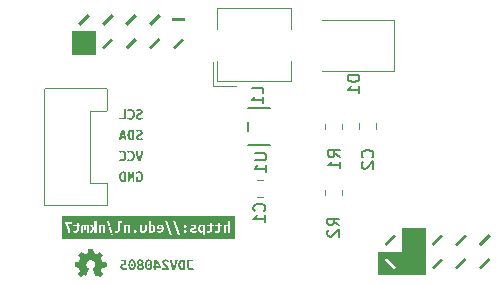
<source format=gbr>
%TF.GenerationSoftware,KiCad,Pcbnew,8.0.3*%
%TF.CreationDate,2024-08-07T13:24:35+02:00*%
%TF.ProjectId,radar_module,72616461-725f-46d6-9f64-756c652e6b69,rev?*%
%TF.SameCoordinates,Original*%
%TF.FileFunction,Legend,Bot*%
%TF.FilePolarity,Positive*%
%FSLAX46Y46*%
G04 Gerber Fmt 4.6, Leading zero omitted, Abs format (unit mm)*
G04 Created by KiCad (PCBNEW 8.0.3) date 2024-08-07 13:24:35*
%MOMM*%
%LPD*%
G01*
G04 APERTURE LIST*
%ADD10C,0.000000*%
%ADD11C,0.150000*%
%ADD12C,0.120000*%
%ADD13C,0.152400*%
G04 APERTURE END LIST*
D10*
G36*
X142279379Y-122192815D02*
G01*
X141478641Y-122993556D01*
X141291551Y-122806465D01*
X142092288Y-122005725D01*
X142279379Y-122192815D01*
G37*
G36*
X113614485Y-119344232D02*
G01*
X113618360Y-119344386D01*
X113622172Y-119344642D01*
X113625919Y-119345000D01*
X113629602Y-119345459D01*
X113633220Y-119346017D01*
X113636772Y-119346676D01*
X113640258Y-119347432D01*
X113643676Y-119348288D01*
X113647027Y-119349240D01*
X113650309Y-119350290D01*
X113653522Y-119351436D01*
X113656665Y-119352677D01*
X113659737Y-119354013D01*
X113662739Y-119355444D01*
X113665669Y-119356968D01*
X113668527Y-119358586D01*
X113671311Y-119360296D01*
X113674022Y-119362097D01*
X113676659Y-119363990D01*
X113679221Y-119365973D01*
X113681707Y-119368045D01*
X113684117Y-119370207D01*
X113686450Y-119372458D01*
X113688705Y-119374796D01*
X113690883Y-119377221D01*
X113692981Y-119379733D01*
X113695001Y-119382331D01*
X113696940Y-119385014D01*
X113698798Y-119387782D01*
X113700575Y-119390634D01*
X113702270Y-119393569D01*
X113705493Y-119399727D01*
X113708547Y-119406288D01*
X113711424Y-119413242D01*
X113714121Y-119420579D01*
X113716631Y-119428287D01*
X113718951Y-119436357D01*
X113721074Y-119444779D01*
X113722995Y-119453541D01*
X113724710Y-119462635D01*
X113726213Y-119472048D01*
X113727499Y-119481772D01*
X113728563Y-119491796D01*
X113729399Y-119502109D01*
X113730003Y-119512701D01*
X113730369Y-119523561D01*
X113730492Y-119534680D01*
X113730368Y-119545761D01*
X113729996Y-119556522D01*
X113729376Y-119566973D01*
X113728508Y-119577124D01*
X113727391Y-119586985D01*
X113726027Y-119596568D01*
X113724415Y-119605882D01*
X113722554Y-119614937D01*
X113720446Y-119623745D01*
X113718089Y-119632314D01*
X113715485Y-119640657D01*
X113712632Y-119648782D01*
X113709532Y-119656700D01*
X113706183Y-119664423D01*
X113702586Y-119671959D01*
X113698742Y-119679319D01*
X113694608Y-119686348D01*
X113690143Y-119692886D01*
X113685347Y-119698938D01*
X113680221Y-119704510D01*
X113674764Y-119709606D01*
X113668976Y-119714232D01*
X113662858Y-119718393D01*
X113656409Y-119722094D01*
X113649629Y-119725340D01*
X113642518Y-119728136D01*
X113635077Y-119730488D01*
X113627304Y-119732401D01*
X113619202Y-119733880D01*
X113610768Y-119734930D01*
X113602004Y-119735556D01*
X113592909Y-119735764D01*
X113554103Y-119735764D01*
X113551342Y-119735143D01*
X113548384Y-119734599D01*
X113545282Y-119734128D01*
X113542086Y-119733724D01*
X113538850Y-119733382D01*
X113535623Y-119733097D01*
X113529409Y-119732677D01*
X113523855Y-119732422D01*
X113519376Y-119732291D01*
X113515297Y-119732236D01*
X113515297Y-119372403D01*
X113511770Y-119368875D01*
X113522408Y-119363638D01*
X113527831Y-119361123D01*
X113533378Y-119358732D01*
X113539090Y-119356507D01*
X113542020Y-119355469D01*
X113545008Y-119354488D01*
X113548058Y-119353569D01*
X113551175Y-119352717D01*
X113554364Y-119351938D01*
X113557631Y-119351236D01*
X113560938Y-119349994D01*
X113564245Y-119348907D01*
X113567553Y-119347965D01*
X113570860Y-119347157D01*
X113574167Y-119346473D01*
X113577475Y-119345903D01*
X113580782Y-119345436D01*
X113584089Y-119345062D01*
X113587396Y-119344771D01*
X113590704Y-119344552D01*
X113597318Y-119344291D01*
X113603933Y-119344194D01*
X113610547Y-119344180D01*
X113614485Y-119344232D01*
G37*
G36*
X112356914Y-101558185D02*
G01*
X111556173Y-102358924D01*
X111369085Y-102171836D01*
X112169824Y-101371097D01*
X112356914Y-101558185D01*
G37*
G36*
X112551446Y-109407225D02*
G01*
X112568018Y-109408088D01*
X112584166Y-109409518D01*
X112599885Y-109411512D01*
X112615170Y-109414064D01*
X112630015Y-109417169D01*
X112644417Y-109420822D01*
X112658369Y-109425017D01*
X112671866Y-109429750D01*
X112684903Y-109435015D01*
X112697475Y-109440807D01*
X112709576Y-109447121D01*
X112721203Y-109453951D01*
X112732348Y-109461294D01*
X112743008Y-109469143D01*
X112753177Y-109477493D01*
X112762808Y-109486299D01*
X112771856Y-109495518D01*
X112780314Y-109505150D01*
X112788179Y-109515196D01*
X112795443Y-109525655D01*
X112802104Y-109536528D01*
X112808154Y-109547814D01*
X112813590Y-109559514D01*
X112818405Y-109571627D01*
X112822595Y-109584153D01*
X112826155Y-109597093D01*
X112829079Y-109610446D01*
X112831362Y-109624213D01*
X112832999Y-109638393D01*
X112833985Y-109652986D01*
X112834315Y-109667993D01*
X112834233Y-109675847D01*
X112833985Y-109683531D01*
X112833571Y-109691038D01*
X112832993Y-109698365D01*
X112832248Y-109705506D01*
X112831339Y-109712455D01*
X112830264Y-109719209D01*
X112829024Y-109725760D01*
X112827618Y-109732105D01*
X112826048Y-109738238D01*
X112824311Y-109744155D01*
X112822410Y-109749848D01*
X112820342Y-109755315D01*
X112818110Y-109760549D01*
X112815712Y-109765545D01*
X112813149Y-109770299D01*
X112810422Y-109775510D01*
X112807540Y-109780565D01*
X112804514Y-109785476D01*
X112801353Y-109790253D01*
X112798068Y-109794905D01*
X112794669Y-109799444D01*
X112791167Y-109803880D01*
X112787572Y-109808223D01*
X112783895Y-109812482D01*
X112780145Y-109816670D01*
X112772469Y-109824869D01*
X112764628Y-109832903D01*
X112756704Y-109840855D01*
X112738128Y-109853974D01*
X112728737Y-109860326D01*
X112719222Y-109866431D01*
X112714405Y-109869364D01*
X112709541Y-109872205D01*
X112704626Y-109874942D01*
X112699653Y-109877566D01*
X112694619Y-109880065D01*
X112689518Y-109882430D01*
X112684344Y-109884650D01*
X112679093Y-109886716D01*
X112668516Y-109890829D01*
X112657981Y-109895149D01*
X112637200Y-109903913D01*
X112627037Y-109908109D01*
X112617081Y-109912016D01*
X112607373Y-109915510D01*
X112602625Y-109917062D01*
X112597954Y-109918465D01*
X112590168Y-109921118D01*
X112582630Y-109923812D01*
X112575257Y-109926589D01*
X112567968Y-109929490D01*
X112560678Y-109932556D01*
X112553306Y-109935829D01*
X112545768Y-109939350D01*
X112537982Y-109943160D01*
X112508879Y-109957271D01*
X112502429Y-109960592D01*
X112496311Y-109963996D01*
X112493375Y-109965754D01*
X112490523Y-109967565D01*
X112487753Y-109969437D01*
X112485066Y-109971382D01*
X112482421Y-109973407D01*
X112479781Y-109975509D01*
X112477151Y-109977684D01*
X112474537Y-109979926D01*
X112471944Y-109982230D01*
X112469376Y-109984591D01*
X112466840Y-109987003D01*
X112464339Y-109989462D01*
X112461880Y-109991962D01*
X112459468Y-109994499D01*
X112457107Y-109997066D01*
X112454803Y-109999660D01*
X112452562Y-110002274D01*
X112450387Y-110004903D01*
X112448285Y-110007543D01*
X112446260Y-110010188D01*
X112444358Y-110012874D01*
X112442615Y-110015638D01*
X112441028Y-110018474D01*
X112439590Y-110021378D01*
X112438298Y-110024343D01*
X112437144Y-110027365D01*
X112436125Y-110030439D01*
X112435236Y-110033559D01*
X112434470Y-110036721D01*
X112433823Y-110039919D01*
X112433290Y-110043148D01*
X112432865Y-110046403D01*
X112432544Y-110049678D01*
X112432321Y-110052969D01*
X112432191Y-110056270D01*
X112432148Y-110059577D01*
X112432162Y-110064868D01*
X112432259Y-110070160D01*
X112432521Y-110075452D01*
X112432739Y-110078097D01*
X112433030Y-110080743D01*
X112433404Y-110083389D01*
X112433871Y-110086035D01*
X112434441Y-110088681D01*
X112435125Y-110091327D01*
X112435933Y-110093973D01*
X112436875Y-110096618D01*
X112437962Y-110099264D01*
X112439204Y-110101910D01*
X112439908Y-110104516D01*
X112440699Y-110107044D01*
X112441584Y-110109499D01*
X112442566Y-110111887D01*
X112443652Y-110114214D01*
X112444847Y-110116483D01*
X112446155Y-110118701D01*
X112447582Y-110120872D01*
X112449133Y-110123002D01*
X112450813Y-110125096D01*
X112452628Y-110127158D01*
X112454582Y-110129195D01*
X112456681Y-110131211D01*
X112458930Y-110133212D01*
X112461334Y-110135203D01*
X112463898Y-110137188D01*
X112465963Y-110139132D01*
X112468184Y-110140998D01*
X112470549Y-110142792D01*
X112473048Y-110144519D01*
X112475672Y-110146184D01*
X112478409Y-110147792D01*
X112481249Y-110149348D01*
X112484183Y-110150858D01*
X112487199Y-110152327D01*
X112490288Y-110153759D01*
X112496641Y-110156536D01*
X112503159Y-110159230D01*
X112509760Y-110161882D01*
X112513150Y-110163164D01*
X112516705Y-110164363D01*
X112520426Y-110165479D01*
X112524312Y-110166513D01*
X112528363Y-110167463D01*
X112532580Y-110168332D01*
X112536962Y-110169117D01*
X112541510Y-110169820D01*
X112546222Y-110170440D01*
X112551101Y-110170977D01*
X112556144Y-110171432D01*
X112561353Y-110171804D01*
X112566727Y-110172094D01*
X112572267Y-110172300D01*
X112577972Y-110172424D01*
X112583842Y-110172466D01*
X112602184Y-110172135D01*
X112620112Y-110171143D01*
X112637545Y-110169489D01*
X112654398Y-110167174D01*
X112662582Y-110165769D01*
X112670590Y-110164198D01*
X112678412Y-110162461D01*
X112686038Y-110160560D01*
X112693457Y-110158493D01*
X112700659Y-110156260D01*
X112707633Y-110153862D01*
X112714370Y-110151299D01*
X112707315Y-110151297D01*
X112720372Y-110146006D01*
X112733057Y-110140714D01*
X112745329Y-110135422D01*
X112757145Y-110130131D01*
X112768466Y-110124839D01*
X112779249Y-110119547D01*
X112789453Y-110114256D01*
X112799037Y-110108964D01*
X112848426Y-110250074D01*
X112844332Y-110252720D01*
X112839985Y-110255366D01*
X112835380Y-110258012D01*
X112830511Y-110260658D01*
X112825374Y-110263304D01*
X112819962Y-110265950D01*
X112814272Y-110268596D01*
X112808297Y-110271242D01*
X112802033Y-110273887D01*
X112795474Y-110276533D01*
X112788616Y-110279179D01*
X112781453Y-110281825D01*
X112766191Y-110287117D01*
X112749648Y-110292409D01*
X112741506Y-110295011D01*
X112732960Y-110297521D01*
X112724022Y-110299928D01*
X112714701Y-110302220D01*
X112705009Y-110304389D01*
X112694954Y-110306423D01*
X112684548Y-110308313D01*
X112673801Y-110310047D01*
X112662723Y-110311616D01*
X112651325Y-110313010D01*
X112639617Y-110314217D01*
X112627609Y-110315228D01*
X112615312Y-110316033D01*
X112602735Y-110316620D01*
X112589890Y-110316980D01*
X112576786Y-110317102D01*
X112556612Y-110316854D01*
X112537099Y-110316103D01*
X112518247Y-110314847D01*
X112500057Y-110313079D01*
X112482529Y-110310794D01*
X112465662Y-110307987D01*
X112449456Y-110304653D01*
X112433912Y-110300787D01*
X112419029Y-110296383D01*
X112404808Y-110291437D01*
X112391248Y-110285942D01*
X112378350Y-110279895D01*
X112366113Y-110273290D01*
X112354537Y-110266122D01*
X112343623Y-110258385D01*
X112333371Y-110250074D01*
X112323739Y-110241269D01*
X112314691Y-110232050D01*
X112306233Y-110222418D01*
X112298368Y-110212372D01*
X112291103Y-110201912D01*
X112284443Y-110191040D01*
X112278393Y-110179754D01*
X112272957Y-110168054D01*
X112268142Y-110155941D01*
X112263952Y-110143415D01*
X112260392Y-110130475D01*
X112257468Y-110117122D01*
X112255185Y-110103355D01*
X112253548Y-110089175D01*
X112252562Y-110074581D01*
X112252232Y-110059574D01*
X112252570Y-110041543D01*
X112253000Y-110032886D01*
X112253610Y-110024462D01*
X112254407Y-110016265D01*
X112255395Y-110008291D01*
X112256579Y-110000533D01*
X112257965Y-109992988D01*
X112259557Y-109985649D01*
X112261362Y-109978512D01*
X112263383Y-109971571D01*
X112265627Y-109964821D01*
X112268098Y-109958257D01*
X112270802Y-109951874D01*
X112273743Y-109945667D01*
X112276927Y-109939630D01*
X112283555Y-109928048D01*
X112290266Y-109917085D01*
X112293678Y-109911824D01*
X112297142Y-109906702D01*
X112300668Y-109901714D01*
X112304267Y-109896856D01*
X112307948Y-109892122D01*
X112311722Y-109887506D01*
X112315599Y-109883004D01*
X112319590Y-109878611D01*
X112323705Y-109874321D01*
X112327955Y-109870129D01*
X112332349Y-109866030D01*
X112336898Y-109862019D01*
X112341569Y-109858093D01*
X112346317Y-109854254D01*
X112351138Y-109850508D01*
X112356026Y-109846861D01*
X112360975Y-109843317D01*
X112365982Y-109839881D01*
X112371040Y-109836559D01*
X112376145Y-109833356D01*
X112381291Y-109830277D01*
X112386473Y-109827327D01*
X112391687Y-109824512D01*
X112396926Y-109821836D01*
X112402185Y-109819304D01*
X112407461Y-109816923D01*
X112412746Y-109814697D01*
X112418037Y-109812630D01*
X112428764Y-109808510D01*
X112439699Y-109804142D01*
X112461692Y-109794992D01*
X112502704Y-109777353D01*
X112555621Y-109756186D01*
X112562229Y-109753389D01*
X112568795Y-109750343D01*
X112575279Y-109747133D01*
X112581638Y-109743839D01*
X112593820Y-109737335D01*
X112599560Y-109734289D01*
X112605010Y-109731492D01*
X112610288Y-109727516D01*
X112615484Y-109723499D01*
X112620513Y-109719399D01*
X112622940Y-109717306D01*
X112625295Y-109715176D01*
X112627567Y-109713005D01*
X112629746Y-109710787D01*
X112631822Y-109708517D01*
X112633783Y-109706191D01*
X112635621Y-109703803D01*
X112637325Y-109701347D01*
X112638883Y-109698820D01*
X112640287Y-109696214D01*
X112642190Y-109693567D01*
X112643932Y-109690915D01*
X112645519Y-109688253D01*
X112646957Y-109685575D01*
X112648250Y-109682877D01*
X112649403Y-109680153D01*
X112650422Y-109677398D01*
X112651312Y-109674606D01*
X112652078Y-109671774D01*
X112652724Y-109668894D01*
X112653258Y-109665964D01*
X112653682Y-109662976D01*
X112654004Y-109659926D01*
X112654227Y-109656809D01*
X112654357Y-109653620D01*
X112654399Y-109650353D01*
X112654265Y-109644173D01*
X112653862Y-109638198D01*
X112653190Y-109632429D01*
X112652249Y-109626865D01*
X112651040Y-109621504D01*
X112649562Y-109616347D01*
X112647815Y-109611394D01*
X112645800Y-109606642D01*
X112643516Y-109602091D01*
X112640963Y-109597742D01*
X112638141Y-109593593D01*
X112635051Y-109589644D01*
X112631692Y-109585893D01*
X112628065Y-109582341D01*
X112624168Y-109578986D01*
X112620003Y-109575829D01*
X112615569Y-109572867D01*
X112610867Y-109570102D01*
X112605895Y-109567532D01*
X112600655Y-109565156D01*
X112595147Y-109562973D01*
X112589369Y-109560984D01*
X112583323Y-109559188D01*
X112577008Y-109557583D01*
X112570425Y-109556170D01*
X112563572Y-109554947D01*
X112556451Y-109553914D01*
X112549062Y-109553070D01*
X112541403Y-109552415D01*
X112533476Y-109551948D01*
X112516816Y-109551575D01*
X112502587Y-109551747D01*
X112488979Y-109552292D01*
X112475950Y-109553249D01*
X112463458Y-109554662D01*
X112457401Y-109555552D01*
X112451462Y-109556571D01*
X112445637Y-109557724D01*
X112439921Y-109559017D01*
X112434308Y-109560454D01*
X112428794Y-109562042D01*
X112423372Y-109563784D01*
X112418038Y-109565687D01*
X112396982Y-109573679D01*
X112386660Y-109577779D01*
X112376587Y-109582003D01*
X112366844Y-109586392D01*
X112357515Y-109590987D01*
X112353031Y-109593376D01*
X112348681Y-109595831D01*
X112344476Y-109598359D01*
X112340427Y-109600964D01*
X112291038Y-109466909D01*
X112301801Y-109461617D01*
X112312977Y-109456326D01*
X112324649Y-109451034D01*
X112336899Y-109445742D01*
X112349812Y-109440451D01*
X112363468Y-109435159D01*
X112377951Y-109429867D01*
X112393344Y-109424575D01*
X112408379Y-109420779D01*
X112424322Y-109417355D01*
X112441093Y-109414344D01*
X112458608Y-109411787D01*
X112476785Y-109409727D01*
X112495540Y-109408205D01*
X112514791Y-109407261D01*
X112534456Y-109406937D01*
X112551446Y-109407225D01*
G37*
G36*
X109835706Y-117644296D02*
G01*
X104526402Y-117644296D01*
X104526402Y-117556102D01*
X109835706Y-117556102D01*
X109835706Y-117644296D01*
G37*
G36*
X111928697Y-122498638D02*
G01*
X111933086Y-122499004D01*
X111937319Y-122499608D01*
X111941402Y-122500444D01*
X111945340Y-122501508D01*
X111949139Y-122502794D01*
X111952804Y-122504297D01*
X111956340Y-122506012D01*
X111959751Y-122507934D01*
X111963044Y-122510057D01*
X111966223Y-122512376D01*
X111969293Y-122514887D01*
X111972260Y-122517584D01*
X111975129Y-122520462D01*
X111977905Y-122523515D01*
X111980593Y-122526739D01*
X111983156Y-122530127D01*
X111985554Y-122533670D01*
X111987786Y-122537358D01*
X111989854Y-122541181D01*
X111991755Y-122545127D01*
X111993492Y-122549187D01*
X111995063Y-122553350D01*
X111996468Y-122557607D01*
X111997709Y-122561946D01*
X111998784Y-122566357D01*
X111999693Y-122570830D01*
X112000437Y-122575355D01*
X112001016Y-122579922D01*
X112001430Y-122584519D01*
X112001678Y-122589137D01*
X112001760Y-122593765D01*
X112001678Y-122598355D01*
X112001430Y-122602867D01*
X112001016Y-122607307D01*
X112000437Y-122611680D01*
X111999693Y-122615990D01*
X111998784Y-122620244D01*
X111997709Y-122624446D01*
X111996468Y-122628602D01*
X111995063Y-122632716D01*
X111993492Y-122636794D01*
X111991755Y-122640842D01*
X111989854Y-122644863D01*
X111987786Y-122648864D01*
X111985554Y-122652850D01*
X111983156Y-122656825D01*
X111980593Y-122660795D01*
X111977905Y-122664018D01*
X111975129Y-122667072D01*
X111972260Y-122669949D01*
X111969293Y-122672646D01*
X111966223Y-122675157D01*
X111963044Y-122677476D01*
X111959751Y-122679600D01*
X111956340Y-122681521D01*
X111952804Y-122683236D01*
X111949139Y-122684739D01*
X111945340Y-122686025D01*
X111943389Y-122686585D01*
X111941402Y-122687089D01*
X111939379Y-122687536D01*
X111937319Y-122687925D01*
X111935221Y-122688257D01*
X111933086Y-122688529D01*
X111928697Y-122688895D01*
X111924149Y-122689018D01*
X111920182Y-122688895D01*
X111916225Y-122688529D01*
X111912289Y-122687925D01*
X111908384Y-122687089D01*
X111904520Y-122686025D01*
X111900708Y-122684739D01*
X111896958Y-122683236D01*
X111893281Y-122681521D01*
X111889686Y-122679600D01*
X111886184Y-122677476D01*
X111882785Y-122675157D01*
X111879501Y-122672646D01*
X111876340Y-122669949D01*
X111873313Y-122667072D01*
X111870431Y-122664018D01*
X111867704Y-122660795D01*
X111865141Y-122657445D01*
X111862743Y-122654008D01*
X111860511Y-122650477D01*
X111858444Y-122646849D01*
X111856542Y-122643117D01*
X111854806Y-122639276D01*
X111853235Y-122635322D01*
X111851829Y-122631249D01*
X111850589Y-122627052D01*
X111849514Y-122622726D01*
X111848605Y-122618265D01*
X111847861Y-122613665D01*
X111847282Y-122608920D01*
X111846869Y-122604025D01*
X111846621Y-122598975D01*
X111846538Y-122593765D01*
X111846621Y-122588594D01*
X111846869Y-122583651D01*
X111847282Y-122578914D01*
X111847861Y-122574363D01*
X111848605Y-122569978D01*
X111849514Y-122565737D01*
X111850589Y-122561620D01*
X111851829Y-122557607D01*
X111853235Y-122553676D01*
X111854806Y-122549807D01*
X111856542Y-122545979D01*
X111858444Y-122542173D01*
X111860511Y-122538366D01*
X111862743Y-122534538D01*
X111865141Y-122530669D01*
X111867704Y-122526739D01*
X111870393Y-122523515D01*
X111873168Y-122520462D01*
X111876037Y-122517584D01*
X111879005Y-122514887D01*
X111882075Y-122512376D01*
X111885254Y-122510057D01*
X111888547Y-122507934D01*
X111891958Y-122506012D01*
X111895494Y-122504297D01*
X111899158Y-122502794D01*
X111902957Y-122501508D01*
X111904909Y-122500948D01*
X111906896Y-122500444D01*
X111908919Y-122499997D01*
X111910979Y-122499608D01*
X111913077Y-122499277D01*
X111915212Y-122499004D01*
X111919601Y-122498638D01*
X111924149Y-122498515D01*
X111928697Y-122498638D01*
G37*
G36*
X109835706Y-107741826D02*
G01*
X104526402Y-107741826D01*
X104526402Y-107653631D01*
X109835706Y-107653631D01*
X109835706Y-107741826D01*
G37*
G36*
X114295957Y-119337166D02*
G01*
X114300351Y-119337290D01*
X114304601Y-119337497D01*
X114308716Y-119337786D01*
X114312707Y-119338158D01*
X114316584Y-119338613D01*
X114320358Y-119339151D01*
X114324040Y-119339771D01*
X114327638Y-119340474D01*
X114331164Y-119341259D01*
X114334628Y-119342127D01*
X114338040Y-119343078D01*
X114341411Y-119344112D01*
X114344751Y-119345228D01*
X114348071Y-119346427D01*
X114351380Y-119347708D01*
X114353053Y-119348420D01*
X114354762Y-119349228D01*
X114356501Y-119350123D01*
X114358263Y-119351098D01*
X114361837Y-119353258D01*
X114365436Y-119355646D01*
X114369015Y-119358199D01*
X114372526Y-119360855D01*
X114375924Y-119363552D01*
X114379161Y-119366229D01*
X114382192Y-119368823D01*
X114384970Y-119371273D01*
X114389579Y-119375489D01*
X114393713Y-119379458D01*
X114395656Y-119382105D01*
X114397523Y-119384757D01*
X114399317Y-119387419D01*
X114401044Y-119390097D01*
X114404317Y-119395519D01*
X114407383Y-119401066D01*
X114410284Y-119406778D01*
X114413060Y-119412697D01*
X114415754Y-119418863D01*
X114418407Y-119425319D01*
X114419875Y-119431934D01*
X114421549Y-119438549D01*
X114425022Y-119451778D01*
X114426572Y-119458392D01*
X114427247Y-119461700D01*
X114427833Y-119465007D01*
X114428317Y-119468314D01*
X114428681Y-119471621D01*
X114428911Y-119474929D01*
X114428991Y-119478236D01*
X114164407Y-119478236D01*
X114164448Y-119474347D01*
X114164566Y-119470609D01*
X114164756Y-119467004D01*
X114165014Y-119463519D01*
X114165333Y-119460136D01*
X114165710Y-119456842D01*
X114166612Y-119450455D01*
X114167680Y-119444233D01*
X114168872Y-119438052D01*
X114171463Y-119425319D01*
X114172166Y-119422053D01*
X114172952Y-119418863D01*
X114173820Y-119415746D01*
X114174771Y-119412696D01*
X114175804Y-119409709D01*
X114176920Y-119406778D01*
X114178119Y-119403899D01*
X114179401Y-119401066D01*
X114180765Y-119398274D01*
X114182212Y-119395519D01*
X114183741Y-119392795D01*
X114185354Y-119390097D01*
X114187049Y-119387419D01*
X114188826Y-119384757D01*
X114190687Y-119382105D01*
X114192630Y-119379458D01*
X114194655Y-119376854D01*
X114196757Y-119374332D01*
X114198932Y-119371893D01*
X114201174Y-119369536D01*
X114203477Y-119367263D01*
X114205838Y-119365071D01*
X114208251Y-119362963D01*
X114210710Y-119360937D01*
X114213210Y-119358994D01*
X114215746Y-119357134D01*
X114218314Y-119355356D01*
X114220907Y-119353661D01*
X114223521Y-119352049D01*
X114226151Y-119350519D01*
X114228790Y-119349072D01*
X114231435Y-119347708D01*
X114238064Y-119345228D01*
X114241404Y-119344112D01*
X114244775Y-119343078D01*
X114248187Y-119342127D01*
X114251651Y-119341259D01*
X114255177Y-119340474D01*
X114258776Y-119339771D01*
X114262457Y-119339151D01*
X114266231Y-119338613D01*
X114270108Y-119338158D01*
X114274099Y-119337786D01*
X114278215Y-119337497D01*
X114282464Y-119337290D01*
X114286858Y-119337166D01*
X114291408Y-119337125D01*
X114295957Y-119337166D01*
G37*
G36*
X113339808Y-122498638D02*
G01*
X113344196Y-122499004D01*
X113348429Y-122499608D01*
X113352513Y-122500444D01*
X113356451Y-122501508D01*
X113360250Y-122502794D01*
X113363915Y-122504297D01*
X113367450Y-122506012D01*
X113370862Y-122507934D01*
X113374155Y-122510057D01*
X113377333Y-122512376D01*
X113380404Y-122514887D01*
X113383371Y-122517584D01*
X113386240Y-122520462D01*
X113389016Y-122523515D01*
X113391704Y-122526739D01*
X113394267Y-122530127D01*
X113396665Y-122533670D01*
X113398897Y-122537358D01*
X113400964Y-122541181D01*
X113402866Y-122545127D01*
X113404603Y-122549187D01*
X113406174Y-122553350D01*
X113407579Y-122557607D01*
X113408820Y-122561946D01*
X113409895Y-122566357D01*
X113410804Y-122570830D01*
X113411548Y-122575355D01*
X113412127Y-122579922D01*
X113412541Y-122584519D01*
X113412789Y-122589137D01*
X113412871Y-122593765D01*
X113412789Y-122598355D01*
X113412541Y-122602867D01*
X113412127Y-122607307D01*
X113411548Y-122611680D01*
X113410804Y-122615990D01*
X113409895Y-122620244D01*
X113408820Y-122624446D01*
X113407579Y-122628602D01*
X113406174Y-122632716D01*
X113404603Y-122636794D01*
X113402866Y-122640842D01*
X113400964Y-122644863D01*
X113398897Y-122648864D01*
X113396665Y-122652850D01*
X113394267Y-122656825D01*
X113391704Y-122660795D01*
X113389016Y-122664018D01*
X113386240Y-122667072D01*
X113383371Y-122669949D01*
X113380404Y-122672646D01*
X113377333Y-122675157D01*
X113374155Y-122677476D01*
X113370862Y-122679600D01*
X113367450Y-122681521D01*
X113363915Y-122683236D01*
X113360250Y-122684739D01*
X113356451Y-122686025D01*
X113354500Y-122686585D01*
X113352513Y-122687089D01*
X113350489Y-122687536D01*
X113348429Y-122687925D01*
X113346332Y-122688257D01*
X113344196Y-122688529D01*
X113339808Y-122688895D01*
X113335260Y-122689018D01*
X113331293Y-122688895D01*
X113327336Y-122688529D01*
X113323400Y-122687925D01*
X113319495Y-122687089D01*
X113315631Y-122686025D01*
X113311819Y-122684739D01*
X113308069Y-122683236D01*
X113304392Y-122681521D01*
X113300797Y-122679600D01*
X113297295Y-122677476D01*
X113293896Y-122675157D01*
X113290611Y-122672646D01*
X113287451Y-122669949D01*
X113284424Y-122667072D01*
X113281542Y-122664018D01*
X113278815Y-122660795D01*
X113276252Y-122657445D01*
X113273854Y-122654008D01*
X113271621Y-122650477D01*
X113269554Y-122646849D01*
X113267653Y-122643117D01*
X113265916Y-122639276D01*
X113264345Y-122635322D01*
X113262939Y-122631249D01*
X113261699Y-122627052D01*
X113260624Y-122622726D01*
X113259715Y-122618265D01*
X113258970Y-122613665D01*
X113258392Y-122608920D01*
X113257978Y-122604025D01*
X113257730Y-122598975D01*
X113257647Y-122593765D01*
X113257730Y-122588594D01*
X113257978Y-122583651D01*
X113258392Y-122578914D01*
X113258970Y-122574363D01*
X113259715Y-122569978D01*
X113260624Y-122565737D01*
X113261699Y-122561620D01*
X113262939Y-122557607D01*
X113264345Y-122553676D01*
X113265916Y-122549807D01*
X113267653Y-122545979D01*
X113269554Y-122542173D01*
X113271621Y-122538366D01*
X113273854Y-122534538D01*
X113276252Y-122530669D01*
X113278815Y-122526739D01*
X113281503Y-122523515D01*
X113284279Y-122520462D01*
X113287148Y-122517584D01*
X113290115Y-122514887D01*
X113293186Y-122512376D01*
X113296365Y-122510057D01*
X113299657Y-122507934D01*
X113303069Y-122506012D01*
X113306604Y-122504297D01*
X113310269Y-122502794D01*
X113314068Y-122501508D01*
X113316020Y-122500948D01*
X113318007Y-122500444D01*
X113320030Y-122499997D01*
X113322090Y-122499608D01*
X113324188Y-122499277D01*
X113326323Y-122499004D01*
X113330712Y-122498638D01*
X113335260Y-122498515D01*
X113339808Y-122498638D01*
G37*
G36*
X111070388Y-112931311D02*
G01*
X111080847Y-112931683D01*
X111091224Y-112932303D01*
X111101518Y-112933171D01*
X111111729Y-112934287D01*
X111121858Y-112935652D01*
X111131903Y-112937264D01*
X111141867Y-112939124D01*
X111151747Y-112941233D01*
X111161545Y-112943589D01*
X111171260Y-112946194D01*
X111180893Y-112949046D01*
X111190442Y-112952147D01*
X111199909Y-112955496D01*
X111209294Y-112959093D01*
X111218596Y-112962938D01*
X111227773Y-112966990D01*
X111236786Y-112971213D01*
X111245633Y-112975611D01*
X111254314Y-112980190D01*
X111262831Y-112984956D01*
X111271182Y-112989912D01*
X111279367Y-112995065D01*
X111287387Y-113000420D01*
X111295242Y-113005981D01*
X111302932Y-113011754D01*
X111310456Y-113017744D01*
X111317815Y-113023957D01*
X111325008Y-113030396D01*
X111332037Y-113037069D01*
X111338899Y-113043979D01*
X111345597Y-113051132D01*
X111352128Y-113058531D01*
X111358488Y-113066173D01*
X111364673Y-113074053D01*
X111370677Y-113082166D01*
X111376495Y-113090505D01*
X111382121Y-113099067D01*
X111387552Y-113107846D01*
X111392781Y-113116837D01*
X111397803Y-113126034D01*
X111402613Y-113135433D01*
X111407206Y-113145029D01*
X111411577Y-113154815D01*
X111415721Y-113164788D01*
X111419632Y-113174941D01*
X111423305Y-113185271D01*
X111426736Y-113195770D01*
X111430541Y-113206437D01*
X111434025Y-113217275D01*
X111437200Y-113228288D01*
X111440075Y-113239482D01*
X111442661Y-113250862D01*
X111444967Y-113262433D01*
X111447005Y-113274200D01*
X111448784Y-113286170D01*
X111450316Y-113298345D01*
X111451609Y-113310733D01*
X111453525Y-113336165D01*
X111454614Y-113362506D01*
X111454958Y-113389798D01*
X111454585Y-113416546D01*
X111453463Y-113442549D01*
X111451586Y-113467809D01*
X111448950Y-113492324D01*
X111445549Y-113516095D01*
X111441378Y-113539122D01*
X111436431Y-113561405D01*
X111430705Y-113582944D01*
X111424193Y-113603738D01*
X111416890Y-113623789D01*
X111408791Y-113643095D01*
X111399892Y-113661657D01*
X111390186Y-113679475D01*
X111379669Y-113696549D01*
X111368335Y-113712879D01*
X111356180Y-113728465D01*
X111343903Y-113742602D01*
X111330887Y-113755901D01*
X111317136Y-113768354D01*
X111302658Y-113779948D01*
X111287455Y-113790674D01*
X111271535Y-113800522D01*
X111254901Y-113809481D01*
X111237559Y-113817541D01*
X111219515Y-113824691D01*
X111200772Y-113830922D01*
X111181338Y-113836222D01*
X111161216Y-113840582D01*
X111140412Y-113843990D01*
X111118931Y-113846438D01*
X111096778Y-113847914D01*
X111073959Y-113848409D01*
X111053274Y-113848085D01*
X111033499Y-113847141D01*
X111014551Y-113845618D01*
X110996347Y-113843558D01*
X110978805Y-113841002D01*
X110961841Y-113837991D01*
X110945374Y-113834566D01*
X110929320Y-113830770D01*
X110932844Y-113827241D01*
X110917459Y-113821950D01*
X110903024Y-113816658D01*
X110889499Y-113811366D01*
X110876841Y-113806075D01*
X110865011Y-113800783D01*
X110853966Y-113795491D01*
X110843665Y-113790200D01*
X110834067Y-113784908D01*
X110876400Y-113647326D01*
X110883338Y-113651294D01*
X110890897Y-113655263D01*
X110899034Y-113659232D01*
X110907709Y-113663200D01*
X110916880Y-113667169D01*
X110926506Y-113671138D01*
X110936545Y-113675107D01*
X110946956Y-113679076D01*
X110952371Y-113680978D01*
X110958029Y-113682721D01*
X110963924Y-113684308D01*
X110970052Y-113685745D01*
X110976408Y-113687038D01*
X110982985Y-113688192D01*
X110989780Y-113689211D01*
X110996786Y-113690100D01*
X111003999Y-113690866D01*
X111011414Y-113691513D01*
X111026827Y-113692471D01*
X111042984Y-113693015D01*
X111059845Y-113693188D01*
X111074149Y-113692858D01*
X111087956Y-113691871D01*
X111101268Y-113690234D01*
X111114084Y-113687951D01*
X111126404Y-113685027D01*
X111138227Y-113681467D01*
X111149555Y-113677277D01*
X111160386Y-113672461D01*
X111170721Y-113667026D01*
X111180560Y-113660975D01*
X111189903Y-113654315D01*
X111198750Y-113647050D01*
X111207101Y-113639185D01*
X111214956Y-113630727D01*
X111222315Y-113621679D01*
X111229178Y-113612048D01*
X111235586Y-113601837D01*
X111241580Y-113591053D01*
X111247161Y-113579701D01*
X111252329Y-113567785D01*
X111257083Y-113555312D01*
X111261424Y-113542285D01*
X111265352Y-113528711D01*
X111268866Y-113514594D01*
X111271966Y-113499939D01*
X111274654Y-113484752D01*
X111276927Y-113469038D01*
X111278788Y-113452802D01*
X111280235Y-113436050D01*
X111281268Y-113418785D01*
X111281888Y-113401015D01*
X111282095Y-113382742D01*
X111281771Y-113361913D01*
X111280827Y-113341787D01*
X111279304Y-113322405D01*
X111277244Y-113303808D01*
X111274688Y-113286038D01*
X111271677Y-113269137D01*
X111268252Y-113253144D01*
X111264456Y-113238103D01*
X111262390Y-113230911D01*
X111260164Y-113223889D01*
X111257783Y-113217042D01*
X111255251Y-113210377D01*
X111252576Y-113203898D01*
X111249760Y-113197610D01*
X111246810Y-113191518D01*
X111243731Y-113185628D01*
X111240528Y-113179944D01*
X111237206Y-113174472D01*
X111233771Y-113169218D01*
X111230227Y-113164185D01*
X111226579Y-113159380D01*
X111222834Y-113154808D01*
X111218995Y-113150473D01*
X111215068Y-113146381D01*
X111207117Y-113138616D01*
X111203116Y-113134871D01*
X111199083Y-113131224D01*
X111195009Y-113127679D01*
X111190884Y-113124244D01*
X111186696Y-113120922D01*
X111182436Y-113117719D01*
X111178093Y-113114640D01*
X111173658Y-113111690D01*
X111169119Y-113108874D01*
X111164466Y-113106198D01*
X111159689Y-113103667D01*
X111154778Y-113101286D01*
X111149722Y-113099060D01*
X111144512Y-113096994D01*
X111139841Y-113095091D01*
X111135093Y-113093349D01*
X111130273Y-113091761D01*
X111125385Y-113090324D01*
X111120435Y-113089031D01*
X111115429Y-113087878D01*
X111110370Y-113086859D01*
X111105266Y-113085969D01*
X111100120Y-113085203D01*
X111094937Y-113084556D01*
X111089724Y-113084023D01*
X111084485Y-113083599D01*
X111073950Y-113083054D01*
X111063373Y-113082882D01*
X111048986Y-113083054D01*
X111034930Y-113083598D01*
X111021205Y-113084556D01*
X111007811Y-113085969D01*
X110994747Y-113087877D01*
X110988339Y-113089031D01*
X110982014Y-113090323D01*
X110975772Y-113091761D01*
X110969612Y-113093348D01*
X110963535Y-113095091D01*
X110957541Y-113096994D01*
X110945958Y-113100969D01*
X110934996Y-113104986D01*
X110924612Y-113109085D01*
X110914766Y-113113309D01*
X110905416Y-113117698D01*
X110896521Y-113122294D01*
X110888039Y-113127138D01*
X110879929Y-113132271D01*
X110834069Y-112994687D01*
X110844211Y-112988514D01*
X110853416Y-112982781D01*
X110858039Y-112979832D01*
X110862290Y-112977048D01*
X110872929Y-112971757D01*
X110883898Y-112966465D01*
X110889610Y-112963820D01*
X110895529Y-112961174D01*
X110901696Y-112958528D01*
X110908152Y-112955882D01*
X110915083Y-112953243D01*
X110922593Y-112950645D01*
X110930600Y-112948130D01*
X110939019Y-112945739D01*
X110947770Y-112943513D01*
X110956769Y-112941495D01*
X110965933Y-112939724D01*
X110975180Y-112938243D01*
X110994362Y-112935652D01*
X111004449Y-112934460D01*
X111014867Y-112933392D01*
X111025615Y-112932489D01*
X111036695Y-112931793D01*
X111048105Y-112931345D01*
X111059846Y-112931187D01*
X111070388Y-112931311D01*
G37*
G36*
X109881567Y-109593909D02*
G01*
X109793373Y-109593909D01*
X109793373Y-107695965D01*
X109881567Y-107695965D01*
X109881567Y-109593909D01*
G37*
G36*
X114769742Y-122156445D02*
G01*
X114779002Y-122156811D01*
X114788263Y-122157414D01*
X114797523Y-122158251D01*
X114806783Y-122159314D01*
X114816044Y-122160600D01*
X114825304Y-122162103D01*
X114834565Y-122163818D01*
X114853086Y-122167862D01*
X114871606Y-122172693D01*
X114890127Y-122178267D01*
X114908648Y-122184545D01*
X114917827Y-122188016D01*
X114926845Y-122191807D01*
X114935708Y-122195908D01*
X114944422Y-122200309D01*
X114952991Y-122204999D01*
X114961420Y-122209969D01*
X114969715Y-122215207D01*
X114977880Y-122220703D01*
X114985922Y-122226448D01*
X114993845Y-122232430D01*
X115001654Y-122238640D01*
X115009355Y-122245067D01*
X115016952Y-122251701D01*
X115024451Y-122258531D01*
X115031857Y-122265547D01*
X115039175Y-122272738D01*
X114954508Y-122392683D01*
X114949177Y-122386852D01*
X114943773Y-122381265D01*
X114938307Y-122375916D01*
X114932790Y-122370799D01*
X114927231Y-122365909D01*
X114921641Y-122361242D01*
X114916031Y-122356792D01*
X114910411Y-122352554D01*
X114904790Y-122348522D01*
X114899180Y-122344692D01*
X114893590Y-122341058D01*
X114888032Y-122337616D01*
X114882514Y-122334360D01*
X114877049Y-122331284D01*
X114866314Y-122325656D01*
X114860983Y-122323093D01*
X114855585Y-122320695D01*
X114850136Y-122318463D01*
X114844650Y-122316396D01*
X114839144Y-122314495D01*
X114833633Y-122312758D01*
X114828132Y-122311187D01*
X114822657Y-122309782D01*
X114817223Y-122308541D01*
X114811846Y-122307466D01*
X114806542Y-122306557D01*
X114801325Y-122305812D01*
X114796212Y-122305234D01*
X114791217Y-122304820D01*
X114786357Y-122304572D01*
X114781647Y-122304489D01*
X114775736Y-122304612D01*
X114769912Y-122304978D01*
X114764182Y-122305582D01*
X114758550Y-122306418D01*
X114753022Y-122307482D01*
X114747602Y-122308768D01*
X114742296Y-122310271D01*
X114737108Y-122311985D01*
X114732045Y-122313907D01*
X114727111Y-122316030D01*
X114722311Y-122318349D01*
X114717651Y-122320859D01*
X114713135Y-122323556D01*
X114708769Y-122326433D01*
X114704559Y-122329487D01*
X114700508Y-122332710D01*
X114696663Y-122336141D01*
X114693066Y-122339814D01*
X114689717Y-122343726D01*
X114686617Y-122347869D01*
X114683764Y-122352240D01*
X114681160Y-122356834D01*
X114678803Y-122361644D01*
X114676695Y-122366666D01*
X114674834Y-122371895D01*
X114673222Y-122377325D01*
X114671858Y-122382952D01*
X114670741Y-122388770D01*
X114669873Y-122394773D01*
X114669253Y-122400958D01*
X114668881Y-122407318D01*
X114668757Y-122413849D01*
X114668879Y-122418480D01*
X114669239Y-122423110D01*
X114669827Y-122427740D01*
X114670631Y-122432371D01*
X114671642Y-122437001D01*
X114672850Y-122441631D01*
X114674243Y-122446262D01*
X114675813Y-122450892D01*
X114677547Y-122455522D01*
X114679437Y-122460152D01*
X114681471Y-122464782D01*
X114683640Y-122469413D01*
X114685933Y-122474043D01*
X114688339Y-122478673D01*
X114693452Y-122487933D01*
X114700239Y-122497200D01*
X114707397Y-122506509D01*
X114714970Y-122515900D01*
X114722997Y-122525416D01*
X114731520Y-122535097D01*
X114740580Y-122544984D01*
X114750220Y-122555120D01*
X114760479Y-122565544D01*
X114845146Y-122646683D01*
X114856887Y-122657425D01*
X114868297Y-122668456D01*
X114879376Y-122679736D01*
X114890125Y-122691222D01*
X114900543Y-122702873D01*
X114910631Y-122714648D01*
X114920387Y-122726506D01*
X114929813Y-122738406D01*
X114935023Y-122744440D01*
X114940073Y-122750629D01*
X114944968Y-122756962D01*
X114949713Y-122763430D01*
X114954313Y-122770022D01*
X114958773Y-122776728D01*
X114963099Y-122783537D01*
X114967296Y-122790439D01*
X114975323Y-122804481D01*
X114982896Y-122818772D01*
X114990054Y-122833227D01*
X114996841Y-122847766D01*
X115000025Y-122855084D01*
X115002966Y-122862490D01*
X115005670Y-122869989D01*
X115008141Y-122877587D01*
X115010384Y-122885288D01*
X115012406Y-122893097D01*
X115014210Y-122901020D01*
X115015802Y-122909062D01*
X115017188Y-122917228D01*
X115018372Y-122925523D01*
X115019360Y-122933952D01*
X115020157Y-122942521D01*
X115020768Y-122951234D01*
X115021197Y-122960098D01*
X115021452Y-122969116D01*
X115021535Y-122978294D01*
X115021535Y-123006518D01*
X115021480Y-123016495D01*
X115021349Y-123021091D01*
X115021094Y-123025480D01*
X115020907Y-123027610D01*
X115020674Y-123029704D01*
X115020389Y-123031766D01*
X115020047Y-123033803D01*
X115019643Y-123035820D01*
X115019172Y-123037820D01*
X115018629Y-123039811D01*
X115018008Y-123041796D01*
X114446509Y-123041796D01*
X114446509Y-122897156D01*
X114820454Y-122897156D01*
X114819737Y-122892470D01*
X114818779Y-122887296D01*
X114818132Y-122884199D01*
X114817367Y-122880839D01*
X114816477Y-122877273D01*
X114815458Y-122873556D01*
X114814305Y-122869747D01*
X114813012Y-122865902D01*
X114811574Y-122862077D01*
X114809987Y-122858330D01*
X114808244Y-122854717D01*
X114807313Y-122852979D01*
X114806342Y-122851296D01*
X114798349Y-122838120D01*
X114794250Y-122831636D01*
X114790026Y-122825277D01*
X114785637Y-122819083D01*
X114783368Y-122816060D01*
X114781041Y-122813095D01*
X114778653Y-122810192D01*
X114776198Y-122807356D01*
X114773670Y-122804592D01*
X114771065Y-122801905D01*
X114765766Y-122795442D01*
X114760426Y-122789228D01*
X114755003Y-122783178D01*
X114749457Y-122777212D01*
X114743745Y-122771245D01*
X114737826Y-122765196D01*
X114725203Y-122752518D01*
X114718754Y-122747233D01*
X114712635Y-122741989D01*
X114706848Y-122736828D01*
X114701391Y-122731791D01*
X114696264Y-122726920D01*
X114691469Y-122722255D01*
X114682870Y-122713712D01*
X114673617Y-122705616D01*
X114664405Y-122697231D01*
X114655275Y-122688598D01*
X114646270Y-122679758D01*
X114637430Y-122670753D01*
X114628796Y-122661623D01*
X114620411Y-122652411D01*
X114612315Y-122643158D01*
X114579241Y-122605675D01*
X114571076Y-122595994D01*
X114567095Y-122591079D01*
X114563201Y-122586107D01*
X114559410Y-122581073D01*
X114555739Y-122575971D01*
X114552201Y-122570798D01*
X114548814Y-122565547D01*
X114535696Y-122544931D01*
X114529343Y-122534912D01*
X114523238Y-122524977D01*
X114517464Y-122515041D01*
X114514727Y-122510047D01*
X114512103Y-122505023D01*
X114509604Y-122499957D01*
X114507239Y-122494840D01*
X114505018Y-122489660D01*
X114502953Y-122484408D01*
X114499156Y-122473818D01*
X114495732Y-122463186D01*
X114492722Y-122452471D01*
X114491384Y-122447070D01*
X114490165Y-122441633D01*
X114489071Y-122436154D01*
X114488105Y-122430629D01*
X114487274Y-122425053D01*
X114486582Y-122419419D01*
X114486036Y-122413723D01*
X114485638Y-122407960D01*
X114485396Y-122402125D01*
X114485315Y-122396212D01*
X114485397Y-122388357D01*
X114485645Y-122380661D01*
X114486059Y-122373121D01*
X114486638Y-122365730D01*
X114487382Y-122358484D01*
X114488291Y-122351378D01*
X114489366Y-122344406D01*
X114490606Y-122337563D01*
X114492012Y-122330844D01*
X114493583Y-122324244D01*
X114495319Y-122317758D01*
X114497221Y-122311380D01*
X114499288Y-122305105D01*
X114501520Y-122298929D01*
X114503918Y-122292846D01*
X114506481Y-122286850D01*
X114510010Y-122293905D01*
X114512737Y-122288034D01*
X114515625Y-122282323D01*
X114518668Y-122276767D01*
X114521861Y-122271361D01*
X114525198Y-122266099D01*
X114528675Y-122260977D01*
X114532287Y-122255989D01*
X114536027Y-122251131D01*
X114539892Y-122246396D01*
X114543875Y-122241781D01*
X114547972Y-122237279D01*
X114552177Y-122232885D01*
X114556486Y-122228595D01*
X114560894Y-122224403D01*
X114565394Y-122220304D01*
X114569982Y-122216294D01*
X114574654Y-122212407D01*
X114579414Y-122208680D01*
X114584267Y-122205108D01*
X114589219Y-122201687D01*
X114594274Y-122198410D01*
X114599437Y-122195272D01*
X114604714Y-122192269D01*
X114610110Y-122189395D01*
X114615630Y-122186645D01*
X114621279Y-122184014D01*
X114627062Y-122181497D01*
X114632985Y-122179088D01*
X114639053Y-122176782D01*
X114645271Y-122174575D01*
X114651643Y-122172460D01*
X114658176Y-122170433D01*
X114664751Y-122168531D01*
X114671254Y-122166788D01*
X114684083Y-122163763D01*
X114696747Y-122161317D01*
X114709328Y-122159408D01*
X114721910Y-122157996D01*
X114734574Y-122157038D01*
X114747404Y-122156494D01*
X114760481Y-122156321D01*
X114769742Y-122156445D01*
G37*
G36*
X112649066Y-122149602D02*
G01*
X112658400Y-122150032D01*
X112667518Y-122150643D01*
X112676428Y-122151439D01*
X112685143Y-122152427D01*
X112693671Y-122153612D01*
X112702024Y-122154998D01*
X112710211Y-122156590D01*
X112718243Y-122158395D01*
X112726131Y-122160417D01*
X112733884Y-122162660D01*
X112741513Y-122165131D01*
X112749029Y-122167835D01*
X112756441Y-122170776D01*
X112763760Y-122173961D01*
X112770292Y-122176688D01*
X112776658Y-122179576D01*
X112782859Y-122182619D01*
X112788895Y-122185812D01*
X112794766Y-122189149D01*
X112800471Y-122192626D01*
X112806011Y-122196237D01*
X112811385Y-122199977D01*
X112816594Y-122203841D01*
X112821638Y-122207825D01*
X112826516Y-122211921D01*
X112831229Y-122216127D01*
X112835777Y-122220435D01*
X112840159Y-122224842D01*
X112844376Y-122229342D01*
X112848427Y-122233930D01*
X112852353Y-122238601D01*
X112856186Y-122243350D01*
X112859915Y-122248170D01*
X112863531Y-122253058D01*
X112867023Y-122258008D01*
X112870380Y-122263015D01*
X112873592Y-122268073D01*
X112876650Y-122273178D01*
X112879542Y-122278324D01*
X112882258Y-122283506D01*
X112884789Y-122288719D01*
X112887123Y-122293958D01*
X112889250Y-122299218D01*
X112891161Y-122304493D01*
X112892843Y-122309778D01*
X112894289Y-122315069D01*
X112896191Y-122320982D01*
X112897934Y-122326817D01*
X112899521Y-122332580D01*
X112900959Y-122338275D01*
X112902251Y-122343909D01*
X112903405Y-122349486D01*
X112905313Y-122360489D01*
X112906726Y-122371328D01*
X112907684Y-122382042D01*
X112908228Y-122392674D01*
X112908401Y-122403265D01*
X112908318Y-122409878D01*
X112908070Y-122416487D01*
X112907656Y-122423085D01*
X112907078Y-122429668D01*
X112906333Y-122436230D01*
X112905424Y-122442766D01*
X112904349Y-122449272D01*
X112903109Y-122455741D01*
X112901703Y-122462168D01*
X112900132Y-122468550D01*
X112898395Y-122474879D01*
X112896494Y-122481152D01*
X112894427Y-122487362D01*
X112892194Y-122493505D01*
X112889796Y-122499576D01*
X112887233Y-122505570D01*
X112884422Y-122511522D01*
X112881280Y-122517469D01*
X112877807Y-122523406D01*
X112874004Y-122529327D01*
X112869870Y-122535228D01*
X112865405Y-122541103D01*
X112860609Y-122546946D01*
X112855483Y-122552754D01*
X112850026Y-122558520D01*
X112844238Y-122564240D01*
X112838120Y-122569908D01*
X112831670Y-122575519D01*
X112824890Y-122581068D01*
X112817779Y-122586550D01*
X112810338Y-122591960D01*
X112802566Y-122597293D01*
X112810419Y-122602666D01*
X112818096Y-122608200D01*
X112825587Y-122613888D01*
X112832882Y-122619727D01*
X112839971Y-122625710D01*
X112846842Y-122631833D01*
X112853486Y-122638090D01*
X112859892Y-122644476D01*
X112866050Y-122650986D01*
X112871950Y-122657616D01*
X112877581Y-122664359D01*
X112882933Y-122671210D01*
X112887995Y-122678165D01*
X112892758Y-122685218D01*
X112897211Y-122692364D01*
X112901343Y-122699598D01*
X112905188Y-122706914D01*
X112908785Y-122714308D01*
X112912133Y-122721775D01*
X112915234Y-122729309D01*
X112918086Y-122736904D01*
X112920691Y-122744557D01*
X112923047Y-122752261D01*
X112925156Y-122760012D01*
X112927016Y-122767804D01*
X112928628Y-122775632D01*
X112929993Y-122783491D01*
X112931109Y-122791376D01*
X112931977Y-122799281D01*
X112932597Y-122807202D01*
X112932969Y-122815133D01*
X112933093Y-122823069D01*
X112933010Y-122829682D01*
X112932762Y-122836285D01*
X112932349Y-122842867D01*
X112931770Y-122849417D01*
X112931026Y-122855927D01*
X112930116Y-122862385D01*
X112929042Y-122868780D01*
X112927801Y-122875104D01*
X112926396Y-122881344D01*
X112924825Y-122887492D01*
X112923088Y-122893536D01*
X112921187Y-122899467D01*
X112919120Y-122905274D01*
X112916887Y-122910946D01*
X112914490Y-122916474D01*
X112911927Y-122921847D01*
X112909199Y-122927098D01*
X112906311Y-122932265D01*
X112903268Y-122937351D01*
X112900075Y-122942353D01*
X112896738Y-122947273D01*
X112893261Y-122952110D01*
X112889649Y-122956864D01*
X112885909Y-122961535D01*
X112882044Y-122966124D01*
X112878061Y-122970630D01*
X112873964Y-122975053D01*
X112869758Y-122979394D01*
X112865449Y-122983651D01*
X112861042Y-122987827D01*
X112856542Y-122991919D01*
X112851954Y-122995928D01*
X112847243Y-122999815D01*
X112842370Y-123003542D01*
X112837343Y-123007114D01*
X112832166Y-123010536D01*
X112826844Y-123013813D01*
X112821383Y-123016950D01*
X112815787Y-123019954D01*
X112810062Y-123022828D01*
X112804213Y-123025578D01*
X112798246Y-123028209D01*
X112792164Y-123030726D01*
X112785974Y-123033135D01*
X112779681Y-123035441D01*
X112773289Y-123037648D01*
X112760233Y-123041789D01*
X112746687Y-123045586D01*
X112732562Y-123049011D01*
X112717941Y-123052022D01*
X112702907Y-123054579D01*
X112687541Y-123056639D01*
X112671928Y-123058162D01*
X112656150Y-123059107D01*
X112648224Y-123059349D01*
X112640288Y-123059430D01*
X112619611Y-123059100D01*
X112599884Y-123058108D01*
X112581067Y-123056454D01*
X112563118Y-123054139D01*
X112545996Y-123051163D01*
X112529659Y-123047525D01*
X112521772Y-123045458D01*
X112514066Y-123043225D01*
X112506536Y-123040827D01*
X112499176Y-123038264D01*
X112491983Y-123035537D01*
X112484955Y-123032655D01*
X112478092Y-123029629D01*
X112471395Y-123026468D01*
X112464863Y-123023183D01*
X112458497Y-123019784D01*
X112452296Y-123016282D01*
X112446260Y-123012687D01*
X112440390Y-123009009D01*
X112434685Y-123005259D01*
X112423771Y-122997584D01*
X112413518Y-122989743D01*
X112403927Y-122981819D01*
X112399380Y-122977188D01*
X112394997Y-122972551D01*
X112390781Y-122967904D01*
X112386729Y-122963242D01*
X112382843Y-122958559D01*
X112379122Y-122953851D01*
X112375567Y-122949111D01*
X112372177Y-122944335D01*
X112368953Y-122939518D01*
X112365893Y-122934655D01*
X112362999Y-122929740D01*
X112360271Y-122924768D01*
X112357708Y-122919734D01*
X112355310Y-122914632D01*
X112353077Y-122909459D01*
X112351010Y-122904208D01*
X112347213Y-122893624D01*
X112343789Y-122883040D01*
X112340778Y-122872457D01*
X112339440Y-122867165D01*
X112338222Y-122861873D01*
X112337127Y-122856581D01*
X112336161Y-122851290D01*
X112335330Y-122845998D01*
X112334639Y-122840707D01*
X112334092Y-122835415D01*
X112333695Y-122830124D01*
X112333453Y-122824833D01*
X112333371Y-122819542D01*
X112492124Y-122819542D01*
X112492289Y-122824792D01*
X112492779Y-122829960D01*
X112493589Y-122835044D01*
X112494715Y-122840046D01*
X112496151Y-122844966D01*
X112497891Y-122849803D01*
X112499932Y-122854557D01*
X112502267Y-122859228D01*
X112504891Y-122863817D01*
X112507799Y-122868323D01*
X112510987Y-122872746D01*
X112514448Y-122877087D01*
X112518179Y-122881345D01*
X112522172Y-122885521D01*
X112526425Y-122889613D01*
X112530930Y-122893623D01*
X112530927Y-122890099D01*
X112535681Y-122893943D01*
X112540677Y-122897539D01*
X112545911Y-122900888D01*
X112551377Y-122903988D01*
X112557071Y-122906840D01*
X112562987Y-122909445D01*
X112569120Y-122911801D01*
X112575465Y-122913909D01*
X112582016Y-122915770D01*
X112588770Y-122917382D01*
X112595719Y-122918746D01*
X112602860Y-122919863D01*
X112610187Y-122920731D01*
X112617695Y-122921351D01*
X112625378Y-122921723D01*
X112633233Y-122921847D01*
X112639806Y-122921724D01*
X112646296Y-122921358D01*
X112652704Y-122920754D01*
X112659029Y-122919918D01*
X112665272Y-122918854D01*
X112671432Y-122917568D01*
X112677509Y-122916065D01*
X112683503Y-122914350D01*
X112689415Y-122912428D01*
X112695244Y-122910305D01*
X112700991Y-122907986D01*
X112706655Y-122905475D01*
X112712236Y-122902778D01*
X112717734Y-122899901D01*
X112723150Y-122896847D01*
X112728483Y-122893623D01*
X112731077Y-122891939D01*
X112733570Y-122890192D01*
X112735961Y-122888383D01*
X112738253Y-122886513D01*
X112740447Y-122884580D01*
X112742544Y-122882585D01*
X112744546Y-122880529D01*
X112746453Y-122878410D01*
X112748267Y-122876229D01*
X112749989Y-122873986D01*
X112751621Y-122871682D01*
X112753164Y-122869315D01*
X112754619Y-122866886D01*
X112755987Y-122864395D01*
X112757270Y-122861843D01*
X112758469Y-122859228D01*
X112759586Y-122856551D01*
X112760621Y-122853812D01*
X112761576Y-122851011D01*
X112762452Y-122848149D01*
X112763973Y-122842237D01*
X112765194Y-122836077D01*
X112766126Y-122829669D01*
X112766779Y-122823013D01*
X112767163Y-122816110D01*
X112767289Y-122808957D01*
X112767206Y-122804327D01*
X112766958Y-122799690D01*
X112766544Y-122795044D01*
X112765966Y-122790382D01*
X112765221Y-122785699D01*
X112764312Y-122780991D01*
X112763237Y-122776251D01*
X112761997Y-122771476D01*
X112760591Y-122766658D01*
X112759020Y-122761795D01*
X112757284Y-122756879D01*
X112755382Y-122751907D01*
X112753315Y-122746873D01*
X112751083Y-122741772D01*
X112748685Y-122736598D01*
X112746122Y-122731346D01*
X112743394Y-122726134D01*
X112740506Y-122721073D01*
X112737463Y-122716145D01*
X112734271Y-122711337D01*
X112730933Y-122706632D01*
X112727456Y-122702014D01*
X112723845Y-122697469D01*
X112720104Y-122692982D01*
X112716240Y-122688535D01*
X112712256Y-122684114D01*
X112703954Y-122675288D01*
X112695238Y-122666379D01*
X112686150Y-122657262D01*
X112660960Y-122667295D01*
X112649253Y-122672022D01*
X112638084Y-122676666D01*
X112627411Y-122681311D01*
X112617193Y-122686038D01*
X112607388Y-122690930D01*
X112597955Y-122696070D01*
X112564001Y-122715031D01*
X112556649Y-122719255D01*
X112549834Y-122723354D01*
X112543599Y-122727371D01*
X112537983Y-122731346D01*
X112535339Y-122733371D01*
X112532706Y-122735473D01*
X112530093Y-122737648D01*
X112527511Y-122739889D01*
X112524970Y-122742193D01*
X112522481Y-122744554D01*
X112520054Y-122746966D01*
X112517699Y-122749425D01*
X112515427Y-122751926D01*
X112513248Y-122754462D01*
X112511172Y-122757030D01*
X112509210Y-122759623D01*
X112507372Y-122762237D01*
X112505669Y-122764867D01*
X112504110Y-122767507D01*
X112502706Y-122770152D01*
X112501425Y-122772838D01*
X112500226Y-122775602D01*
X112499110Y-122778438D01*
X112498076Y-122781342D01*
X112497125Y-122784307D01*
X112496257Y-122787329D01*
X112495472Y-122790403D01*
X112494769Y-122793523D01*
X112494149Y-122796685D01*
X112493612Y-122799883D01*
X112493158Y-122803112D01*
X112492786Y-122806367D01*
X112492496Y-122809642D01*
X112492290Y-122812933D01*
X112492166Y-122816235D01*
X112492124Y-122819542D01*
X112333371Y-122819542D01*
X112333495Y-122811025D01*
X112333867Y-122802668D01*
X112334487Y-122794466D01*
X112335355Y-122786414D01*
X112336471Y-122778507D01*
X112337835Y-122770739D01*
X112339448Y-122763106D01*
X112341308Y-122755602D01*
X112343417Y-122748221D01*
X112345773Y-122740960D01*
X112348377Y-122733812D01*
X112351230Y-122726773D01*
X112354330Y-122719837D01*
X112357679Y-122712999D01*
X112361276Y-122706255D01*
X112365120Y-122699598D01*
X112369295Y-122692984D01*
X112373878Y-122686375D01*
X112378864Y-122679777D01*
X112384248Y-122673195D01*
X112390025Y-122666633D01*
X112396189Y-122660096D01*
X112402735Y-122653591D01*
X112409659Y-122647122D01*
X112416955Y-122640695D01*
X112424618Y-122634314D01*
X112432642Y-122627984D01*
X112441023Y-122621712D01*
X112449756Y-122615501D01*
X112458834Y-122609358D01*
X112468254Y-122603286D01*
X112478010Y-122597293D01*
X112470197Y-122592540D01*
X112462638Y-122587549D01*
X112455337Y-122582332D01*
X112448300Y-122576897D01*
X112441531Y-122571256D01*
X112435036Y-122565418D01*
X112428820Y-122559394D01*
X112422889Y-122553195D01*
X112417247Y-122546830D01*
X112411899Y-122540310D01*
X112406851Y-122533646D01*
X112402108Y-122526847D01*
X112397675Y-122519924D01*
X112393557Y-122512888D01*
X112389760Y-122505748D01*
X112386288Y-122498515D01*
X112382483Y-122491238D01*
X112378998Y-122483956D01*
X112375823Y-122476664D01*
X112372948Y-122469356D01*
X112370363Y-122462027D01*
X112368056Y-122454673D01*
X112366018Y-122447287D01*
X112364239Y-122439866D01*
X112362708Y-122432403D01*
X112361414Y-122424893D01*
X112360348Y-122417332D01*
X112359499Y-122409714D01*
X112358856Y-122402034D01*
X112358410Y-122394287D01*
X112358357Y-122392683D01*
X112516817Y-122392683D01*
X112516899Y-122397313D01*
X112517141Y-122401943D01*
X112517538Y-122406573D01*
X112518085Y-122411203D01*
X112518776Y-122415834D01*
X112519608Y-122420464D01*
X112520573Y-122425094D01*
X112521668Y-122429725D01*
X112522886Y-122434355D01*
X112524224Y-122438985D01*
X112525675Y-122443615D01*
X112527235Y-122448246D01*
X112530660Y-122457506D01*
X112534456Y-122466767D01*
X112536564Y-122471396D01*
X112538920Y-122476020D01*
X112541525Y-122480634D01*
X112544377Y-122485232D01*
X112547478Y-122489809D01*
X112550826Y-122494361D01*
X112554423Y-122498882D01*
X112558268Y-122503366D01*
X112562361Y-122507810D01*
X112566702Y-122512206D01*
X112571290Y-122516551D01*
X112576127Y-122520839D01*
X112581212Y-122525066D01*
X112586545Y-122529225D01*
X112592126Y-122533311D01*
X112597955Y-122537321D01*
X112618447Y-122529238D01*
X112637533Y-122520949D01*
X112655130Y-122512578D01*
X112671157Y-122504247D01*
X112685530Y-122496082D01*
X112698166Y-122488207D01*
X112708984Y-122480745D01*
X112717900Y-122473821D01*
X112721784Y-122469809D01*
X112725493Y-122465704D01*
X112729016Y-122461495D01*
X112732342Y-122457173D01*
X112735461Y-122452727D01*
X112738364Y-122448147D01*
X112741039Y-122443422D01*
X112743476Y-122438542D01*
X112745665Y-122433497D01*
X112747596Y-122428276D01*
X112749258Y-122422869D01*
X112750641Y-122417266D01*
X112751735Y-122411456D01*
X112752529Y-122405429D01*
X112753013Y-122399174D01*
X112753177Y-122392683D01*
X112753052Y-122386231D01*
X112752674Y-122380094D01*
X112752037Y-122374257D01*
X112751137Y-122368704D01*
X112749969Y-122363420D01*
X112748526Y-122358390D01*
X112746805Y-122353597D01*
X112744799Y-122349026D01*
X112742504Y-122344662D01*
X112739914Y-122340489D01*
X112737024Y-122336492D01*
X112733830Y-122332655D01*
X112730325Y-122328962D01*
X112726506Y-122325399D01*
X112722366Y-122321950D01*
X112717900Y-122318599D01*
X112713229Y-122315414D01*
X112708481Y-122312473D01*
X112703660Y-122309770D01*
X112698773Y-122307299D01*
X112693823Y-122305055D01*
X112688816Y-122303034D01*
X112683758Y-122301229D01*
X112678653Y-122299637D01*
X112673507Y-122298251D01*
X112668325Y-122297067D01*
X112663111Y-122296079D01*
X112657872Y-122295283D01*
X112652612Y-122294672D01*
X112647337Y-122294242D01*
X112642052Y-122293988D01*
X112636761Y-122293905D01*
X112631432Y-122293988D01*
X112626040Y-122294242D01*
X112620608Y-122294672D01*
X112615154Y-122295283D01*
X112609701Y-122296079D01*
X112604268Y-122297067D01*
X112598876Y-122298251D01*
X112593547Y-122299637D01*
X112588300Y-122301229D01*
X112583156Y-122303034D01*
X112578137Y-122305055D01*
X112573262Y-122307299D01*
X112568552Y-122309770D01*
X112564029Y-122312473D01*
X112559712Y-122315414D01*
X112555623Y-122318599D01*
X112552094Y-122318599D01*
X112547628Y-122321989D01*
X112543488Y-122325544D01*
X112541539Y-122327384D01*
X112539669Y-122329265D01*
X112537877Y-122331187D01*
X112536164Y-122333151D01*
X112534529Y-122335156D01*
X112532970Y-122337202D01*
X112531487Y-122339290D01*
X112530080Y-122341419D01*
X112528748Y-122343589D01*
X112527490Y-122345801D01*
X112525195Y-122350349D01*
X112523189Y-122355062D01*
X112521468Y-122359940D01*
X112520025Y-122364983D01*
X112518856Y-122370193D01*
X112517956Y-122375567D01*
X112517320Y-122381107D01*
X112516942Y-122386812D01*
X112516817Y-122392683D01*
X112358357Y-122392683D01*
X112358150Y-122386468D01*
X112358066Y-122378571D01*
X112358355Y-122365546D01*
X112359223Y-122352925D01*
X112360670Y-122340697D01*
X112362696Y-122328851D01*
X112365300Y-122317377D01*
X112368484Y-122306265D01*
X112372246Y-122295504D01*
X112376586Y-122285084D01*
X112381506Y-122274995D01*
X112387004Y-122265227D01*
X112393081Y-122255768D01*
X112399737Y-122246609D01*
X112406972Y-122237740D01*
X112414785Y-122229149D01*
X112423177Y-122220827D01*
X112432148Y-122212764D01*
X112428621Y-122212766D01*
X112438088Y-122205077D01*
X112447969Y-122197883D01*
X112458263Y-122191186D01*
X112468970Y-122184985D01*
X112480091Y-122179280D01*
X112491625Y-122174070D01*
X112503573Y-122169357D01*
X112515934Y-122165140D01*
X112528708Y-122161419D01*
X112541896Y-122158195D01*
X112555497Y-122155466D01*
X112569512Y-122153233D01*
X112583940Y-122151497D01*
X112598781Y-122150257D01*
X112614036Y-122149512D01*
X112629704Y-122149264D01*
X112649066Y-122149602D01*
G37*
G36*
X111775944Y-112931311D02*
G01*
X111786403Y-112931683D01*
X111796779Y-112932303D01*
X111807073Y-112933171D01*
X111817285Y-112934287D01*
X111827413Y-112935652D01*
X111837459Y-112937264D01*
X111847422Y-112939124D01*
X111857303Y-112941233D01*
X111867101Y-112943589D01*
X111876816Y-112946194D01*
X111886448Y-112949046D01*
X111895998Y-112952147D01*
X111905465Y-112955496D01*
X111914850Y-112959093D01*
X111924152Y-112962938D01*
X111933329Y-112966990D01*
X111942342Y-112971213D01*
X111951189Y-112975611D01*
X111959870Y-112980190D01*
X111968387Y-112984956D01*
X111976738Y-112989912D01*
X111984923Y-112995065D01*
X111992943Y-113000420D01*
X112000798Y-113005981D01*
X112008487Y-113011754D01*
X112016012Y-113017744D01*
X112023370Y-113023957D01*
X112030564Y-113030396D01*
X112037592Y-113037069D01*
X112044454Y-113043979D01*
X112051152Y-113051132D01*
X112057683Y-113058531D01*
X112064043Y-113066173D01*
X112070228Y-113074053D01*
X112076232Y-113082166D01*
X112082050Y-113090505D01*
X112087676Y-113099067D01*
X112093107Y-113107846D01*
X112098335Y-113116837D01*
X112103357Y-113126034D01*
X112108168Y-113135433D01*
X112112761Y-113145029D01*
X112117132Y-113154815D01*
X112121275Y-113164788D01*
X112125187Y-113174941D01*
X112128860Y-113185271D01*
X112132290Y-113195770D01*
X112136096Y-113206437D01*
X112139581Y-113217275D01*
X112142755Y-113228288D01*
X112145630Y-113239482D01*
X112148216Y-113250862D01*
X112150522Y-113262433D01*
X112152560Y-113274200D01*
X112154340Y-113286170D01*
X112155871Y-113298345D01*
X112157164Y-113310733D01*
X112159080Y-113336165D01*
X112160168Y-113362506D01*
X112160513Y-113389798D01*
X112160140Y-113416546D01*
X112159018Y-113442549D01*
X112157141Y-113467809D01*
X112154505Y-113492324D01*
X112151103Y-113516095D01*
X112146932Y-113539122D01*
X112141986Y-113561405D01*
X112136260Y-113582944D01*
X112129748Y-113603738D01*
X112122445Y-113623789D01*
X112114347Y-113643095D01*
X112105447Y-113661657D01*
X112095742Y-113679475D01*
X112085225Y-113696549D01*
X112073891Y-113712879D01*
X112061736Y-113728465D01*
X112049459Y-113742602D01*
X112036442Y-113755901D01*
X112022692Y-113768354D01*
X112008213Y-113779948D01*
X111993010Y-113790674D01*
X111977090Y-113800522D01*
X111960456Y-113809481D01*
X111943114Y-113817541D01*
X111925069Y-113824691D01*
X111906327Y-113830922D01*
X111886893Y-113836222D01*
X111866771Y-113840582D01*
X111845967Y-113843990D01*
X111824486Y-113846438D01*
X111802333Y-113847914D01*
X111779514Y-113848409D01*
X111758830Y-113848085D01*
X111739055Y-113847141D01*
X111720107Y-113845618D01*
X111701903Y-113843558D01*
X111684361Y-113841002D01*
X111667397Y-113837991D01*
X111650930Y-113834566D01*
X111634876Y-113830770D01*
X111638400Y-113827241D01*
X111623015Y-113821950D01*
X111608580Y-113816658D01*
X111595054Y-113811366D01*
X111582397Y-113806075D01*
X111570566Y-113800783D01*
X111559521Y-113795491D01*
X111549221Y-113790200D01*
X111539623Y-113784908D01*
X111581956Y-113647326D01*
X111588894Y-113651294D01*
X111596452Y-113655263D01*
X111604589Y-113659232D01*
X111613264Y-113663200D01*
X111622435Y-113667169D01*
X111632061Y-113671138D01*
X111642100Y-113675107D01*
X111652511Y-113679076D01*
X111657926Y-113680978D01*
X111663584Y-113682721D01*
X111669479Y-113684308D01*
X111675608Y-113685745D01*
X111681963Y-113687038D01*
X111688541Y-113688192D01*
X111695335Y-113689211D01*
X111702342Y-113690100D01*
X111709555Y-113690866D01*
X111716969Y-113691513D01*
X111732383Y-113692471D01*
X111748540Y-113693015D01*
X111765401Y-113693188D01*
X111779705Y-113692858D01*
X111793513Y-113691871D01*
X111806824Y-113690234D01*
X111819640Y-113687951D01*
X111831960Y-113685027D01*
X111843783Y-113681467D01*
X111855111Y-113677277D01*
X111865942Y-113672461D01*
X111876277Y-113667026D01*
X111886116Y-113660975D01*
X111895459Y-113654315D01*
X111904306Y-113647050D01*
X111912657Y-113639185D01*
X111920512Y-113630727D01*
X111927871Y-113621679D01*
X111934734Y-113612048D01*
X111941141Y-113601837D01*
X111947136Y-113591053D01*
X111952717Y-113579701D01*
X111957884Y-113567785D01*
X111962638Y-113555312D01*
X111966979Y-113542285D01*
X111970907Y-113528711D01*
X111974421Y-113514594D01*
X111977521Y-113499939D01*
X111980208Y-113484752D01*
X111982482Y-113469038D01*
X111984343Y-113452802D01*
X111985789Y-113436050D01*
X111986823Y-113418785D01*
X111987443Y-113401015D01*
X111987650Y-113382742D01*
X111987326Y-113361913D01*
X111986382Y-113341787D01*
X111984860Y-113322405D01*
X111982800Y-113303808D01*
X111980244Y-113286038D01*
X111977233Y-113269137D01*
X111973808Y-113253144D01*
X111970012Y-113238103D01*
X111967946Y-113230911D01*
X111965719Y-113223889D01*
X111963338Y-113217042D01*
X111960807Y-113210377D01*
X111958130Y-113203898D01*
X111955315Y-113197610D01*
X111952365Y-113191518D01*
X111949286Y-113185628D01*
X111946083Y-113179944D01*
X111942761Y-113174472D01*
X111939325Y-113169218D01*
X111935781Y-113164185D01*
X111932133Y-113159380D01*
X111928388Y-113154808D01*
X111924549Y-113150473D01*
X111920623Y-113146381D01*
X111912672Y-113138616D01*
X111908671Y-113134871D01*
X111904639Y-113131224D01*
X111900565Y-113127679D01*
X111896439Y-113124244D01*
X111892252Y-113120922D01*
X111887992Y-113117719D01*
X111883649Y-113114640D01*
X111879214Y-113111690D01*
X111874675Y-113108874D01*
X111870022Y-113106198D01*
X111865245Y-113103667D01*
X111860334Y-113101286D01*
X111855278Y-113099060D01*
X111850068Y-113096994D01*
X111845397Y-113095091D01*
X111840649Y-113093349D01*
X111835828Y-113091761D01*
X111830940Y-113090324D01*
X111825990Y-113089031D01*
X111820984Y-113087878D01*
X111815925Y-113086859D01*
X111810821Y-113085969D01*
X111805675Y-113085203D01*
X111800492Y-113084556D01*
X111795279Y-113084023D01*
X111790040Y-113083599D01*
X111779505Y-113083054D01*
X111768929Y-113082882D01*
X111754542Y-113083054D01*
X111740486Y-113083598D01*
X111726760Y-113084556D01*
X111713366Y-113085969D01*
X111700302Y-113087877D01*
X111693894Y-113089031D01*
X111687569Y-113090323D01*
X111681327Y-113091761D01*
X111675167Y-113093348D01*
X111669090Y-113095091D01*
X111663095Y-113096994D01*
X111651513Y-113100969D01*
X111640551Y-113104986D01*
X111630167Y-113109085D01*
X111620321Y-113113309D01*
X111610971Y-113117698D01*
X111602076Y-113122294D01*
X111593594Y-113127138D01*
X111585484Y-113132271D01*
X111539623Y-112994687D01*
X111549765Y-112988514D01*
X111558970Y-112982781D01*
X111563593Y-112979832D01*
X111567845Y-112977048D01*
X111578484Y-112971757D01*
X111589454Y-112966465D01*
X111595166Y-112963820D01*
X111601084Y-112961174D01*
X111607251Y-112958528D01*
X111613707Y-112955882D01*
X111620638Y-112953243D01*
X111628149Y-112950645D01*
X111636155Y-112948130D01*
X111644575Y-112945739D01*
X111653325Y-112943513D01*
X111662324Y-112941495D01*
X111671488Y-112939724D01*
X111680735Y-112938243D01*
X111699917Y-112935652D01*
X111710004Y-112934460D01*
X111720422Y-112933392D01*
X111731171Y-112932489D01*
X111742250Y-112931793D01*
X111753661Y-112931345D01*
X111765402Y-112931187D01*
X111775944Y-112931311D01*
G37*
G36*
X138280657Y-120189821D02*
G01*
X137479921Y-120990560D01*
X137292831Y-120803471D01*
X138093569Y-120002732D01*
X138280657Y-120189821D01*
G37*
G36*
X112132290Y-115587601D02*
G01*
X111977069Y-115587601D01*
X111977069Y-115009047D01*
X111937988Y-115081035D01*
X111899898Y-115153685D01*
X111825374Y-115298324D01*
X111807322Y-115334194D01*
X111790096Y-115370313D01*
X111773532Y-115406596D01*
X111757464Y-115442963D01*
X111694846Y-115587601D01*
X111557261Y-115587601D01*
X111557261Y-114716241D01*
X111712483Y-114716241D01*
X111712483Y-115252464D01*
X111717940Y-115239063D01*
X111723728Y-115225289D01*
X111736295Y-115196461D01*
X111750186Y-115165648D01*
X111765401Y-115132519D01*
X111781386Y-115098068D01*
X111798032Y-115063287D01*
X111806810Y-115045668D01*
X111816002Y-115027843D01*
X111825689Y-115009770D01*
X111835956Y-114991408D01*
X111854532Y-114954917D01*
X111873438Y-114919088D01*
X111893007Y-114883259D01*
X111913567Y-114846768D01*
X111922979Y-114828565D01*
X111932640Y-114810940D01*
X111942465Y-114793811D01*
X111952373Y-114777096D01*
X111972107Y-114744574D01*
X111991178Y-114712713D01*
X112132290Y-114712713D01*
X112132290Y-115587601D01*
G37*
G36*
X111394983Y-110299464D02*
G01*
X110844651Y-110299464D01*
X110844651Y-110154825D01*
X111218594Y-110154825D01*
X111218594Y-109424575D01*
X111394983Y-109424575D01*
X111394983Y-110299464D01*
G37*
G36*
X136787918Y-123503934D02*
G01*
X134787669Y-123503934D01*
X134787669Y-121503685D01*
X136787918Y-121503685D01*
X136787918Y-123503934D01*
G37*
G36*
X136787918Y-121510000D02*
G01*
X134787669Y-121510000D01*
X134787669Y-119509750D01*
X136787918Y-119509750D01*
X136787918Y-121510000D01*
G37*
G36*
X116250418Y-122163434D02*
G01*
X116274781Y-122163820D01*
X116287500Y-122164240D01*
X116300468Y-122164867D01*
X116313601Y-122165742D01*
X116326816Y-122166906D01*
X116353384Y-122169662D01*
X116366875Y-122171246D01*
X116380614Y-122173079D01*
X116394684Y-122175243D01*
X116409167Y-122177820D01*
X116424146Y-122180893D01*
X116439704Y-122184545D01*
X116439704Y-123038267D01*
X116389434Y-123048409D01*
X116377693Y-123050635D01*
X116366282Y-123052654D01*
X116355203Y-123054424D01*
X116344454Y-123055906D01*
X116252732Y-123059436D01*
X116230567Y-123059098D01*
X116209021Y-123058058D01*
X116188055Y-123056273D01*
X116167625Y-123053703D01*
X116157599Y-123052111D01*
X116147692Y-123050307D01*
X116137898Y-123048285D01*
X116128213Y-123046042D01*
X116118632Y-123043571D01*
X116109148Y-123040867D01*
X116099758Y-123037926D01*
X116090455Y-123034742D01*
X116081277Y-123031350D01*
X116072265Y-123027789D01*
X116063418Y-123024051D01*
X116054736Y-123020133D01*
X116046220Y-123016029D01*
X116037869Y-123011734D01*
X116029684Y-123007242D01*
X116021663Y-123002549D01*
X116013809Y-122997649D01*
X116006119Y-122992538D01*
X115998595Y-122987209D01*
X115991236Y-122981658D01*
X115984043Y-122975880D01*
X115977015Y-122969870D01*
X115970152Y-122963622D01*
X115963455Y-122957130D01*
X115956923Y-122950392D01*
X115950557Y-122943405D01*
X115944355Y-122936170D01*
X115938320Y-122928687D01*
X115932449Y-122920956D01*
X115926744Y-122912977D01*
X115921205Y-122904750D01*
X115915830Y-122896275D01*
X115910621Y-122887552D01*
X115905577Y-122878581D01*
X115900699Y-122869362D01*
X115895986Y-122859895D01*
X115891438Y-122850180D01*
X115887056Y-122840217D01*
X115882839Y-122830006D01*
X115878788Y-122819547D01*
X115874943Y-122808799D01*
X115871346Y-122797725D01*
X115867998Y-122786331D01*
X115864897Y-122774622D01*
X115862045Y-122762602D01*
X115859440Y-122750278D01*
X115857084Y-122737655D01*
X115854975Y-122724737D01*
X115853115Y-122711529D01*
X115851503Y-122698038D01*
X115850138Y-122684267D01*
X115849022Y-122670222D01*
X115848154Y-122655909D01*
X115847534Y-122641333D01*
X115847096Y-122614932D01*
X116026954Y-122614932D01*
X116027120Y-122646572D01*
X116027512Y-122662186D01*
X116028277Y-122677550D01*
X116029538Y-122692584D01*
X116030393Y-122699952D01*
X116031418Y-122707205D01*
X116032630Y-122714335D01*
X116034043Y-122721330D01*
X116035673Y-122728180D01*
X116037536Y-122734876D01*
X116040354Y-122747939D01*
X116043545Y-122760672D01*
X116047148Y-122773074D01*
X116049118Y-122779151D01*
X116051206Y-122785146D01*
X116053419Y-122791057D01*
X116055761Y-122796886D01*
X116058237Y-122802633D01*
X116060852Y-122808296D01*
X116063613Y-122813877D01*
X116066523Y-122819376D01*
X116069588Y-122824791D01*
X116072813Y-122830124D01*
X116076162Y-122834713D01*
X116079593Y-122839219D01*
X116083107Y-122843642D01*
X116086704Y-122847983D01*
X116090384Y-122852241D01*
X116094146Y-122856416D01*
X116097991Y-122860509D01*
X116101918Y-122864519D01*
X116105928Y-122868447D01*
X116110021Y-122872291D01*
X116114197Y-122876053D01*
X116118455Y-122879733D01*
X116122796Y-122883329D01*
X116127219Y-122886843D01*
X116131725Y-122890275D01*
X116136314Y-122893623D01*
X116141066Y-122896768D01*
X116146056Y-122899597D01*
X116151274Y-122902127D01*
X116156708Y-122904372D01*
X116162350Y-122906349D01*
X116168187Y-122908072D01*
X116174211Y-122909558D01*
X116180410Y-122910821D01*
X116186775Y-122911878D01*
X116193295Y-122912744D01*
X116199960Y-122913433D01*
X116206759Y-122913963D01*
X116213682Y-122914348D01*
X116220718Y-122914604D01*
X116235092Y-122914790D01*
X116263314Y-122914790D01*
X116263314Y-122329178D01*
X116263315Y-122318599D01*
X116213926Y-122318599D01*
X116206733Y-122318682D01*
X116199705Y-122318936D01*
X116192842Y-122319366D01*
X116186145Y-122319977D01*
X116179613Y-122320774D01*
X116173247Y-122321762D01*
X116167046Y-122322946D01*
X116161010Y-122324332D01*
X116155139Y-122325925D01*
X116149434Y-122327729D01*
X116143895Y-122329751D01*
X116138520Y-122331995D01*
X116133311Y-122334466D01*
X116128267Y-122337169D01*
X116123389Y-122340111D01*
X116118676Y-122343295D01*
X116114128Y-122346644D01*
X116109740Y-122350081D01*
X116105507Y-122353611D01*
X116101423Y-122357240D01*
X116097485Y-122360972D01*
X116093686Y-122364812D01*
X116090021Y-122368766D01*
X116086486Y-122372839D01*
X116083074Y-122377036D01*
X116079781Y-122381362D01*
X116076603Y-122385823D01*
X116073532Y-122390423D01*
X116070565Y-122395168D01*
X116067696Y-122400062D01*
X116064920Y-122405112D01*
X116062233Y-122410322D01*
X116057113Y-122421071D01*
X116054690Y-122426569D01*
X116052365Y-122432150D01*
X116050144Y-122437814D01*
X116048031Y-122443561D01*
X116046032Y-122449390D01*
X116044152Y-122455301D01*
X116042396Y-122461296D01*
X116040769Y-122467373D01*
X116039276Y-122473533D01*
X116037923Y-122479775D01*
X116036714Y-122486100D01*
X116035656Y-122492508D01*
X116034752Y-122498999D01*
X116034009Y-122505572D01*
X116032767Y-122512226D01*
X116031680Y-122518952D01*
X116029930Y-122532581D01*
X116028677Y-122546374D01*
X116027836Y-122560251D01*
X116027326Y-122574128D01*
X116027064Y-122587922D01*
X116026954Y-122614932D01*
X115847096Y-122614932D01*
X115847038Y-122611410D01*
X115847527Y-122581644D01*
X115848967Y-122553201D01*
X115851317Y-122526081D01*
X115854534Y-122500284D01*
X115858579Y-122475810D01*
X115863409Y-122452658D01*
X115868983Y-122430830D01*
X115875260Y-122410324D01*
X115871732Y-122406794D01*
X115875123Y-122396335D01*
X115878684Y-122386124D01*
X115882421Y-122376161D01*
X115886339Y-122366445D01*
X115890443Y-122356978D01*
X115894738Y-122347759D01*
X115899230Y-122338788D01*
X115903923Y-122330065D01*
X115908822Y-122321590D01*
X115913934Y-122313364D01*
X115919263Y-122305385D01*
X115924814Y-122297654D01*
X115930592Y-122290171D01*
X115936603Y-122282936D01*
X115942851Y-122275950D01*
X115949343Y-122269211D01*
X115955419Y-122262680D01*
X115961732Y-122256320D01*
X115968272Y-122250135D01*
X115975030Y-122244132D01*
X115981994Y-122238314D01*
X115989155Y-122232687D01*
X115996502Y-122227257D01*
X116004024Y-122222028D01*
X116011712Y-122217006D01*
X116019555Y-122212196D01*
X116027542Y-122207602D01*
X116035664Y-122203231D01*
X116043910Y-122199088D01*
X116052270Y-122195176D01*
X116060732Y-122191503D01*
X116069288Y-122188072D01*
X116077970Y-122184888D01*
X116086817Y-122181947D01*
X116095830Y-122179243D01*
X116105007Y-122176773D01*
X116114350Y-122174529D01*
X116123859Y-122172508D01*
X116133532Y-122170703D01*
X116143371Y-122169111D01*
X116153376Y-122167725D01*
X116163546Y-122166541D01*
X116173881Y-122165553D01*
X116184382Y-122164757D01*
X116205879Y-122163716D01*
X116228038Y-122163379D01*
X116250418Y-122163434D01*
G37*
G36*
X111775944Y-109403534D02*
G01*
X111786403Y-109403906D01*
X111796779Y-109404526D01*
X111807073Y-109405395D01*
X111817285Y-109406511D01*
X111827413Y-109407875D01*
X111837459Y-109409488D01*
X111847422Y-109411348D01*
X111857303Y-109413456D01*
X111867101Y-109415813D01*
X111876816Y-109418417D01*
X111886448Y-109421270D01*
X111895998Y-109424371D01*
X111905465Y-109427719D01*
X111914850Y-109431316D01*
X111924152Y-109435161D01*
X111933329Y-109439213D01*
X111942342Y-109443436D01*
X111951189Y-109447834D01*
X111959870Y-109452414D01*
X111968387Y-109457179D01*
X111976738Y-109462136D01*
X111984923Y-109467289D01*
X111992943Y-109472643D01*
X112000798Y-109478204D01*
X112008487Y-109483978D01*
X112016012Y-109489968D01*
X112023370Y-109496180D01*
X112030564Y-109502620D01*
X112037592Y-109509292D01*
X112044454Y-109516202D01*
X112051152Y-109523355D01*
X112057683Y-109530754D01*
X112064043Y-109538396D01*
X112070228Y-109546276D01*
X112076232Y-109554389D01*
X112082050Y-109562728D01*
X112087676Y-109571290D01*
X112093107Y-109580069D01*
X112098335Y-109589060D01*
X112103357Y-109598257D01*
X112108168Y-109607657D01*
X112112761Y-109617252D01*
X112117132Y-109627039D01*
X112121275Y-109637011D01*
X112125187Y-109647165D01*
X112128860Y-109657494D01*
X112132290Y-109667994D01*
X112136096Y-109678661D01*
X112139581Y-109689498D01*
X112142755Y-109700511D01*
X112145630Y-109711705D01*
X112148216Y-109723085D01*
X112150522Y-109734656D01*
X112152560Y-109746424D01*
X112154340Y-109758393D01*
X112155871Y-109770569D01*
X112157164Y-109782956D01*
X112159080Y-109808388D01*
X112160168Y-109834729D01*
X112160513Y-109862021D01*
X112160140Y-109888769D01*
X112159018Y-109914772D01*
X112157141Y-109940032D01*
X112154505Y-109964547D01*
X112151103Y-109988318D01*
X112146932Y-110011345D01*
X112141986Y-110033628D01*
X112136260Y-110055167D01*
X112129748Y-110075961D01*
X112122445Y-110096012D01*
X112114347Y-110115318D01*
X112105447Y-110133880D01*
X112095742Y-110151698D01*
X112085225Y-110168772D01*
X112073891Y-110185102D01*
X112061736Y-110200687D01*
X112049459Y-110214824D01*
X112036442Y-110228124D01*
X112022692Y-110240576D01*
X112008213Y-110252171D01*
X111993010Y-110262897D01*
X111977090Y-110272745D01*
X111960456Y-110281704D01*
X111943114Y-110289764D01*
X111925069Y-110296914D01*
X111906327Y-110303144D01*
X111886893Y-110308445D01*
X111866771Y-110312804D01*
X111845967Y-110316213D01*
X111824486Y-110318661D01*
X111802333Y-110320137D01*
X111779514Y-110320632D01*
X111758830Y-110320308D01*
X111739055Y-110319364D01*
X111720107Y-110317841D01*
X111701903Y-110315781D01*
X111684361Y-110313225D01*
X111667397Y-110310214D01*
X111650930Y-110306790D01*
X111634876Y-110302993D01*
X111638400Y-110299464D01*
X111623015Y-110294172D01*
X111608580Y-110288881D01*
X111595054Y-110283589D01*
X111582397Y-110278297D01*
X111570566Y-110273006D01*
X111559521Y-110267714D01*
X111549221Y-110262422D01*
X111539623Y-110257130D01*
X111581956Y-110119548D01*
X111588894Y-110123516D01*
X111596452Y-110127485D01*
X111604589Y-110131454D01*
X111613264Y-110135422D01*
X111622435Y-110139391D01*
X111632061Y-110143360D01*
X111642100Y-110147329D01*
X111652511Y-110151297D01*
X111657926Y-110153200D01*
X111663584Y-110154942D01*
X111669479Y-110156530D01*
X111675608Y-110157967D01*
X111681963Y-110159260D01*
X111688541Y-110160413D01*
X111695335Y-110161432D01*
X111702342Y-110162322D01*
X111709555Y-110163088D01*
X111716969Y-110163735D01*
X111732383Y-110164693D01*
X111748540Y-110165237D01*
X111765401Y-110165409D01*
X111779705Y-110165079D01*
X111793513Y-110164093D01*
X111806824Y-110162456D01*
X111819640Y-110160173D01*
X111831960Y-110157249D01*
X111843783Y-110153689D01*
X111855111Y-110149499D01*
X111865942Y-110144683D01*
X111876277Y-110139248D01*
X111886116Y-110133197D01*
X111895459Y-110126537D01*
X111904306Y-110119272D01*
X111912657Y-110111408D01*
X111920512Y-110102949D01*
X111927871Y-110093902D01*
X111934734Y-110084270D01*
X111941141Y-110074060D01*
X111947136Y-110063276D01*
X111952717Y-110051923D01*
X111957884Y-110040007D01*
X111962638Y-110027534D01*
X111966979Y-110014507D01*
X111970907Y-110000932D01*
X111974421Y-109986815D01*
X111977521Y-109972161D01*
X111980208Y-109956974D01*
X111982482Y-109941260D01*
X111984343Y-109925024D01*
X111985789Y-109908271D01*
X111986823Y-109891007D01*
X111987443Y-109873237D01*
X111987650Y-109854965D01*
X111987326Y-109834136D01*
X111986382Y-109814010D01*
X111984860Y-109794628D01*
X111982800Y-109776031D01*
X111980244Y-109758261D01*
X111977233Y-109741359D01*
X111973808Y-109725367D01*
X111970012Y-109710326D01*
X111967946Y-109703134D01*
X111965719Y-109696112D01*
X111963338Y-109689265D01*
X111960807Y-109682600D01*
X111958130Y-109676120D01*
X111955315Y-109669832D01*
X111952365Y-109663740D01*
X111949286Y-109657850D01*
X111946083Y-109652167D01*
X111942761Y-109646695D01*
X111939325Y-109641440D01*
X111935781Y-109636408D01*
X111932133Y-109631603D01*
X111928388Y-109627030D01*
X111924549Y-109622695D01*
X111920623Y-109618604D01*
X111912672Y-109610838D01*
X111908671Y-109607093D01*
X111904639Y-109603445D01*
X111900565Y-109599901D01*
X111896439Y-109596465D01*
X111892252Y-109593144D01*
X111887992Y-109589941D01*
X111883649Y-109586861D01*
X111879214Y-109583912D01*
X111874675Y-109581096D01*
X111870022Y-109578420D01*
X111865245Y-109575889D01*
X111860334Y-109573508D01*
X111855278Y-109571281D01*
X111850068Y-109569215D01*
X111845397Y-109567313D01*
X111840649Y-109565570D01*
X111835828Y-109563983D01*
X111830940Y-109562545D01*
X111825990Y-109561252D01*
X111820984Y-109560099D01*
X111815925Y-109559080D01*
X111810821Y-109558190D01*
X111805675Y-109557425D01*
X111800492Y-109556778D01*
X111795279Y-109556245D01*
X111790040Y-109555820D01*
X111779505Y-109555276D01*
X111768929Y-109555104D01*
X111754542Y-109555276D01*
X111740486Y-109555820D01*
X111726760Y-109556778D01*
X111713366Y-109558190D01*
X111700302Y-109560099D01*
X111693894Y-109561252D01*
X111687569Y-109562545D01*
X111681327Y-109563983D01*
X111675167Y-109565570D01*
X111669090Y-109567313D01*
X111663095Y-109569215D01*
X111651513Y-109573191D01*
X111640551Y-109577208D01*
X111630167Y-109581308D01*
X111620321Y-109585531D01*
X111610971Y-109589920D01*
X111602076Y-109594516D01*
X111593594Y-109599360D01*
X111585484Y-109604493D01*
X111539623Y-109466910D01*
X111549765Y-109460736D01*
X111558970Y-109455004D01*
X111563593Y-109452055D01*
X111567845Y-109449271D01*
X111578484Y-109443980D01*
X111589454Y-109438688D01*
X111595166Y-109436042D01*
X111601084Y-109433396D01*
X111607251Y-109430750D01*
X111613707Y-109428105D01*
X111620638Y-109425466D01*
X111628149Y-109422868D01*
X111636155Y-109420353D01*
X111644575Y-109417962D01*
X111653325Y-109415737D01*
X111662324Y-109413718D01*
X111671488Y-109411947D01*
X111680735Y-109410466D01*
X111699917Y-109407875D01*
X111710004Y-109406683D01*
X111720422Y-109405615D01*
X111731171Y-109404713D01*
X111742250Y-109404017D01*
X111753661Y-109403569D01*
X111765402Y-109403410D01*
X111775944Y-109403534D01*
G37*
G36*
X116355632Y-103561178D02*
G01*
X115554894Y-104361916D01*
X115367805Y-104174828D01*
X116168544Y-103374089D01*
X116355632Y-103561178D01*
G37*
G36*
X114355633Y-103560929D02*
G01*
X113554894Y-104361668D01*
X113367806Y-104174579D01*
X114168544Y-103373840D01*
X114355633Y-103560929D01*
G37*
G36*
X117695733Y-119550674D02*
G01*
X117695714Y-119552319D01*
X117695712Y-119548791D01*
X117695733Y-119550674D01*
G37*
G36*
X112355631Y-103560681D02*
G01*
X111554893Y-104361420D01*
X111367804Y-104174331D01*
X112168541Y-103373592D01*
X112355631Y-103560681D01*
G37*
G36*
X111942381Y-122153248D02*
G01*
X111960040Y-122154606D01*
X111977130Y-122156864D01*
X111993657Y-122160015D01*
X112009626Y-122164055D01*
X112025042Y-122168979D01*
X112039910Y-122174782D01*
X112054236Y-122181457D01*
X112068024Y-122189001D01*
X112081280Y-122197408D01*
X112094009Y-122206673D01*
X112106216Y-122216791D01*
X112117906Y-122227755D01*
X112129084Y-122239563D01*
X112139756Y-122252207D01*
X112149927Y-122265684D01*
X112159519Y-122280068D01*
X112168455Y-122295435D01*
X112176739Y-122311773D01*
X112184378Y-122329072D01*
X112191376Y-122347323D01*
X112197738Y-122366513D01*
X112203470Y-122386634D01*
X112208576Y-122407675D01*
X112213063Y-122429626D01*
X112216934Y-122452475D01*
X112220196Y-122476214D01*
X112222853Y-122500831D01*
X112224911Y-122526316D01*
X112226374Y-122552659D01*
X112227248Y-122579850D01*
X112227538Y-122607877D01*
X112227248Y-122635906D01*
X112226374Y-122663102D01*
X112224911Y-122689462D01*
X112222853Y-122714979D01*
X112220196Y-122739648D01*
X112216934Y-122763465D01*
X112213063Y-122786424D01*
X112208576Y-122808520D01*
X112203470Y-122829748D01*
X112197738Y-122850103D01*
X112191376Y-122869579D01*
X112184378Y-122888171D01*
X112176739Y-122905875D01*
X112168455Y-122922684D01*
X112159519Y-122938595D01*
X112149927Y-122953601D01*
X112139756Y-122967077D01*
X112129084Y-122979722D01*
X112117905Y-122991529D01*
X112106215Y-123002494D01*
X112094008Y-123012611D01*
X112081279Y-123021876D01*
X112068023Y-123030283D01*
X112061196Y-123034163D01*
X112054235Y-123037827D01*
X112047140Y-123041274D01*
X112039910Y-123044503D01*
X112025041Y-123050305D01*
X112009626Y-123055229D01*
X111993657Y-123059269D01*
X111977130Y-123062421D01*
X111960040Y-123064678D01*
X111942381Y-123066036D01*
X111924149Y-123066490D01*
X111905917Y-123066036D01*
X111888258Y-123064678D01*
X111871168Y-123062421D01*
X111854641Y-123059269D01*
X111838672Y-123055229D01*
X111823256Y-123050305D01*
X111808388Y-123044503D01*
X111794062Y-123037827D01*
X111780274Y-123030283D01*
X111767018Y-123021876D01*
X111754289Y-123012611D01*
X111742082Y-123002494D01*
X111730392Y-122991529D01*
X111719214Y-122979722D01*
X111708542Y-122967077D01*
X111698371Y-122953601D01*
X111688779Y-122939215D01*
X111679843Y-122923842D01*
X111671559Y-122907487D01*
X111663920Y-122890155D01*
X111656922Y-122871852D01*
X111650560Y-122852583D01*
X111644828Y-122832352D01*
X111639722Y-122811166D01*
X111635235Y-122789028D01*
X111631364Y-122765945D01*
X111628102Y-122741922D01*
X111625445Y-122716963D01*
X111623388Y-122691074D01*
X111621924Y-122664260D01*
X111621050Y-122636526D01*
X111620760Y-122607877D01*
X111775983Y-122607877D01*
X111776637Y-122644933D01*
X111778573Y-122679425D01*
X111780009Y-122695736D01*
X111781750Y-122711437D01*
X111783790Y-122726538D01*
X111786125Y-122741051D01*
X111788750Y-122754985D01*
X111791658Y-122768350D01*
X111794846Y-122781157D01*
X111798307Y-122793417D01*
X111802037Y-122805139D01*
X111806031Y-122816334D01*
X111810283Y-122827012D01*
X111814788Y-122837184D01*
X111819543Y-122846776D01*
X111824552Y-122855712D01*
X111829818Y-122863996D01*
X111835349Y-122871635D01*
X111841148Y-122878633D01*
X111844150Y-122881893D01*
X111847221Y-122884995D01*
X111850361Y-122887940D01*
X111853573Y-122890727D01*
X111856855Y-122893358D01*
X111860209Y-122895833D01*
X111863635Y-122898154D01*
X111867134Y-122900320D01*
X111870707Y-122902332D01*
X111874354Y-122904191D01*
X111878076Y-122905898D01*
X111881874Y-122907453D01*
X111885748Y-122908856D01*
X111889699Y-122910110D01*
X111893727Y-122911213D01*
X111897834Y-122912167D01*
X111902019Y-122912973D01*
X111906284Y-122913631D01*
X111915054Y-122914505D01*
X111924150Y-122914795D01*
X111933247Y-122914505D01*
X111942017Y-122913631D01*
X111950467Y-122912167D01*
X111958602Y-122910110D01*
X111966427Y-122907453D01*
X111970224Y-122905898D01*
X111973947Y-122904191D01*
X111977594Y-122902332D01*
X111981167Y-122900320D01*
X111988092Y-122895833D01*
X111994728Y-122890727D01*
X112001080Y-122884995D01*
X112007153Y-122878633D01*
X112012952Y-122871635D01*
X112018482Y-122863996D01*
X112023748Y-122855712D01*
X112028756Y-122846776D01*
X112033511Y-122837184D01*
X112038017Y-122826973D01*
X112042269Y-122816189D01*
X112046263Y-122804836D01*
X112049993Y-122792921D01*
X112053454Y-122780447D01*
X112056642Y-122767420D01*
X112059551Y-122753845D01*
X112062175Y-122739728D01*
X112064510Y-122725073D01*
X112066550Y-122709887D01*
X112068291Y-122694173D01*
X112069726Y-122677937D01*
X112070852Y-122661184D01*
X112071662Y-122643920D01*
X112072153Y-122626149D01*
X112072317Y-122607877D01*
X112071662Y-122571835D01*
X112069726Y-122537818D01*
X112068291Y-122521582D01*
X112066550Y-122505868D01*
X112064510Y-122490681D01*
X112062175Y-122476026D01*
X112059551Y-122461909D01*
X112056642Y-122448335D01*
X112053454Y-122435308D01*
X112049993Y-122422834D01*
X112046263Y-122410918D01*
X112042269Y-122399565D01*
X112038017Y-122388781D01*
X112033511Y-122378571D01*
X112028756Y-122368979D01*
X112023748Y-122360043D01*
X112018482Y-122351758D01*
X112012952Y-122344119D01*
X112007153Y-122337122D01*
X112004151Y-122333861D01*
X112001080Y-122330759D01*
X111997939Y-122327815D01*
X111994728Y-122325028D01*
X111991446Y-122322396D01*
X111988092Y-122319921D01*
X111984666Y-122317601D01*
X111981167Y-122315435D01*
X111977594Y-122313422D01*
X111973947Y-122311563D01*
X111970224Y-122309857D01*
X111966427Y-122308302D01*
X111962553Y-122306898D01*
X111958602Y-122305645D01*
X111954574Y-122304541D01*
X111950467Y-122303587D01*
X111946282Y-122302782D01*
X111942017Y-122302124D01*
X111933247Y-122301250D01*
X111924150Y-122300959D01*
X111915054Y-122301250D01*
X111906284Y-122302124D01*
X111897834Y-122303587D01*
X111889699Y-122305645D01*
X111881874Y-122308302D01*
X111878076Y-122309857D01*
X111874354Y-122311563D01*
X111870707Y-122313422D01*
X111867134Y-122315435D01*
X111860209Y-122319921D01*
X111853573Y-122325028D01*
X111847221Y-122330759D01*
X111841148Y-122337122D01*
X111835349Y-122344119D01*
X111829818Y-122351758D01*
X111824552Y-122360043D01*
X111819543Y-122368979D01*
X111814788Y-122378571D01*
X111810283Y-122388743D01*
X111806031Y-122399421D01*
X111802037Y-122410616D01*
X111798307Y-122422338D01*
X111794846Y-122434597D01*
X111791658Y-122447405D01*
X111788750Y-122460770D01*
X111786125Y-122474704D01*
X111783790Y-122489216D01*
X111781750Y-122504318D01*
X111780009Y-122520019D01*
X111778573Y-122536330D01*
X111777448Y-122553261D01*
X111776637Y-122570822D01*
X111776147Y-122589024D01*
X111775983Y-122607877D01*
X111620760Y-122607877D01*
X111621050Y-122579268D01*
X111621924Y-122551646D01*
X111623388Y-122525006D01*
X111625445Y-122499343D01*
X111628102Y-122474651D01*
X111631364Y-122450926D01*
X111635235Y-122428162D01*
X111639722Y-122406353D01*
X111644828Y-122385496D01*
X111650560Y-122365584D01*
X111656922Y-122346613D01*
X111663920Y-122328577D01*
X111671559Y-122311472D01*
X111679843Y-122295291D01*
X111688779Y-122280030D01*
X111698371Y-122265684D01*
X111708542Y-122252207D01*
X111719214Y-122239563D01*
X111730393Y-122227755D01*
X111742083Y-122216791D01*
X111754290Y-122206673D01*
X111767019Y-122197408D01*
X111780274Y-122189001D01*
X111787102Y-122185121D01*
X111794063Y-122181457D01*
X111801158Y-122178011D01*
X111808388Y-122174782D01*
X111823256Y-122168979D01*
X111838672Y-122164055D01*
X111854641Y-122160015D01*
X111871168Y-122156864D01*
X111888258Y-122154606D01*
X111905917Y-122153248D01*
X111924149Y-122152794D01*
X111942381Y-122153248D01*
G37*
G36*
X112498474Y-114698725D02*
G01*
X112508271Y-114699091D01*
X112517987Y-114699695D01*
X112527619Y-114700531D01*
X112537169Y-114701595D01*
X112546636Y-114702880D01*
X112556020Y-114704383D01*
X112565322Y-114706098D01*
X112574541Y-114708020D01*
X112583677Y-114710143D01*
X112592731Y-114712462D01*
X112601702Y-114714973D01*
X112619396Y-114720547D01*
X112636759Y-114726824D01*
X112645276Y-114730295D01*
X112653632Y-114734087D01*
X112661834Y-114738188D01*
X112669886Y-114742589D01*
X112677794Y-114747280D01*
X112685562Y-114752249D01*
X112693195Y-114757488D01*
X112700699Y-114762984D01*
X112708080Y-114768729D01*
X112715341Y-114774711D01*
X112722489Y-114780921D01*
X112729528Y-114787348D01*
X112736464Y-114793981D01*
X112743302Y-114800811D01*
X112750046Y-114807827D01*
X112756703Y-114815018D01*
X112763195Y-114822418D01*
X112769449Y-114830060D01*
X112775477Y-114837940D01*
X112781287Y-114846052D01*
X112786890Y-114854392D01*
X112792297Y-114862954D01*
X112797518Y-114871733D01*
X112802564Y-114880723D01*
X112807444Y-114889921D01*
X112812169Y-114899320D01*
X112816749Y-114908916D01*
X112821195Y-114918702D01*
X112829725Y-114938829D01*
X112837841Y-114959658D01*
X112841647Y-114970364D01*
X112845132Y-114981313D01*
X112848306Y-114992500D01*
X112851181Y-115003920D01*
X112853767Y-115015567D01*
X112856074Y-115027436D01*
X112858112Y-115039522D01*
X112859891Y-115051820D01*
X112861423Y-115064325D01*
X112862716Y-115077032D01*
X112864632Y-115103028D01*
X112865721Y-115129769D01*
X112866065Y-115157213D01*
X112865727Y-115184657D01*
X112864687Y-115211398D01*
X112862902Y-115237395D01*
X112860332Y-115262606D01*
X112856935Y-115286991D01*
X112852670Y-115310507D01*
X112847495Y-115333113D01*
X112844554Y-115344062D01*
X112841370Y-115354769D01*
X112834432Y-115375591D01*
X112826874Y-115395669D01*
X112822875Y-115405403D01*
X112818736Y-115414920D01*
X112814463Y-115424210D01*
X112810062Y-115433262D01*
X112805535Y-115442066D01*
X112800891Y-115450612D01*
X112796132Y-115458889D01*
X112791265Y-115466887D01*
X112786294Y-115474595D01*
X112781226Y-115482004D01*
X112776064Y-115489102D01*
X112770815Y-115495881D01*
X112764818Y-115503033D01*
X112758729Y-115509937D01*
X112752537Y-115516593D01*
X112746231Y-115523001D01*
X112739800Y-115529160D01*
X112733236Y-115535072D01*
X112726526Y-115540736D01*
X112719662Y-115546152D01*
X112712632Y-115551319D01*
X112705427Y-115556239D01*
X112698035Y-115560911D01*
X112690448Y-115565334D01*
X112682653Y-115569510D01*
X112674642Y-115573437D01*
X112666403Y-115577117D01*
X112657926Y-115580548D01*
X112640708Y-115586825D01*
X112632060Y-115589703D01*
X112623365Y-115592400D01*
X112614608Y-115594911D01*
X112605774Y-115597230D01*
X112596847Y-115599353D01*
X112587812Y-115601275D01*
X112578652Y-115602990D01*
X112569353Y-115604493D01*
X112559899Y-115605779D01*
X112550274Y-115606842D01*
X112540463Y-115607679D01*
X112530451Y-115608282D01*
X112520222Y-115608648D01*
X112509760Y-115608772D01*
X112486443Y-115608599D01*
X112464119Y-115608055D01*
X112442787Y-115607097D01*
X112422447Y-115605685D01*
X112403100Y-115603776D01*
X112384744Y-115601330D01*
X112367381Y-115598305D01*
X112351010Y-115594660D01*
X112295448Y-115580990D01*
X112273619Y-115575312D01*
X112264193Y-115572618D01*
X112255759Y-115569966D01*
X112255759Y-115132521D01*
X112428621Y-115132521D01*
X112428621Y-115450020D01*
X112432149Y-115450076D01*
X112436063Y-115450206D01*
X112440969Y-115450461D01*
X112446536Y-115450882D01*
X112449464Y-115451167D01*
X112452434Y-115451509D01*
X112455403Y-115451912D01*
X112458331Y-115452384D01*
X112461177Y-115452927D01*
X112463898Y-115453548D01*
X112499175Y-115453548D01*
X112510915Y-115453258D01*
X112522320Y-115452390D01*
X112533383Y-115450943D01*
X112544100Y-115448918D01*
X112554465Y-115446313D01*
X112564474Y-115443130D01*
X112574121Y-115439368D01*
X112583401Y-115435027D01*
X112592310Y-115430108D01*
X112600841Y-115424609D01*
X112608989Y-115418532D01*
X112616750Y-115411876D01*
X112624118Y-115404642D01*
X112631088Y-115396828D01*
X112637656Y-115388436D01*
X112643814Y-115379465D01*
X112649601Y-115369875D01*
X112655052Y-115359628D01*
X112660162Y-115348731D01*
X112664926Y-115337187D01*
X112669338Y-115325002D01*
X112673394Y-115312182D01*
X112677088Y-115298732D01*
X112680415Y-115284656D01*
X112683370Y-115269960D01*
X112685948Y-115254649D01*
X112688143Y-115238728D01*
X112689951Y-115222203D01*
X112691366Y-115205078D01*
X112692383Y-115187359D01*
X112692998Y-115169051D01*
X112693203Y-115150159D01*
X112693038Y-115133278D01*
X112692542Y-115116975D01*
X112691715Y-115101169D01*
X112690558Y-115085776D01*
X112689069Y-115070715D01*
X112687250Y-115055901D01*
X112685101Y-115041253D01*
X112682620Y-115026687D01*
X112681215Y-115019494D01*
X112679650Y-115012466D01*
X112677930Y-115005603D01*
X112676060Y-114998906D01*
X112674046Y-114992374D01*
X112671892Y-114986007D01*
X112669603Y-114979806D01*
X112667186Y-114973770D01*
X112664644Y-114967900D01*
X112661983Y-114962195D01*
X112659209Y-114956655D01*
X112656327Y-114951281D01*
X112653341Y-114946072D01*
X112650257Y-114941028D01*
X112647079Y-114936150D01*
X112643814Y-114931437D01*
X112640425Y-114926848D01*
X112636876Y-114922342D01*
X112633172Y-114917918D01*
X112629317Y-114913578D01*
X112625319Y-114909320D01*
X112621180Y-114905144D01*
X112616907Y-114901052D01*
X112612506Y-114897041D01*
X112607980Y-114893114D01*
X112603335Y-114889269D01*
X112598576Y-114885507D01*
X112593709Y-114881828D01*
X112588739Y-114878231D01*
X112583670Y-114874717D01*
X112578509Y-114871286D01*
X112573259Y-114867937D01*
X112567885Y-114864793D01*
X112562345Y-114861963D01*
X112556639Y-114859434D01*
X112550769Y-114857188D01*
X112544733Y-114855212D01*
X112538532Y-114853488D01*
X112532165Y-114852002D01*
X112525633Y-114850739D01*
X112518936Y-114849682D01*
X112512073Y-114848816D01*
X112505046Y-114848126D01*
X112497852Y-114847596D01*
X112490494Y-114847211D01*
X112482970Y-114846956D01*
X112467425Y-114846769D01*
X112455526Y-114846942D01*
X112443668Y-114847486D01*
X112431893Y-114848444D01*
X112420242Y-114849856D01*
X112414476Y-114850746D01*
X112408756Y-114851765D01*
X112403088Y-114852918D01*
X112397477Y-114854211D01*
X112391928Y-114855649D01*
X112386446Y-114857236D01*
X112381036Y-114858979D01*
X112375704Y-114860881D01*
X112372176Y-114864407D01*
X112360594Y-114868383D01*
X112349632Y-114872400D01*
X112339248Y-114876500D01*
X112329402Y-114880723D01*
X112320052Y-114885112D01*
X112311157Y-114889708D01*
X112302675Y-114894551D01*
X112294565Y-114899684D01*
X112248704Y-114762101D01*
X112258846Y-114755928D01*
X112268052Y-114750196D01*
X112272676Y-114747247D01*
X112276927Y-114744463D01*
X112287621Y-114739171D01*
X112293174Y-114736525D01*
X112298975Y-114733879D01*
X112305108Y-114731233D01*
X112311653Y-114728587D01*
X112318695Y-114725941D01*
X112326315Y-114723295D01*
X112342300Y-114718059D01*
X112350500Y-114715544D01*
X112358947Y-114713153D01*
X112367725Y-114710928D01*
X112376917Y-114708909D01*
X112381693Y-114707990D01*
X112386605Y-114707139D01*
X112391660Y-114706359D01*
X112396871Y-114705658D01*
X112418148Y-114703067D01*
X112428993Y-114701875D01*
X112440086Y-114700807D01*
X112451510Y-114699904D01*
X112463347Y-114699208D01*
X112475681Y-114698760D01*
X112488593Y-114698602D01*
X112498474Y-114698725D01*
G37*
G36*
X138279377Y-122192319D02*
G01*
X137478640Y-122993057D01*
X137291552Y-122805967D01*
X138092289Y-122005229D01*
X138279377Y-122192319D01*
G37*
G36*
X109839234Y-115749878D02*
G01*
X108406957Y-115749878D01*
X108406957Y-115661684D01*
X109839234Y-115661684D01*
X109839234Y-115749878D01*
G37*
G36*
X112406298Y-112991599D02*
G01*
X112413188Y-113029963D01*
X112428622Y-113114630D01*
X112437111Y-113160216D01*
X112446261Y-113206793D01*
X112455411Y-113254032D01*
X112459779Y-113277797D01*
X112463899Y-113301603D01*
X112468178Y-113325408D01*
X112472995Y-113349172D01*
X112478224Y-113372854D01*
X112483744Y-113396411D01*
X112506232Y-113488574D01*
X112516871Y-113532836D01*
X112522294Y-113554368D01*
X112527840Y-113575446D01*
X112533553Y-113596027D01*
X112539471Y-113616070D01*
X112545638Y-113635535D01*
X112552094Y-113654379D01*
X112575025Y-113576769D01*
X112580964Y-113555919D01*
X112586821Y-113534325D01*
X112592512Y-113511904D01*
X112597955Y-113488574D01*
X112640288Y-113301603D01*
X112650320Y-113254584D01*
X112659691Y-113208557D01*
X112669062Y-113163192D01*
X112673954Y-113140654D01*
X112679094Y-113118158D01*
X112694088Y-113033491D01*
X112697216Y-113013978D01*
X112699931Y-112995127D01*
X112702149Y-112976937D01*
X112703789Y-112959408D01*
X112887233Y-112959408D01*
X112884263Y-112977260D01*
X112880673Y-112996394D01*
X112876505Y-113016769D01*
X112871799Y-113038342D01*
X112860940Y-113084919D01*
X112848427Y-113135797D01*
X112834592Y-113191469D01*
X112819765Y-113247803D01*
X112788456Y-113365102D01*
X112771974Y-113425956D01*
X112754501Y-113486810D01*
X112717900Y-113608518D01*
X112699434Y-113667994D01*
X112681299Y-113724494D01*
X112647344Y-113827240D01*
X112467428Y-113827240D01*
X112463899Y-113827241D01*
X112453474Y-113799302D01*
X112443339Y-113771073D01*
X112423771Y-113713912D01*
X112404864Y-113656089D01*
X112386288Y-113597936D01*
X112367823Y-113539231D01*
X112349688Y-113480195D01*
X112332214Y-113421822D01*
X112315733Y-113365102D01*
X112300464Y-113308106D01*
X112286187Y-113253096D01*
X112259288Y-113146380D01*
X112246720Y-113094786D01*
X112235476Y-113045838D01*
X112225554Y-112999536D01*
X112216955Y-112955880D01*
X112400400Y-112955880D01*
X112406298Y-112991599D01*
G37*
G36*
X110355631Y-103560432D02*
G01*
X109554891Y-104361172D01*
X109367804Y-104174083D01*
X110168543Y-103373344D01*
X110355631Y-103560432D01*
G37*
G36*
X111233918Y-114705713D02*
G01*
X111258282Y-114706098D01*
X111271001Y-114706519D01*
X111283968Y-114707146D01*
X111297101Y-114708021D01*
X111310316Y-114709185D01*
X111336885Y-114711940D01*
X111350376Y-114713525D01*
X111364115Y-114715357D01*
X111378185Y-114717521D01*
X111392669Y-114720098D01*
X111407648Y-114723171D01*
X111423206Y-114726823D01*
X111423206Y-115580544D01*
X111372935Y-115590687D01*
X111361194Y-115592912D01*
X111349784Y-115594931D01*
X111338704Y-115596702D01*
X111327955Y-115598183D01*
X111236232Y-115601711D01*
X111214067Y-115601373D01*
X111192521Y-115600333D01*
X111171554Y-115598548D01*
X111151125Y-115595978D01*
X111141099Y-115594385D01*
X111131192Y-115592581D01*
X111121398Y-115590559D01*
X111111713Y-115588316D01*
X111102132Y-115585845D01*
X111092648Y-115583141D01*
X111083258Y-115580200D01*
X111073955Y-115577016D01*
X111064777Y-115573625D01*
X111055765Y-115570064D01*
X111046918Y-115566327D01*
X111038236Y-115562409D01*
X111029720Y-115558305D01*
X111021369Y-115554010D01*
X111013184Y-115549518D01*
X111005164Y-115544825D01*
X110997309Y-115539925D01*
X110989619Y-115534814D01*
X110982095Y-115529485D01*
X110974736Y-115523934D01*
X110967543Y-115518155D01*
X110960515Y-115512144D01*
X110953652Y-115505896D01*
X110946955Y-115499404D01*
X110940423Y-115492666D01*
X110934057Y-115485679D01*
X110927856Y-115478445D01*
X110921820Y-115470962D01*
X110915950Y-115463231D01*
X110910244Y-115455252D01*
X110904705Y-115447025D01*
X110899331Y-115438550D01*
X110894122Y-115429827D01*
X110889078Y-115420856D01*
X110884200Y-115411637D01*
X110879487Y-115402170D01*
X110874939Y-115392455D01*
X110870557Y-115382492D01*
X110866340Y-115372280D01*
X110862289Y-115361821D01*
X110858444Y-115351073D01*
X110854848Y-115340000D01*
X110851499Y-115328606D01*
X110848399Y-115316897D01*
X110845546Y-115304878D01*
X110842942Y-115292554D01*
X110840585Y-115279930D01*
X110838477Y-115267012D01*
X110836616Y-115253804D01*
X110835004Y-115240312D01*
X110833640Y-115226541D01*
X110832524Y-115212497D01*
X110831655Y-115198183D01*
X110831035Y-115183606D01*
X110830598Y-115157212D01*
X111006927Y-115157212D01*
X111007092Y-115188852D01*
X111007485Y-115204465D01*
X111008250Y-115219830D01*
X111009511Y-115234865D01*
X111010366Y-115242232D01*
X111011392Y-115249486D01*
X111012604Y-115256615D01*
X111014018Y-115263610D01*
X111015648Y-115270461D01*
X111017512Y-115277156D01*
X111020329Y-115290220D01*
X111023519Y-115302953D01*
X111027123Y-115315355D01*
X111029092Y-115321432D01*
X111031181Y-115327427D01*
X111033393Y-115333339D01*
X111035735Y-115339168D01*
X111038211Y-115344914D01*
X111040827Y-115350578D01*
X111043587Y-115356159D01*
X111046498Y-115361658D01*
X111049563Y-115367074D01*
X111052789Y-115372407D01*
X111056137Y-115376995D01*
X111059569Y-115381502D01*
X111063083Y-115385925D01*
X111066679Y-115390266D01*
X111070359Y-115394524D01*
X111074121Y-115398700D01*
X111077966Y-115402792D01*
X111081893Y-115406803D01*
X111085903Y-115410730D01*
X111089996Y-115414575D01*
X111094171Y-115418337D01*
X111098430Y-115422016D01*
X111102770Y-115425613D01*
X111107194Y-115429127D01*
X111111700Y-115432559D01*
X111116289Y-115435907D01*
X111121042Y-115439052D01*
X111126032Y-115441881D01*
X111131249Y-115444410D01*
X111136684Y-115446656D01*
X111142325Y-115448632D01*
X111148163Y-115450356D01*
X111154187Y-115451841D01*
X111160386Y-115453105D01*
X111166751Y-115454162D01*
X111173271Y-115455027D01*
X111179936Y-115455717D01*
X111186734Y-115456247D01*
X111193657Y-115456632D01*
X111200694Y-115456888D01*
X111215067Y-115457074D01*
X111243289Y-115457074D01*
X111243289Y-114871463D01*
X111243288Y-114860879D01*
X111193899Y-114860879D01*
X111186706Y-114860962D01*
X111179678Y-114861216D01*
X111172815Y-114861646D01*
X111166118Y-114862257D01*
X111159586Y-114863054D01*
X111153220Y-114864041D01*
X111147019Y-114865226D01*
X111140983Y-114866611D01*
X111135112Y-114868204D01*
X111129407Y-114870008D01*
X111123868Y-114872030D01*
X111118493Y-114874273D01*
X111113285Y-114876744D01*
X111108241Y-114879448D01*
X111103363Y-114882389D01*
X111098650Y-114885573D01*
X111094102Y-114888922D01*
X111089713Y-114892360D01*
X111085480Y-114895890D01*
X111081397Y-114899519D01*
X111077458Y-114903251D01*
X111073659Y-114907091D01*
X111069994Y-114911045D01*
X111066459Y-114915118D01*
X111063047Y-114919315D01*
X111059754Y-114923642D01*
X111056575Y-114928102D01*
X111053505Y-114932702D01*
X111050538Y-114937447D01*
X111047669Y-114942341D01*
X111044893Y-114947391D01*
X111042205Y-114952601D01*
X111037086Y-114963349D01*
X111034663Y-114968848D01*
X111032338Y-114974429D01*
X111030117Y-114980092D01*
X111028005Y-114985839D01*
X111026006Y-114991668D01*
X111024125Y-114997579D01*
X111022369Y-115003574D01*
X111020742Y-115009651D01*
X111019250Y-115015811D01*
X111017897Y-115022053D01*
X111016688Y-115028379D01*
X111015630Y-115034787D01*
X111014726Y-115041277D01*
X111013983Y-115047851D01*
X111012741Y-115054505D01*
X111011654Y-115061232D01*
X111009904Y-115074860D01*
X111008650Y-115088654D01*
X111007809Y-115102531D01*
X111007299Y-115116408D01*
X111007037Y-115130202D01*
X111006927Y-115157212D01*
X110830598Y-115157212D01*
X110830539Y-115153682D01*
X110831028Y-115123917D01*
X110832469Y-115095474D01*
X110834818Y-115068355D01*
X110838036Y-115042558D01*
X110842080Y-115018084D01*
X110846910Y-114994933D01*
X110852484Y-114973105D01*
X110858760Y-114952599D01*
X110855233Y-114949073D01*
X110858624Y-114938614D01*
X110862185Y-114928403D01*
X110865922Y-114918439D01*
X110869840Y-114908724D01*
X110873944Y-114899257D01*
X110878239Y-114890038D01*
X110882731Y-114881067D01*
X110887424Y-114872344D01*
X110892324Y-114863869D01*
X110897435Y-114855642D01*
X110902764Y-114847663D01*
X110908315Y-114839932D01*
X110914093Y-114832450D01*
X110920104Y-114825215D01*
X110926353Y-114818228D01*
X110932844Y-114811490D01*
X110938920Y-114804959D01*
X110945233Y-114798599D01*
X110951773Y-114792414D01*
X110958531Y-114786410D01*
X110965495Y-114780592D01*
X110972656Y-114774965D01*
X110980002Y-114769535D01*
X110987525Y-114764306D01*
X110995212Y-114759284D01*
X111003055Y-114754474D01*
X111011042Y-114749881D01*
X111019164Y-114745510D01*
X111027410Y-114741366D01*
X111035770Y-114737455D01*
X111044233Y-114733782D01*
X111052789Y-114730351D01*
X111061470Y-114727167D01*
X111070317Y-114724226D01*
X111079329Y-114721523D01*
X111088507Y-114719052D01*
X111097850Y-114716808D01*
X111107359Y-114714787D01*
X111117032Y-114712983D01*
X111126872Y-114711390D01*
X111136876Y-114710004D01*
X111147046Y-114708820D01*
X111157381Y-114707832D01*
X111167882Y-114707036D01*
X111189380Y-114705995D01*
X111211538Y-114705658D01*
X111233918Y-114705713D01*
G37*
G36*
X108356911Y-101557689D02*
G01*
X107556173Y-102358427D01*
X107369084Y-102171339D01*
X108169822Y-101370600D01*
X108356911Y-101557689D01*
G37*
G36*
X134787671Y-123500404D02*
G01*
X132787423Y-123500404D01*
X132787423Y-122195127D01*
X133291893Y-122195127D01*
X134092697Y-122995934D01*
X134279671Y-122808960D01*
X133478864Y-122008156D01*
X133291893Y-122195127D01*
X132787423Y-122195127D01*
X132787423Y-121500156D01*
X134787671Y-121500156D01*
X134787671Y-123500404D01*
G37*
G36*
X101764153Y-108136938D02*
G01*
X101760625Y-108136937D01*
X101762424Y-108136917D01*
X101764153Y-108136938D01*
G37*
G36*
X140280661Y-120190071D02*
G01*
X139479921Y-120990810D01*
X139292830Y-120803720D01*
X140093571Y-120002983D01*
X140280661Y-120190071D01*
G37*
G36*
X109839234Y-109636242D02*
G01*
X108406957Y-109678575D01*
X108403429Y-109590381D01*
X109835706Y-109548048D01*
X109839234Y-109636242D01*
G37*
G36*
X111557261Y-115591130D02*
G01*
X111553736Y-115587601D01*
X111557261Y-115587601D01*
X111557261Y-115591130D01*
G37*
G36*
X113353492Y-122153248D02*
G01*
X113371151Y-122154606D01*
X113388241Y-122156864D01*
X113404768Y-122160015D01*
X113420737Y-122164055D01*
X113436153Y-122168979D01*
X113451021Y-122174782D01*
X113465346Y-122181457D01*
X113479135Y-122189001D01*
X113492390Y-122197408D01*
X113505119Y-122206673D01*
X113517326Y-122216791D01*
X113529016Y-122227755D01*
X113540194Y-122239563D01*
X113550866Y-122252207D01*
X113561037Y-122265684D01*
X113570629Y-122280068D01*
X113579565Y-122295435D01*
X113587849Y-122311773D01*
X113595488Y-122329072D01*
X113602486Y-122347323D01*
X113608848Y-122366513D01*
X113614580Y-122386634D01*
X113619687Y-122407675D01*
X113624173Y-122429626D01*
X113628045Y-122452475D01*
X113631307Y-122476214D01*
X113633964Y-122500831D01*
X113636021Y-122526316D01*
X113637485Y-122552659D01*
X113638359Y-122579850D01*
X113638649Y-122607877D01*
X113638359Y-122635906D01*
X113637485Y-122663102D01*
X113636021Y-122689462D01*
X113633964Y-122714979D01*
X113631307Y-122739648D01*
X113628045Y-122763465D01*
X113624173Y-122786424D01*
X113619687Y-122808520D01*
X113614580Y-122829748D01*
X113608848Y-122850103D01*
X113602486Y-122869579D01*
X113595488Y-122888171D01*
X113587849Y-122905875D01*
X113579565Y-122922684D01*
X113570629Y-122938595D01*
X113561037Y-122953601D01*
X113550866Y-122967077D01*
X113540194Y-122979722D01*
X113529015Y-122991529D01*
X113517325Y-123002494D01*
X113505119Y-123012611D01*
X113492390Y-123021876D01*
X113479134Y-123030283D01*
X113472307Y-123034163D01*
X113465346Y-123037827D01*
X113458251Y-123041274D01*
X113451020Y-123044503D01*
X113436152Y-123050305D01*
X113420736Y-123055229D01*
X113404768Y-123059269D01*
X113388241Y-123062421D01*
X113371151Y-123064678D01*
X113353492Y-123066036D01*
X113335260Y-123066490D01*
X113317028Y-123066036D01*
X113299369Y-123064678D01*
X113282279Y-123062421D01*
X113265752Y-123059269D01*
X113249783Y-123055229D01*
X113234367Y-123050305D01*
X113219499Y-123044503D01*
X113205173Y-123037827D01*
X113191385Y-123030283D01*
X113178129Y-123021876D01*
X113165400Y-123012611D01*
X113153193Y-123002494D01*
X113141503Y-122991529D01*
X113130325Y-122979722D01*
X113119653Y-122967077D01*
X113109482Y-122953601D01*
X113099890Y-122939215D01*
X113090954Y-122923842D01*
X113082669Y-122907487D01*
X113075031Y-122890155D01*
X113068033Y-122871852D01*
X113061671Y-122852583D01*
X113055939Y-122832352D01*
X113050832Y-122811166D01*
X113046346Y-122789028D01*
X113042475Y-122765945D01*
X113039213Y-122741922D01*
X113036556Y-122716963D01*
X113034499Y-122691074D01*
X113033035Y-122664260D01*
X113032161Y-122636526D01*
X113031871Y-122607877D01*
X113187093Y-122607877D01*
X113187748Y-122644933D01*
X113189684Y-122679425D01*
X113191120Y-122695736D01*
X113192861Y-122711437D01*
X113194901Y-122726538D01*
X113197236Y-122741051D01*
X113199860Y-122754985D01*
X113202769Y-122768350D01*
X113205956Y-122781157D01*
X113209418Y-122793417D01*
X113213148Y-122805139D01*
X113217142Y-122816334D01*
X113221394Y-122827012D01*
X113225899Y-122837184D01*
X113230654Y-122846776D01*
X113235663Y-122855712D01*
X113240929Y-122863996D01*
X113246460Y-122871635D01*
X113252259Y-122878633D01*
X113255260Y-122881893D01*
X113258331Y-122884995D01*
X113261472Y-122887940D01*
X113264683Y-122890727D01*
X113267966Y-122893358D01*
X113271319Y-122895833D01*
X113274746Y-122898154D01*
X113278245Y-122900320D01*
X113281818Y-122902332D01*
X113285465Y-122904191D01*
X113289187Y-122905898D01*
X113292985Y-122907453D01*
X113296859Y-122908856D01*
X113300810Y-122910110D01*
X113304838Y-122911213D01*
X113308945Y-122912167D01*
X113313130Y-122912973D01*
X113317395Y-122913631D01*
X113326165Y-122914505D01*
X113335261Y-122914795D01*
X113344357Y-122914505D01*
X113353128Y-122913631D01*
X113361578Y-122912167D01*
X113369713Y-122910110D01*
X113377538Y-122907453D01*
X113381335Y-122905898D01*
X113385057Y-122904191D01*
X113388705Y-122902332D01*
X113392277Y-122900320D01*
X113399203Y-122895833D01*
X113405839Y-122890727D01*
X113412191Y-122884995D01*
X113418264Y-122878633D01*
X113424062Y-122871635D01*
X113429593Y-122863996D01*
X113434859Y-122855712D01*
X113439867Y-122846776D01*
X113444622Y-122837184D01*
X113449128Y-122826973D01*
X113453380Y-122816189D01*
X113457374Y-122804836D01*
X113461104Y-122792921D01*
X113464565Y-122780447D01*
X113467753Y-122767420D01*
X113470661Y-122753845D01*
X113473286Y-122739728D01*
X113475621Y-122725073D01*
X113477661Y-122709887D01*
X113479402Y-122694173D01*
X113480837Y-122677937D01*
X113481963Y-122661184D01*
X113482773Y-122643920D01*
X113483263Y-122626149D01*
X113483428Y-122607877D01*
X113482773Y-122571835D01*
X113480837Y-122537818D01*
X113479402Y-122521582D01*
X113477661Y-122505868D01*
X113475621Y-122490681D01*
X113473286Y-122476026D01*
X113470661Y-122461909D01*
X113467753Y-122448335D01*
X113464565Y-122435308D01*
X113461104Y-122422834D01*
X113457374Y-122410918D01*
X113453380Y-122399565D01*
X113449128Y-122388781D01*
X113444622Y-122378571D01*
X113439867Y-122368979D01*
X113434859Y-122360043D01*
X113429593Y-122351758D01*
X113424062Y-122344119D01*
X113418264Y-122337122D01*
X113415262Y-122333861D01*
X113412191Y-122330759D01*
X113409050Y-122327815D01*
X113405839Y-122325028D01*
X113402557Y-122322396D01*
X113399203Y-122319921D01*
X113395777Y-122317601D01*
X113392277Y-122315435D01*
X113388705Y-122313422D01*
X113385057Y-122311563D01*
X113381335Y-122309857D01*
X113377538Y-122308302D01*
X113373664Y-122306898D01*
X113369713Y-122305645D01*
X113365684Y-122304541D01*
X113361578Y-122303587D01*
X113357393Y-122302782D01*
X113353128Y-122302124D01*
X113344357Y-122301250D01*
X113335261Y-122300959D01*
X113326165Y-122301250D01*
X113317395Y-122302124D01*
X113308945Y-122303587D01*
X113300810Y-122305645D01*
X113292985Y-122308302D01*
X113289187Y-122309857D01*
X113285465Y-122311563D01*
X113281818Y-122313422D01*
X113278245Y-122315435D01*
X113271319Y-122319921D01*
X113264683Y-122325028D01*
X113258331Y-122330759D01*
X113252259Y-122337122D01*
X113246460Y-122344119D01*
X113240929Y-122351758D01*
X113235663Y-122360043D01*
X113230654Y-122368979D01*
X113225899Y-122378571D01*
X113221394Y-122388743D01*
X113217142Y-122399421D01*
X113213148Y-122410616D01*
X113209418Y-122422338D01*
X113205956Y-122434597D01*
X113202769Y-122447405D01*
X113199860Y-122460770D01*
X113197236Y-122474704D01*
X113194901Y-122489216D01*
X113192861Y-122504318D01*
X113191120Y-122520019D01*
X113189684Y-122536330D01*
X113188558Y-122553261D01*
X113187748Y-122570822D01*
X113187258Y-122589024D01*
X113187093Y-122607877D01*
X113031871Y-122607877D01*
X113032161Y-122579268D01*
X113033035Y-122551646D01*
X113034499Y-122525006D01*
X113036556Y-122499343D01*
X113039213Y-122474651D01*
X113042475Y-122450926D01*
X113046346Y-122428162D01*
X113050832Y-122406353D01*
X113055939Y-122385496D01*
X113061671Y-122365584D01*
X113068033Y-122346613D01*
X113075031Y-122328577D01*
X113082669Y-122311472D01*
X113090954Y-122295291D01*
X113099890Y-122280030D01*
X113109482Y-122265684D01*
X113119653Y-122252207D01*
X113130325Y-122239563D01*
X113141504Y-122227755D01*
X113153194Y-122216791D01*
X113165401Y-122206673D01*
X113178129Y-122197408D01*
X113191385Y-122189001D01*
X113198213Y-122185121D01*
X113205173Y-122181457D01*
X113212269Y-122178011D01*
X113219499Y-122174782D01*
X113234367Y-122168979D01*
X113249783Y-122164055D01*
X113265752Y-122160015D01*
X113282279Y-122156864D01*
X113299369Y-122154606D01*
X113317028Y-122153248D01*
X113335260Y-122152794D01*
X113353492Y-122153248D01*
G37*
G36*
X142280658Y-120190317D02*
G01*
X141479920Y-120991056D01*
X141292832Y-120803968D01*
X142093570Y-120003228D01*
X142280658Y-120190317D01*
G37*
G36*
X108355630Y-103560184D02*
G01*
X107554891Y-104360923D01*
X107367802Y-104173834D01*
X108168541Y-103373095D01*
X108355630Y-103560184D01*
G37*
G36*
X115306130Y-122209678D02*
G01*
X115313020Y-122248042D01*
X115328455Y-122332708D01*
X115336944Y-122378293D01*
X115346094Y-122424871D01*
X115355244Y-122472111D01*
X115359612Y-122495875D01*
X115363732Y-122519681D01*
X115368011Y-122543487D01*
X115372827Y-122567251D01*
X115378057Y-122590932D01*
X115383576Y-122614490D01*
X115406065Y-122706652D01*
X115416704Y-122750915D01*
X115422126Y-122772447D01*
X115427673Y-122793524D01*
X115433385Y-122814105D01*
X115439304Y-122834148D01*
X115445471Y-122853613D01*
X115451927Y-122872457D01*
X115474858Y-122794847D01*
X115480797Y-122773997D01*
X115486654Y-122752403D01*
X115492345Y-122729982D01*
X115497788Y-122706652D01*
X115540121Y-122519681D01*
X115550153Y-122472662D01*
X115559524Y-122426636D01*
X115568895Y-122381271D01*
X115573787Y-122358732D01*
X115578927Y-122336235D01*
X115593921Y-122251569D01*
X115597049Y-122232056D01*
X115599764Y-122213205D01*
X115601982Y-122195015D01*
X115603622Y-122177485D01*
X115787066Y-122177485D01*
X115784096Y-122195338D01*
X115780506Y-122214473D01*
X115776338Y-122234847D01*
X115771632Y-122256420D01*
X115760773Y-122302997D01*
X115748260Y-122353874D01*
X115734425Y-122409547D01*
X115719597Y-122465881D01*
X115688289Y-122583181D01*
X115671807Y-122644035D01*
X115654334Y-122704889D01*
X115617733Y-122826597D01*
X115599267Y-122886074D01*
X115581132Y-122942575D01*
X115547177Y-123045321D01*
X115363732Y-123045321D01*
X115353307Y-123017381D01*
X115343172Y-122989152D01*
X115323604Y-122931991D01*
X115304697Y-122874168D01*
X115286121Y-122816015D01*
X115267656Y-122757311D01*
X115249521Y-122698276D01*
X115232047Y-122639902D01*
X115215566Y-122583181D01*
X115200296Y-122526185D01*
X115186020Y-122471174D01*
X115159121Y-122364459D01*
X115146553Y-122312865D01*
X115135309Y-122263917D01*
X115125387Y-122217614D01*
X115116788Y-122173958D01*
X115300233Y-122173958D01*
X115306130Y-122209678D01*
G37*
G36*
X111416467Y-122193526D02*
G01*
X111417363Y-122220432D01*
X111418754Y-122247586D01*
X111420560Y-122274947D01*
X111425079Y-122330123D01*
X111430260Y-122385630D01*
X111440844Y-122499400D01*
X111451428Y-122618464D01*
X111425480Y-122618630D01*
X111400606Y-122619126D01*
X111376890Y-122619952D01*
X111354414Y-122621110D01*
X111333261Y-122622598D01*
X111313514Y-122624417D01*
X111295255Y-122626566D01*
X111278566Y-122629046D01*
X111263029Y-122631864D01*
X111248194Y-122635054D01*
X111234104Y-122638658D01*
X111227350Y-122640627D01*
X111220799Y-122642716D01*
X111214454Y-122644928D01*
X111208320Y-122647270D01*
X111202404Y-122649746D01*
X111196710Y-122652362D01*
X111191244Y-122655122D01*
X111186010Y-122658032D01*
X111181014Y-122661097D01*
X111176260Y-122664322D01*
X111171752Y-122667009D01*
X111167482Y-122669779D01*
X111163439Y-122672632D01*
X111159614Y-122675567D01*
X111155995Y-122678585D01*
X111152572Y-122681686D01*
X111149335Y-122684869D01*
X111146274Y-122688135D01*
X111143379Y-122691484D01*
X111140638Y-122694915D01*
X111138042Y-122698429D01*
X111135581Y-122702026D01*
X111133244Y-122705705D01*
X111131020Y-122709467D01*
X111128900Y-122713312D01*
X111126873Y-122717239D01*
X111125010Y-122721209D01*
X111123379Y-122725185D01*
X111121966Y-122729170D01*
X111120754Y-122733171D01*
X111119728Y-122737192D01*
X111118873Y-122741240D01*
X111118172Y-122745318D01*
X111117612Y-122749432D01*
X111117175Y-122753588D01*
X111116847Y-122757790D01*
X111116454Y-122766355D01*
X111116309Y-122775167D01*
X111116288Y-122784269D01*
X111116302Y-122789712D01*
X111116398Y-122795403D01*
X111116660Y-122801260D01*
X111116879Y-122804224D01*
X111117170Y-122807199D01*
X111117544Y-122810174D01*
X111118011Y-122813138D01*
X111118581Y-122816082D01*
X111119265Y-122818994D01*
X111120073Y-122821866D01*
X111121015Y-122824686D01*
X111122102Y-122827443D01*
X111123344Y-122830129D01*
X111126873Y-122837184D01*
X111129243Y-122841759D01*
X111131895Y-122846672D01*
X111135251Y-122852618D01*
X111139102Y-122859061D01*
X111141149Y-122862300D01*
X111143243Y-122865462D01*
X111145358Y-122868479D01*
X111147467Y-122871284D01*
X111149545Y-122873810D01*
X111151566Y-122875989D01*
X111157024Y-122879951D01*
X111162811Y-122883871D01*
X111165829Y-122885803D01*
X111168930Y-122887709D01*
X111172113Y-122889584D01*
X111175379Y-122891423D01*
X111178727Y-122893221D01*
X111182159Y-122894972D01*
X111185673Y-122896671D01*
X111189269Y-122898314D01*
X111192949Y-122899895D01*
X111196710Y-122901408D01*
X111200555Y-122902849D01*
X111204483Y-122904213D01*
X111208534Y-122905494D01*
X111212751Y-122906693D01*
X111217133Y-122907809D01*
X111221680Y-122908843D01*
X111226393Y-122909793D01*
X111231272Y-122910661D01*
X111236315Y-122911447D01*
X111241524Y-122912149D01*
X111246899Y-122912770D01*
X111252438Y-122913307D01*
X111264014Y-122914134D01*
X111276251Y-122914630D01*
X111289150Y-122914795D01*
X111307181Y-122914623D01*
X111324262Y-122914078D01*
X111340433Y-122913121D01*
X111355737Y-122911708D01*
X111370213Y-122909800D01*
X111383904Y-122907353D01*
X111390467Y-122905916D01*
X111396850Y-122904328D01*
X111403057Y-122902586D01*
X111409094Y-122900683D01*
X111420821Y-122897879D01*
X111432134Y-122894785D01*
X111442952Y-122891444D01*
X111453191Y-122887895D01*
X111462768Y-122884181D01*
X111471601Y-122880343D01*
X111479608Y-122876422D01*
X111483275Y-122874443D01*
X111486705Y-122872459D01*
X111521982Y-123017100D01*
X111517903Y-123018809D01*
X111513425Y-123020635D01*
X111507871Y-123022833D01*
X111501656Y-123025197D01*
X111495193Y-123027519D01*
X111491998Y-123028600D01*
X111488896Y-123029593D01*
X111485938Y-123030472D01*
X111483177Y-123031212D01*
X111479868Y-123032494D01*
X111476549Y-123033699D01*
X111473209Y-123034832D01*
X111469838Y-123035897D01*
X111462961Y-123037847D01*
X111455837Y-123039591D01*
X111448382Y-123041169D01*
X111440514Y-123042623D01*
X111432149Y-123043994D01*
X111423206Y-123045324D01*
X111391015Y-123050615D01*
X111374092Y-123053260D01*
X111356178Y-123055906D01*
X111285622Y-123059436D01*
X111264635Y-123059105D01*
X111244061Y-123058113D01*
X111223983Y-123056459D01*
X111204483Y-123054144D01*
X111185645Y-123051168D01*
X111167552Y-123047530D01*
X111150285Y-123043230D01*
X111141987Y-123040832D01*
X111133927Y-123038269D01*
X111126072Y-123035541D01*
X111118376Y-123032653D01*
X111110836Y-123029611D01*
X111103445Y-123026418D01*
X111096199Y-123023081D01*
X111089093Y-123019604D01*
X111082121Y-123015993D01*
X111075278Y-123012252D01*
X111068560Y-123008388D01*
X111061960Y-123004404D01*
X111049096Y-122996102D01*
X111036645Y-122987386D01*
X111024566Y-122978297D01*
X111018776Y-122973586D01*
X111013301Y-122968720D01*
X111008126Y-122963709D01*
X111003234Y-122958564D01*
X110998612Y-122953294D01*
X110994243Y-122947911D01*
X110990112Y-122942425D01*
X110986202Y-122936846D01*
X110982500Y-122931184D01*
X110978988Y-122925449D01*
X110975653Y-122919653D01*
X110972477Y-122913805D01*
X110969446Y-122907916D01*
X110966545Y-122901996D01*
X110961067Y-122890104D01*
X110958503Y-122883487D01*
X110956106Y-122876861D01*
X110953873Y-122870213D01*
X110951806Y-122863535D01*
X110949904Y-122856816D01*
X110948168Y-122850044D01*
X110946597Y-122843211D01*
X110945192Y-122836305D01*
X110943951Y-122829317D01*
X110942877Y-122822236D01*
X110941967Y-122815051D01*
X110941223Y-122807752D01*
X110940644Y-122800330D01*
X110940231Y-122792773D01*
X110939983Y-122785071D01*
X110939900Y-122777214D01*
X110940231Y-122760886D01*
X110941223Y-122744982D01*
X110942877Y-122729512D01*
X110945192Y-122714487D01*
X110948169Y-122699916D01*
X110951807Y-122685810D01*
X110956106Y-122672180D01*
X110961067Y-122659035D01*
X110966689Y-122646387D01*
X110972973Y-122634244D01*
X110979918Y-122622619D01*
X110987525Y-122611521D01*
X110995793Y-122600959D01*
X111004723Y-122590946D01*
X111014314Y-122581491D01*
X111024566Y-122572604D01*
X111035521Y-122564173D01*
X111047214Y-122556088D01*
X111059642Y-122548364D01*
X111072798Y-122541018D01*
X111086677Y-122534065D01*
X111101275Y-122527520D01*
X111116586Y-122521399D01*
X111132605Y-122515717D01*
X111149326Y-122510490D01*
X111166746Y-122505733D01*
X111184857Y-122501462D01*
X111203657Y-122497692D01*
X111223138Y-122494439D01*
X111243296Y-122491718D01*
X111264126Y-122489545D01*
X111285622Y-122487936D01*
X111285464Y-122479819D01*
X111285016Y-122471289D01*
X111284320Y-122462263D01*
X111283418Y-122452658D01*
X111278566Y-122406797D01*
X111278408Y-122394890D01*
X111277960Y-122382984D01*
X111277264Y-122371078D01*
X111276362Y-122359172D01*
X111274102Y-122335359D01*
X111271511Y-122311547D01*
X110971650Y-122311547D01*
X110971650Y-122166908D01*
X111416150Y-122166908D01*
X111416467Y-122193526D01*
G37*
G36*
X136280660Y-120189572D02*
G01*
X135479919Y-120990310D01*
X135292831Y-120803221D01*
X136093572Y-120002482D01*
X136280660Y-120189572D01*
G37*
G36*
X109881567Y-117601963D02*
G01*
X109793373Y-117601963D01*
X109793373Y-115704018D01*
X109881567Y-115704018D01*
X109881567Y-117601963D01*
G37*
G36*
X104572263Y-117601962D02*
G01*
X104484068Y-117601962D01*
X104484068Y-107695965D01*
X104572263Y-107695965D01*
X104572263Y-117601962D01*
G37*
G36*
X136279380Y-122192068D02*
G01*
X135478637Y-122992808D01*
X135291547Y-122805718D01*
X136092290Y-122004980D01*
X136279380Y-122192068D01*
G37*
G36*
X110356912Y-101557936D02*
G01*
X109556173Y-102358675D01*
X109369085Y-102171587D01*
X110169825Y-101370847D01*
X110356912Y-101557936D01*
G37*
G36*
X120659045Y-120462486D02*
G01*
X106011716Y-120462486D01*
X106011716Y-119128986D01*
X106011716Y-118998458D01*
X106251605Y-118998458D01*
X106251605Y-119128986D01*
X106256896Y-119134442D01*
X106262188Y-119140224D01*
X106267480Y-119146326D01*
X106272771Y-119152743D01*
X106283355Y-119166503D01*
X106293938Y-119181462D01*
X106304521Y-119197578D01*
X106315105Y-119214810D01*
X106325688Y-119233117D01*
X106336271Y-119252458D01*
X106346855Y-119272633D01*
X106357438Y-119293469D01*
X106368021Y-119314966D01*
X106378605Y-119337125D01*
X106389188Y-119359945D01*
X106399771Y-119383427D01*
X106410355Y-119407570D01*
X106420938Y-119432375D01*
X106431204Y-119457827D01*
X106440892Y-119483858D01*
X106450084Y-119510386D01*
X106458862Y-119537326D01*
X106467309Y-119564598D01*
X106475508Y-119592117D01*
X106491494Y-119647569D01*
X106499094Y-119675502D01*
X106505991Y-119703683D01*
X106512144Y-119732029D01*
X106517511Y-119760458D01*
X106522052Y-119788887D01*
X106525724Y-119817233D01*
X106528487Y-119845414D01*
X106530299Y-119873347D01*
X106703160Y-119873347D01*
X106702998Y-119862061D01*
X106702588Y-119852180D01*
X106935994Y-119852180D01*
X106941948Y-119854745D01*
X106947914Y-119857155D01*
X106959916Y-119861551D01*
X106972084Y-119865451D01*
X106984500Y-119868937D01*
X106997247Y-119872093D01*
X107010408Y-119875001D01*
X107024064Y-119877743D01*
X107038299Y-119880402D01*
X107045354Y-119880402D01*
X107059748Y-119882731D01*
X107073852Y-119884481D01*
X107087708Y-119885735D01*
X107101358Y-119886576D01*
X107114842Y-119887086D01*
X107128202Y-119887348D01*
X107154716Y-119887458D01*
X107169247Y-119887293D01*
X107183654Y-119886797D01*
X107197814Y-119885970D01*
X107211601Y-119884812D01*
X107224892Y-119883324D01*
X107237563Y-119881505D01*
X107249490Y-119879355D01*
X107260549Y-119876875D01*
X107265839Y-119875470D01*
X107271118Y-119873905D01*
X107272824Y-119873347D01*
X107638021Y-119873347D01*
X107779132Y-119873347D01*
X107779132Y-119467653D01*
X107779283Y-119458558D01*
X107779683Y-119449793D01*
X107780248Y-119441360D01*
X107780896Y-119433257D01*
X107782108Y-119418043D01*
X107782508Y-119410933D01*
X107782660Y-119404153D01*
X107783361Y-119401508D01*
X107784134Y-119398875D01*
X107784970Y-119396262D01*
X107785857Y-119393679D01*
X107786785Y-119391139D01*
X107787745Y-119388650D01*
X107789715Y-119383868D01*
X107791686Y-119379417D01*
X107793574Y-119375379D01*
X107796771Y-119368875D01*
X107797473Y-119366933D01*
X107798252Y-119365078D01*
X107799104Y-119363317D01*
X107800023Y-119361654D01*
X107801004Y-119360094D01*
X107802042Y-119358643D01*
X107803131Y-119357305D01*
X107803694Y-119356681D01*
X107804267Y-119356087D01*
X107804851Y-119355524D01*
X107805445Y-119354992D01*
X107806047Y-119354493D01*
X107806658Y-119354026D01*
X107807277Y-119353594D01*
X107807903Y-119353195D01*
X107808535Y-119352832D01*
X107809173Y-119352504D01*
X107809816Y-119352212D01*
X107810464Y-119351957D01*
X107811116Y-119351739D01*
X107811771Y-119351560D01*
X107812428Y-119351419D01*
X107813088Y-119351318D01*
X107813748Y-119351257D01*
X107814410Y-119351236D01*
X107815733Y-119350615D01*
X107817056Y-119350072D01*
X107818378Y-119349600D01*
X107819701Y-119349196D01*
X107821024Y-119348855D01*
X107822347Y-119348570D01*
X107823670Y-119348336D01*
X107824993Y-119348149D01*
X107826316Y-119348004D01*
X107827639Y-119347894D01*
X107830285Y-119347763D01*
X107832931Y-119347715D01*
X107835576Y-119347708D01*
X107863799Y-119347708D01*
X107865161Y-119347749D01*
X107866596Y-119347867D01*
X107868093Y-119348057D01*
X107869642Y-119348315D01*
X107871231Y-119348634D01*
X107872852Y-119349010D01*
X107874494Y-119349439D01*
X107876146Y-119349913D01*
X107877798Y-119350429D01*
X107879439Y-119350981D01*
X107882650Y-119352173D01*
X107885696Y-119353448D01*
X107887131Y-119354103D01*
X107888493Y-119354764D01*
X107887177Y-119361537D01*
X107885902Y-119368599D01*
X107884710Y-119375910D01*
X107883642Y-119383427D01*
X107882740Y-119391110D01*
X107882044Y-119398916D01*
X107881596Y-119406805D01*
X107881438Y-119414736D01*
X107881438Y-119619347D01*
X108022549Y-119619347D01*
X108022549Y-119467653D01*
X108022721Y-119451116D01*
X108022944Y-119443344D01*
X108023265Y-119435903D01*
X108023690Y-119428792D01*
X108024223Y-119422012D01*
X108024870Y-119415563D01*
X108025635Y-119409444D01*
X108026525Y-119403657D01*
X108027544Y-119398200D01*
X108028697Y-119393073D01*
X108029990Y-119388278D01*
X108031428Y-119383813D01*
X108033015Y-119379679D01*
X108034757Y-119375875D01*
X108036660Y-119372403D01*
X108036659Y-119375930D01*
X108038065Y-119372707D01*
X108039636Y-119369653D01*
X108041372Y-119366776D01*
X108043274Y-119364079D01*
X108045341Y-119361569D01*
X108047573Y-119359249D01*
X108049971Y-119357126D01*
X108052534Y-119355205D01*
X108055263Y-119353490D01*
X108058157Y-119351987D01*
X108061216Y-119350701D01*
X108064441Y-119349637D01*
X108067831Y-119348801D01*
X108071386Y-119348197D01*
X108075107Y-119347831D01*
X108078993Y-119347708D01*
X108100159Y-119347708D01*
X108102181Y-119348329D01*
X108104259Y-119348873D01*
X108106368Y-119349344D01*
X108108483Y-119349748D01*
X108110577Y-119350090D01*
X108112624Y-119350375D01*
X108114599Y-119350608D01*
X108116475Y-119350795D01*
X108119831Y-119351050D01*
X108122484Y-119351181D01*
X108124854Y-119351236D01*
X108124854Y-119873347D01*
X108265965Y-119873347D01*
X108318882Y-119873347D01*
X108516437Y-119873347D01*
X108521591Y-119864073D01*
X108526580Y-119854716D01*
X108536722Y-119835423D01*
X108542207Y-119825322D01*
X108548187Y-119814808D01*
X108554830Y-119803797D01*
X108562299Y-119792208D01*
X108592285Y-119746788D01*
X108599575Y-119735950D01*
X108606947Y-119725236D01*
X108614485Y-119714604D01*
X108622271Y-119704014D01*
X108638146Y-119682902D01*
X108654021Y-119662121D01*
X108661958Y-119651958D01*
X108669896Y-119642002D01*
X108677833Y-119632294D01*
X108685771Y-119622875D01*
X108693701Y-119613780D01*
X108701591Y-119605015D01*
X108709397Y-119596582D01*
X108717080Y-119588479D01*
X108724597Y-119580707D01*
X108731907Y-119573265D01*
X108745743Y-119559375D01*
X108745743Y-119873347D01*
X108922132Y-119873347D01*
X109094993Y-119873347D01*
X109267854Y-119873347D01*
X109267854Y-119520569D01*
X109267936Y-119508909D01*
X109268184Y-119497735D01*
X109268598Y-119487036D01*
X109269177Y-119476803D01*
X109269921Y-119467024D01*
X109270830Y-119457689D01*
X109271905Y-119448789D01*
X109273145Y-119440312D01*
X109274551Y-119432249D01*
X109276122Y-119424589D01*
X109277858Y-119417321D01*
X109279760Y-119410436D01*
X109281827Y-119403923D01*
X109284060Y-119397772D01*
X109286457Y-119391972D01*
X109289020Y-119386514D01*
X109292548Y-119390042D01*
X109295360Y-119384915D01*
X109298502Y-119380120D01*
X109301974Y-119375655D01*
X109305778Y-119371521D01*
X109309912Y-119367717D01*
X109314377Y-119364245D01*
X109319172Y-119361103D01*
X109324298Y-119358292D01*
X109329755Y-119355811D01*
X109335543Y-119353661D01*
X109341662Y-119351842D01*
X109348111Y-119350354D01*
X109354891Y-119349197D01*
X109362001Y-119348370D01*
X109369443Y-119347874D01*
X109377215Y-119347708D01*
X109416020Y-119347708D01*
X109418200Y-119348329D01*
X109420726Y-119348873D01*
X109423531Y-119349344D01*
X109426548Y-119349748D01*
X109429710Y-119350090D01*
X109432949Y-119350375D01*
X109439392Y-119350795D01*
X109445338Y-119351050D01*
X109450251Y-119351181D01*
X109454826Y-119351236D01*
X109454826Y-119873347D01*
X109627687Y-119873347D01*
X109627687Y-119231292D01*
X109615450Y-119227481D01*
X109602551Y-119223960D01*
X109588991Y-119220688D01*
X109574770Y-119217621D01*
X109559887Y-119214721D01*
X109544343Y-119211944D01*
X109511270Y-119206597D01*
X109493907Y-119204117D01*
X109476213Y-119201967D01*
X109458188Y-119200148D01*
X109439833Y-119198660D01*
X109421146Y-119197502D01*
X109402129Y-119196675D01*
X109382782Y-119196179D01*
X109363103Y-119196014D01*
X109353305Y-119196097D01*
X109343749Y-119196345D01*
X109334431Y-119196758D01*
X109325345Y-119197337D01*
X109316487Y-119198081D01*
X109307851Y-119198990D01*
X109299432Y-119200065D01*
X109291225Y-119201306D01*
X109283225Y-119202711D01*
X109275426Y-119204282D01*
X109267824Y-119206018D01*
X109260412Y-119207920D01*
X109253187Y-119209987D01*
X109246143Y-119212220D01*
X109239274Y-119214617D01*
X109232576Y-119217181D01*
X109220842Y-119223816D01*
X109209480Y-119230575D01*
X109203952Y-119234040D01*
X109198532Y-119237582D01*
X109193225Y-119241218D01*
X109188038Y-119244962D01*
X109182974Y-119248830D01*
X109178040Y-119252837D01*
X109173240Y-119257000D01*
X109168580Y-119261333D01*
X109164064Y-119265852D01*
X109159698Y-119270573D01*
X109155488Y-119275510D01*
X109151437Y-119280681D01*
X109147551Y-119285393D01*
X109143830Y-119290272D01*
X109140275Y-119295315D01*
X109136885Y-119300524D01*
X109133661Y-119305899D01*
X109130601Y-119311438D01*
X109127707Y-119317143D01*
X109124979Y-119323014D01*
X109122416Y-119329050D01*
X109120018Y-119335251D01*
X109117786Y-119341617D01*
X109115719Y-119348149D01*
X109113817Y-119354847D01*
X109112080Y-119361709D01*
X109110509Y-119368737D01*
X109109104Y-119375930D01*
X109107201Y-119382627D01*
X109105459Y-119389483D01*
X109103872Y-119396495D01*
X109102434Y-119403657D01*
X109099988Y-119418408D01*
X109098080Y-119433698D01*
X109096667Y-119449483D01*
X109095709Y-119465723D01*
X109095165Y-119482377D01*
X109094993Y-119499403D01*
X109094993Y-119873347D01*
X108922132Y-119873347D01*
X108918604Y-119866292D01*
X108918604Y-119499403D01*
X108918604Y-118917320D01*
X108742216Y-118889097D01*
X108742216Y-119467653D01*
X108689299Y-119404153D01*
X108682691Y-119396064D01*
X108676125Y-119387727D01*
X108669641Y-119379224D01*
X108663281Y-119370639D01*
X108657087Y-119362054D01*
X108651100Y-119353551D01*
X108645360Y-119345214D01*
X108639910Y-119337125D01*
X108594049Y-119270097D01*
X108583521Y-119254222D01*
X108578360Y-119246285D01*
X108573323Y-119238347D01*
X108568452Y-119230410D01*
X108563787Y-119222472D01*
X108559370Y-119214535D01*
X108555243Y-119206597D01*
X108347104Y-119206597D01*
X108352713Y-119214693D01*
X108358900Y-119223079D01*
X108365584Y-119231712D01*
X108372681Y-119240552D01*
X108380108Y-119249558D01*
X108387784Y-119258687D01*
X108403549Y-119277153D01*
X108470576Y-119354764D01*
X108488546Y-119375324D01*
X108505854Y-119394892D01*
X108514467Y-119404408D01*
X108523162Y-119413799D01*
X108532023Y-119423108D01*
X108541132Y-119432375D01*
X108558991Y-119450289D01*
X108567425Y-119458854D01*
X108575528Y-119467212D01*
X108583300Y-119475404D01*
X108590741Y-119483473D01*
X108597852Y-119491458D01*
X108604632Y-119499403D01*
X108595365Y-119507664D01*
X108586056Y-119516546D01*
X108576665Y-119526006D01*
X108567149Y-119536003D01*
X108557469Y-119546497D01*
X108547581Y-119557446D01*
X108527021Y-119580542D01*
X108505909Y-119604409D01*
X108495457Y-119616446D01*
X108485129Y-119628608D01*
X108474965Y-119640934D01*
X108465009Y-119653467D01*
X108455301Y-119666249D01*
X108445882Y-119679319D01*
X108425377Y-119705226D01*
X108415620Y-119717891D01*
X108406194Y-119730472D01*
X108397099Y-119743054D01*
X108388335Y-119755718D01*
X108379902Y-119768547D01*
X108371799Y-119781625D01*
X108356585Y-119807367D01*
X108342694Y-119831455D01*
X108318882Y-119873347D01*
X108265965Y-119873347D01*
X108265965Y-119234819D01*
X108251571Y-119231009D01*
X108237467Y-119227488D01*
X108223611Y-119224215D01*
X108209961Y-119221149D01*
X108183117Y-119215472D01*
X108156604Y-119210125D01*
X108150031Y-119208883D01*
X108143540Y-119207796D01*
X108137132Y-119206854D01*
X108130807Y-119206046D01*
X108118405Y-119204792D01*
X108106333Y-119203951D01*
X108094592Y-119203441D01*
X108083182Y-119203180D01*
X108061354Y-119203069D01*
X108052107Y-119203235D01*
X108042943Y-119203731D01*
X108038418Y-119204103D01*
X108033945Y-119204558D01*
X108029533Y-119205095D01*
X108025194Y-119205715D01*
X108020938Y-119206418D01*
X108016774Y-119207204D01*
X108012714Y-119208072D01*
X108008768Y-119209023D01*
X108004946Y-119210056D01*
X108001258Y-119211172D01*
X107997714Y-119212371D01*
X107994326Y-119213653D01*
X107991020Y-119215017D01*
X107987719Y-119216464D01*
X107984428Y-119217994D01*
X107981152Y-119219606D01*
X107977897Y-119221301D01*
X107974669Y-119223078D01*
X107971471Y-119224939D01*
X107968309Y-119226882D01*
X107965188Y-119228908D01*
X107962115Y-119231016D01*
X107959092Y-119233207D01*
X107956127Y-119235481D01*
X107953224Y-119237837D01*
X107950387Y-119240276D01*
X107947624Y-119242798D01*
X107944937Y-119245403D01*
X107931653Y-119237520D01*
X107924908Y-119233682D01*
X107918038Y-119229969D01*
X107911003Y-119226420D01*
X107903762Y-119223079D01*
X107900050Y-119221498D01*
X107896272Y-119219985D01*
X107892421Y-119218544D01*
X107888493Y-119217181D01*
X107880548Y-119214700D01*
X107872563Y-119212550D01*
X107864494Y-119210731D01*
X107856302Y-119209243D01*
X107847944Y-119208085D01*
X107839380Y-119207259D01*
X107830567Y-119206763D01*
X107821465Y-119206597D01*
X107814311Y-119206679D01*
X107807395Y-119206921D01*
X107800707Y-119207318D01*
X107794235Y-119207865D01*
X107787970Y-119208557D01*
X107781902Y-119209388D01*
X107776019Y-119210353D01*
X107770312Y-119211448D01*
X107764771Y-119212667D01*
X107759385Y-119214004D01*
X107754143Y-119215455D01*
X107749035Y-119217015D01*
X107744052Y-119218678D01*
X107739182Y-119220440D01*
X107734416Y-119222294D01*
X107729743Y-119224236D01*
X107725194Y-119226302D01*
X107720806Y-119228529D01*
X107716573Y-119230910D01*
X107712490Y-119233441D01*
X107708551Y-119236117D01*
X107704752Y-119238933D01*
X107701087Y-119241883D01*
X107697552Y-119244962D01*
X107694140Y-119248165D01*
X107690848Y-119251487D01*
X107687669Y-119254922D01*
X107684598Y-119258467D01*
X107681631Y-119262114D01*
X107678762Y-119265860D01*
X107675987Y-119269698D01*
X107673299Y-119273625D01*
X107670695Y-119277676D01*
X107668179Y-119281893D01*
X107665756Y-119286275D01*
X107663432Y-119290823D01*
X107661211Y-119295536D01*
X107659098Y-119300414D01*
X107657099Y-119305458D01*
X107655219Y-119310667D01*
X107653463Y-119316041D01*
X107651836Y-119321581D01*
X107650343Y-119327286D01*
X107648990Y-119333156D01*
X107647782Y-119339192D01*
X107646723Y-119345393D01*
X107645820Y-119351760D01*
X107645076Y-119358292D01*
X107642747Y-119371693D01*
X107640997Y-119385466D01*
X107639743Y-119399653D01*
X107638903Y-119414295D01*
X107638393Y-119429433D01*
X107638131Y-119445108D01*
X107638021Y-119478236D01*
X107638021Y-119873347D01*
X107272824Y-119873347D01*
X107276377Y-119872185D01*
X107281605Y-119870315D01*
X107286792Y-119868301D01*
X107291927Y-119866147D01*
X107297000Y-119863858D01*
X107302000Y-119861441D01*
X107306918Y-119858899D01*
X107311743Y-119856239D01*
X107316464Y-119853464D01*
X107321072Y-119850582D01*
X107325556Y-119847596D01*
X107329905Y-119844511D01*
X107334110Y-119841334D01*
X107338160Y-119838069D01*
X107342086Y-119834057D01*
X107345925Y-119829953D01*
X107349671Y-119825744D01*
X107353318Y-119821423D01*
X107356862Y-119816977D01*
X107360298Y-119812396D01*
X107363620Y-119807671D01*
X107366823Y-119802791D01*
X107369902Y-119797746D01*
X107372852Y-119792525D01*
X107375668Y-119787118D01*
X107378344Y-119781515D01*
X107380875Y-119775704D01*
X107383256Y-119769677D01*
X107385483Y-119763423D01*
X107387549Y-119756930D01*
X107391345Y-119744370D01*
X107394770Y-119730527D01*
X107397781Y-119715444D01*
X107400337Y-119699163D01*
X107402397Y-119681724D01*
X107403920Y-119663169D01*
X107404864Y-119643538D01*
X107405188Y-119622875D01*
X107405188Y-119478236D01*
X107405188Y-119351236D01*
X107556882Y-119351236D01*
X107556882Y-119206597D01*
X107405188Y-119206597D01*
X107405188Y-119040792D01*
X107232327Y-119012569D01*
X107232327Y-119206597D01*
X106953632Y-119206597D01*
X106953632Y-119351236D01*
X107232327Y-119351236D01*
X107232327Y-119619347D01*
X107232313Y-119628435D01*
X107232216Y-119637151D01*
X107231955Y-119645454D01*
X107231736Y-119649437D01*
X107231445Y-119653302D01*
X107231071Y-119657042D01*
X107230604Y-119660654D01*
X107230034Y-119664131D01*
X107229350Y-119667468D01*
X107228542Y-119670661D01*
X107227600Y-119673704D01*
X107226513Y-119676592D01*
X107225271Y-119679319D01*
X107222770Y-119684452D01*
X107220476Y-119689296D01*
X107218264Y-119693892D01*
X107217150Y-119696110D01*
X107216011Y-119698281D01*
X107214830Y-119700411D01*
X107213592Y-119702505D01*
X107212282Y-119704567D01*
X107210884Y-119706604D01*
X107209383Y-119708621D01*
X107207763Y-119710621D01*
X107206009Y-119712612D01*
X107204104Y-119714597D01*
X107202120Y-119716539D01*
X107200136Y-119718393D01*
X107198151Y-119720155D01*
X107196167Y-119721818D01*
X107194183Y-119723378D01*
X107192198Y-119724829D01*
X107190214Y-119726166D01*
X107188229Y-119727385D01*
X107186245Y-119728480D01*
X107184261Y-119729445D01*
X107182276Y-119730276D01*
X107180292Y-119730968D01*
X107178308Y-119731515D01*
X107176323Y-119731912D01*
X107174339Y-119732154D01*
X107172355Y-119732236D01*
X107169709Y-119732857D01*
X107167063Y-119733400D01*
X107164417Y-119733871D01*
X107161771Y-119734275D01*
X107159125Y-119734617D01*
X107156480Y-119734902D01*
X107151188Y-119735323D01*
X107145896Y-119735578D01*
X107140605Y-119735708D01*
X107130021Y-119735764D01*
X107084160Y-119735764D01*
X107045355Y-119732236D01*
X107041227Y-119730913D01*
X107036811Y-119729590D01*
X107027275Y-119726944D01*
X107017077Y-119724298D01*
X107006549Y-119721653D01*
X107003709Y-119720873D01*
X107000527Y-119719882D01*
X106997077Y-119718715D01*
X106993430Y-119717408D01*
X106985837Y-119714521D01*
X106978327Y-119711510D01*
X106965869Y-119706274D01*
X106960688Y-119704014D01*
X106935994Y-119852180D01*
X106702588Y-119852180D01*
X106702526Y-119850692D01*
X106701765Y-119839240D01*
X106700735Y-119827706D01*
X106697951Y-119804390D01*
X106694341Y-119780743D01*
X106690069Y-119756765D01*
X106685301Y-119732456D01*
X106674938Y-119682847D01*
X106669323Y-119657712D01*
X106663087Y-119632576D01*
X106656273Y-119607441D01*
X106648921Y-119582305D01*
X106641073Y-119557170D01*
X106632770Y-119532035D01*
X106624054Y-119506899D01*
X106614966Y-119481764D01*
X106605699Y-119456945D01*
X106596390Y-119432706D01*
X106586999Y-119408962D01*
X106577483Y-119385632D01*
X106567802Y-119362632D01*
X106557915Y-119339881D01*
X106547780Y-119317295D01*
X106537355Y-119294792D01*
X106526778Y-119272791D01*
X106516243Y-119251742D01*
X106505791Y-119231602D01*
X106495462Y-119212330D01*
X106485299Y-119193885D01*
X106475343Y-119176225D01*
X106456216Y-119143097D01*
X106823105Y-119143097D01*
X106823105Y-118998458D01*
X106251605Y-118998458D01*
X106011716Y-118998458D01*
X106011716Y-118885569D01*
X109782910Y-118885569D01*
X110174493Y-120106180D01*
X110354409Y-120106180D01*
X110269906Y-119845125D01*
X110467298Y-119845125D01*
X110467319Y-119845455D01*
X110467380Y-119845786D01*
X110467481Y-119846117D01*
X110467622Y-119846448D01*
X110468019Y-119847109D01*
X110468566Y-119847770D01*
X110469258Y-119848432D01*
X110470089Y-119849093D01*
X110471054Y-119849755D01*
X110472149Y-119850416D01*
X110473368Y-119851078D01*
X110474705Y-119851739D01*
X110476156Y-119852401D01*
X110477716Y-119853062D01*
X110479379Y-119853724D01*
X110481141Y-119854385D01*
X110484937Y-119855708D01*
X110489064Y-119857183D01*
X110493481Y-119858905D01*
X110503017Y-119862764D01*
X110508053Y-119864734D01*
X110513214Y-119866622D01*
X110518458Y-119868345D01*
X110521097Y-119869118D01*
X110523742Y-119869819D01*
X110527090Y-119871063D01*
X110530515Y-119872162D01*
X110534013Y-119873137D01*
X110537578Y-119874008D01*
X110544888Y-119875524D01*
X110552406Y-119876875D01*
X110560088Y-119878225D01*
X110567895Y-119879741D01*
X110571832Y-119880613D01*
X110575784Y-119881588D01*
X110579747Y-119882687D01*
X110583715Y-119883930D01*
X110587764Y-119885172D01*
X110591969Y-119886259D01*
X110596319Y-119887201D01*
X110600802Y-119888009D01*
X110605410Y-119888693D01*
X110610132Y-119889263D01*
X110619874Y-119890104D01*
X110629948Y-119890614D01*
X110640269Y-119890875D01*
X110661326Y-119890986D01*
X110676290Y-119890697D01*
X110690754Y-119889835D01*
X110704711Y-119888404D01*
X110718156Y-119886411D01*
X110731085Y-119883859D01*
X110743491Y-119880754D01*
X110755371Y-119877101D01*
X110765525Y-119873347D01*
X111211659Y-119873347D01*
X111384520Y-119873347D01*
X111384520Y-119520569D01*
X111384603Y-119508909D01*
X111384851Y-119497735D01*
X111385264Y-119487036D01*
X111385843Y-119476803D01*
X111386587Y-119467024D01*
X111387496Y-119457689D01*
X111388571Y-119448789D01*
X111389811Y-119440312D01*
X111391217Y-119432249D01*
X111392788Y-119424589D01*
X111394524Y-119417321D01*
X111396426Y-119410436D01*
X111398493Y-119403923D01*
X111400725Y-119397772D01*
X111403123Y-119391972D01*
X111405686Y-119386514D01*
X111409215Y-119390042D01*
X111412026Y-119384915D01*
X111415168Y-119380120D01*
X111418641Y-119375655D01*
X111422444Y-119371521D01*
X111426578Y-119367717D01*
X111431043Y-119364245D01*
X111435838Y-119361103D01*
X111440965Y-119358292D01*
X111446422Y-119355811D01*
X111452209Y-119353661D01*
X111458328Y-119351842D01*
X111464777Y-119350354D01*
X111471557Y-119349197D01*
X111478668Y-119348370D01*
X111486109Y-119347874D01*
X111493882Y-119347708D01*
X111532687Y-119347708D01*
X111534866Y-119348329D01*
X111537393Y-119348873D01*
X111540198Y-119349344D01*
X111543215Y-119349748D01*
X111546376Y-119350090D01*
X111549616Y-119350375D01*
X111556058Y-119350795D01*
X111562004Y-119351050D01*
X111566917Y-119351181D01*
X111571492Y-119351236D01*
X111571492Y-119873347D01*
X111744353Y-119873347D01*
X111744353Y-119760458D01*
X112058325Y-119760458D01*
X112058490Y-119768272D01*
X112058980Y-119775837D01*
X112059790Y-119783154D01*
X112060916Y-119790224D01*
X112062351Y-119797045D01*
X112064092Y-119803618D01*
X112066132Y-119809943D01*
X112068467Y-119816021D01*
X112071092Y-119821850D01*
X112074000Y-119827431D01*
X112077188Y-119832764D01*
X112080649Y-119837849D01*
X112084379Y-119842686D01*
X112088373Y-119847274D01*
X112092625Y-119851615D01*
X112097131Y-119855708D01*
X112097131Y-119852180D01*
X112101842Y-119856025D01*
X112106708Y-119859622D01*
X112111719Y-119862970D01*
X112116864Y-119866071D01*
X112122133Y-119868923D01*
X112127516Y-119871528D01*
X112133003Y-119873884D01*
X112138582Y-119875993D01*
X112144244Y-119877853D01*
X112149979Y-119879465D01*
X112155775Y-119880830D01*
X112161623Y-119881946D01*
X112167512Y-119882814D01*
X112173433Y-119883434D01*
X112179374Y-119883806D01*
X112185325Y-119883930D01*
X112191933Y-119883916D01*
X112198499Y-119883820D01*
X112204983Y-119883558D01*
X112208180Y-119883339D01*
X112211342Y-119883048D01*
X112214462Y-119882675D01*
X112217536Y-119882208D01*
X112220559Y-119881638D01*
X112223524Y-119880954D01*
X112226427Y-119880146D01*
X112229264Y-119879204D01*
X112232028Y-119878117D01*
X112234714Y-119876875D01*
X112239999Y-119874222D01*
X112245242Y-119871528D01*
X112250403Y-119868751D01*
X112252939Y-119867319D01*
X112255440Y-119865850D01*
X112257898Y-119864341D01*
X112260311Y-119862784D01*
X112262672Y-119861176D01*
X112264976Y-119859511D01*
X112267218Y-119857785D01*
X112269392Y-119855991D01*
X112271495Y-119854124D01*
X112273519Y-119852180D01*
X112273520Y-119852180D01*
X112275503Y-119850155D01*
X112277482Y-119848053D01*
X112281402Y-119843636D01*
X112285240Y-119838972D01*
X112287115Y-119836559D01*
X112288954Y-119834100D01*
X112290751Y-119831600D01*
X112292502Y-119829064D01*
X112294202Y-119826496D01*
X112295844Y-119823903D01*
X112297424Y-119821289D01*
X112298938Y-119818659D01*
X112300379Y-119816020D01*
X112301742Y-119813375D01*
X112303024Y-119810688D01*
X112304222Y-119807918D01*
X112305339Y-119805065D01*
X112306372Y-119802130D01*
X112307323Y-119799112D01*
X112308191Y-119796011D01*
X112308977Y-119792828D01*
X112309679Y-119789562D01*
X112310300Y-119786214D01*
X112310837Y-119782782D01*
X112311292Y-119779268D01*
X112311664Y-119775672D01*
X112311953Y-119771992D01*
X112312160Y-119768230D01*
X112312284Y-119764385D01*
X112312325Y-119760458D01*
X112312284Y-119756531D01*
X112312160Y-119752686D01*
X112311953Y-119748924D01*
X112311664Y-119745244D01*
X112311292Y-119741648D01*
X112310837Y-119738134D01*
X112310300Y-119734702D01*
X112309679Y-119731354D01*
X112308977Y-119728088D01*
X112308191Y-119724905D01*
X112307323Y-119721804D01*
X112306372Y-119718786D01*
X112305339Y-119715851D01*
X112304222Y-119712998D01*
X112303024Y-119710228D01*
X112301742Y-119707541D01*
X112300379Y-119704896D01*
X112298938Y-119702257D01*
X112297424Y-119699627D01*
X112295844Y-119697013D01*
X112294202Y-119694420D01*
X112292502Y-119691852D01*
X112290751Y-119689316D01*
X112288954Y-119686816D01*
X112287115Y-119684357D01*
X112285240Y-119681944D01*
X112283334Y-119679584D01*
X112281402Y-119677280D01*
X112279450Y-119675038D01*
X112277482Y-119672863D01*
X112275503Y-119670761D01*
X112273520Y-119668736D01*
X112271495Y-119666792D01*
X112269392Y-119664926D01*
X112267218Y-119663132D01*
X112264976Y-119661405D01*
X112262672Y-119659740D01*
X112260311Y-119658132D01*
X112257898Y-119656576D01*
X112255440Y-119655066D01*
X112250403Y-119652165D01*
X112245242Y-119649388D01*
X112234714Y-119644041D01*
X112231446Y-119642799D01*
X112228251Y-119641713D01*
X112225118Y-119640770D01*
X112222036Y-119639962D01*
X112218996Y-119639279D01*
X112215987Y-119638708D01*
X112212998Y-119638242D01*
X112210020Y-119637868D01*
X112207041Y-119637577D01*
X112204053Y-119637358D01*
X112198003Y-119637096D01*
X112191788Y-119637000D01*
X112185325Y-119636986D01*
X112178792Y-119637110D01*
X112172420Y-119637482D01*
X112166202Y-119638102D01*
X112160135Y-119638970D01*
X112154212Y-119640086D01*
X112148428Y-119641451D01*
X112142779Y-119643063D01*
X112137259Y-119644923D01*
X112131863Y-119647032D01*
X112126586Y-119649388D01*
X112121423Y-119651993D01*
X112116368Y-119654845D01*
X112111417Y-119657946D01*
X112106563Y-119661294D01*
X112101803Y-119664891D01*
X112097131Y-119668736D01*
X112092625Y-119672789D01*
X112088373Y-119677018D01*
X112084379Y-119681433D01*
X112080649Y-119686044D01*
X112077188Y-119690862D01*
X112074000Y-119695897D01*
X112071092Y-119701159D01*
X112068467Y-119706659D01*
X112066132Y-119712408D01*
X112064092Y-119718414D01*
X112062351Y-119724689D01*
X112060916Y-119731244D01*
X112059790Y-119738087D01*
X112058980Y-119745231D01*
X112058490Y-119752684D01*
X112058325Y-119760458D01*
X111744353Y-119760458D01*
X111744353Y-119231292D01*
X111732116Y-119227481D01*
X111719218Y-119223960D01*
X111705658Y-119220688D01*
X111691436Y-119217621D01*
X111676553Y-119214721D01*
X111661009Y-119211944D01*
X111649758Y-119210125D01*
X112626297Y-119210125D01*
X112626297Y-119852180D01*
X112679214Y-119864528D01*
X112694097Y-119867821D01*
X112709641Y-119871032D01*
X112725847Y-119874077D01*
X112742714Y-119876875D01*
X112742713Y-119873347D01*
X112760077Y-119876992D01*
X112777770Y-119880017D01*
X112795795Y-119882463D01*
X112814151Y-119884371D01*
X112832837Y-119885784D01*
X112851854Y-119886741D01*
X112871201Y-119887286D01*
X112890880Y-119887458D01*
X112900718Y-119887375D01*
X112910386Y-119887127D01*
X112919878Y-119886714D01*
X112929189Y-119886135D01*
X112938314Y-119885391D01*
X112947248Y-119884481D01*
X112955986Y-119883406D01*
X112964522Y-119882166D01*
X112972851Y-119880761D01*
X112980969Y-119879190D01*
X112988869Y-119877453D01*
X112996548Y-119875552D01*
X113003998Y-119873485D01*
X113011217Y-119871252D01*
X113018198Y-119868854D01*
X113024935Y-119866291D01*
X113030846Y-119863563D01*
X113036669Y-119860669D01*
X113042399Y-119857610D01*
X113045721Y-119855708D01*
X113048031Y-119854385D01*
X113053560Y-119850995D01*
X113058980Y-119847440D01*
X113064286Y-119843719D01*
X113069473Y-119839833D01*
X113074537Y-119835782D01*
X113079471Y-119831565D01*
X113084271Y-119827183D01*
X113088931Y-119822635D01*
X113093447Y-119817922D01*
X113097813Y-119813044D01*
X113102023Y-119808000D01*
X113106074Y-119802791D01*
X113109960Y-119797457D01*
X113113681Y-119792036D01*
X113117236Y-119786521D01*
X113120626Y-119780908D01*
X113123851Y-119775192D01*
X113126910Y-119769367D01*
X113129804Y-119763429D01*
X113132532Y-119757371D01*
X113135096Y-119751190D01*
X113137493Y-119744879D01*
X113139726Y-119738434D01*
X113141793Y-119731850D01*
X113143695Y-119725121D01*
X113145431Y-119718242D01*
X113147002Y-119711208D01*
X113148408Y-119704014D01*
X113150888Y-119690461D01*
X113153038Y-119676287D01*
X113154857Y-119661536D01*
X113156345Y-119646246D01*
X113157503Y-119630461D01*
X113158329Y-119614221D01*
X113158825Y-119597567D01*
X113158991Y-119580541D01*
X113158991Y-119210125D01*
X112986130Y-119210125D01*
X112986130Y-119555847D01*
X112986048Y-119567508D01*
X112985800Y-119578688D01*
X112985386Y-119589403D01*
X112984807Y-119599669D01*
X112984063Y-119609500D01*
X112983154Y-119618913D01*
X112982079Y-119627923D01*
X112980839Y-119636545D01*
X112979433Y-119644795D01*
X112977862Y-119652689D01*
X112976126Y-119660241D01*
X112974224Y-119667468D01*
X112972157Y-119674385D01*
X112969925Y-119681007D01*
X112967527Y-119687351D01*
X112964964Y-119693430D01*
X112962153Y-119699178D01*
X112959011Y-119704517D01*
X112955538Y-119709453D01*
X112951735Y-119713991D01*
X112947601Y-119718136D01*
X112943136Y-119721894D01*
X112938340Y-119725269D01*
X112933214Y-119728267D01*
X112927757Y-119730893D01*
X112921969Y-119733152D01*
X112915851Y-119735050D01*
X112909402Y-119736590D01*
X112902622Y-119737780D01*
X112895511Y-119738623D01*
X112888070Y-119739125D01*
X112880297Y-119739291D01*
X112870885Y-119739133D01*
X112861225Y-119738685D01*
X112851400Y-119737989D01*
X112841492Y-119737087D01*
X112831584Y-119736019D01*
X112821758Y-119734827D01*
X112802686Y-119732236D01*
X112802686Y-119210125D01*
X112626297Y-119210125D01*
X111649758Y-119210125D01*
X111627936Y-119206597D01*
X111610573Y-119204117D01*
X111592879Y-119201967D01*
X111574854Y-119200148D01*
X111556499Y-119198660D01*
X111537812Y-119197502D01*
X111518795Y-119196675D01*
X111499448Y-119196179D01*
X111479770Y-119196014D01*
X111469971Y-119196097D01*
X111460415Y-119196345D01*
X111451097Y-119196758D01*
X111442011Y-119197337D01*
X111433153Y-119198081D01*
X111424517Y-119198990D01*
X111416098Y-119200065D01*
X111407891Y-119201306D01*
X111399891Y-119202711D01*
X111392092Y-119204282D01*
X111384490Y-119206018D01*
X111377078Y-119207920D01*
X111369853Y-119209987D01*
X111362809Y-119212220D01*
X111355940Y-119214617D01*
X111349242Y-119217181D01*
X111337508Y-119223816D01*
X111326146Y-119230575D01*
X111320618Y-119234040D01*
X111315198Y-119237582D01*
X111309891Y-119241218D01*
X111304704Y-119244962D01*
X111299640Y-119248830D01*
X111294706Y-119252837D01*
X111289906Y-119257000D01*
X111285246Y-119261333D01*
X111280730Y-119265852D01*
X111276364Y-119270573D01*
X111272154Y-119275510D01*
X111268103Y-119280681D01*
X111264217Y-119285393D01*
X111260496Y-119290272D01*
X111256941Y-119295315D01*
X111253551Y-119300524D01*
X111250327Y-119305899D01*
X111247267Y-119311438D01*
X111244373Y-119317143D01*
X111241645Y-119323014D01*
X111239082Y-119329050D01*
X111236684Y-119335251D01*
X111234452Y-119341617D01*
X111232385Y-119348149D01*
X111230483Y-119354847D01*
X111228746Y-119361709D01*
X111227175Y-119368737D01*
X111225770Y-119375930D01*
X111223867Y-119382627D01*
X111222125Y-119389483D01*
X111220538Y-119396495D01*
X111219100Y-119403657D01*
X111216654Y-119418408D01*
X111214746Y-119433698D01*
X111213333Y-119449483D01*
X111212375Y-119465723D01*
X111211831Y-119482377D01*
X111211659Y-119499403D01*
X111211659Y-119873347D01*
X110765525Y-119873347D01*
X110766718Y-119872906D01*
X110777528Y-119868173D01*
X110787795Y-119862908D01*
X110797515Y-119857116D01*
X110806681Y-119850802D01*
X110815290Y-119843971D01*
X110823335Y-119836629D01*
X110830812Y-119828780D01*
X110837715Y-119820430D01*
X110844743Y-119811543D01*
X110851281Y-119802082D01*
X110857334Y-119792052D01*
X110862905Y-119781459D01*
X110868001Y-119770308D01*
X110872627Y-119758605D01*
X110876788Y-119746353D01*
X110880489Y-119733559D01*
X110883735Y-119720227D01*
X110886532Y-119706363D01*
X110888884Y-119691972D01*
X110890797Y-119677059D01*
X110892276Y-119661629D01*
X110893325Y-119645688D01*
X110893952Y-119629240D01*
X110894159Y-119612291D01*
X110894159Y-119499403D01*
X110894159Y-119047847D01*
X111077603Y-119047847D01*
X111077603Y-118903208D01*
X110721298Y-118903208D01*
X110721298Y-119622875D01*
X110721175Y-119631308D01*
X110720809Y-119639404D01*
X110720205Y-119647160D01*
X110719369Y-119654570D01*
X110718305Y-119661628D01*
X110717019Y-119668329D01*
X110715516Y-119674669D01*
X110713802Y-119680642D01*
X110711880Y-119686243D01*
X110709757Y-119691467D01*
X110707438Y-119696308D01*
X110704927Y-119700761D01*
X110703602Y-119702841D01*
X110702230Y-119704822D01*
X110700814Y-119706704D01*
X110699353Y-119708485D01*
X110697848Y-119710166D01*
X110696300Y-119711745D01*
X110694709Y-119713223D01*
X110693076Y-119714597D01*
X110689548Y-119711069D01*
X110686199Y-119714253D01*
X110682761Y-119717194D01*
X110679231Y-119719898D01*
X110675602Y-119722369D01*
X110671870Y-119724613D01*
X110668030Y-119726634D01*
X110664076Y-119728438D01*
X110660003Y-119730031D01*
X110655806Y-119731417D01*
X110651480Y-119732601D01*
X110647019Y-119733589D01*
X110642419Y-119734386D01*
X110637674Y-119734996D01*
X110632780Y-119735426D01*
X110627730Y-119735680D01*
X110622520Y-119735764D01*
X110615949Y-119735683D01*
X110609470Y-119735447D01*
X110603095Y-119735066D01*
X110596834Y-119734551D01*
X110590696Y-119733912D01*
X110584693Y-119733159D01*
X110578835Y-119732303D01*
X110573131Y-119731354D01*
X110562231Y-119729218D01*
X110552075Y-119726834D01*
X110542746Y-119724284D01*
X110534326Y-119721652D01*
X110526278Y-119718869D01*
X110518230Y-119715920D01*
X110510513Y-119712971D01*
X110503458Y-119710187D01*
X110492654Y-119705777D01*
X110488465Y-119704014D01*
X110467298Y-119845125D01*
X110269906Y-119845125D01*
X109961582Y-118892625D01*
X113342437Y-118892625D01*
X113342437Y-119855708D01*
X113348473Y-119857613D01*
X113354674Y-119859374D01*
X113367572Y-119862543D01*
X113381132Y-119865382D01*
X113395354Y-119868055D01*
X113425781Y-119873567D01*
X113441986Y-119876737D01*
X113458853Y-119880402D01*
X113467451Y-119882265D01*
X113476044Y-119883896D01*
X113484627Y-119885309D01*
X113493194Y-119886521D01*
X113510261Y-119888402D01*
X113527204Y-119889663D01*
X113543981Y-119890428D01*
X113560552Y-119890820D01*
X113592909Y-119890986D01*
X113612423Y-119890615D01*
X113631280Y-119889504D01*
X113649487Y-119887660D01*
X113667047Y-119885088D01*
X113683967Y-119881792D01*
X113700251Y-119877777D01*
X113715905Y-119873050D01*
X113730933Y-119867614D01*
X113745341Y-119861476D01*
X113759135Y-119854640D01*
X113772318Y-119847112D01*
X113784897Y-119838896D01*
X113796877Y-119829998D01*
X113808262Y-119820423D01*
X113819058Y-119810177D01*
X113829270Y-119799264D01*
X113838901Y-119787730D01*
X113847949Y-119775623D01*
X113856408Y-119762948D01*
X113864272Y-119749709D01*
X113871537Y-119735913D01*
X113878197Y-119721563D01*
X113884247Y-119706665D01*
X113889683Y-119691225D01*
X113894498Y-119675248D01*
X113898688Y-119658738D01*
X113902248Y-119641701D01*
X113905172Y-119624143D01*
X113907455Y-119606067D01*
X113908150Y-119598180D01*
X114002130Y-119598180D01*
X114432519Y-119598180D01*
X114432312Y-119606034D01*
X114431692Y-119613718D01*
X114430659Y-119621225D01*
X114429212Y-119628552D01*
X114427351Y-119635693D01*
X114425077Y-119642643D01*
X114422390Y-119649396D01*
X114419290Y-119655948D01*
X114415776Y-119662293D01*
X114411848Y-119668426D01*
X114407507Y-119674342D01*
X114402753Y-119680036D01*
X114397585Y-119685502D01*
X114392004Y-119690736D01*
X114386010Y-119695733D01*
X114379602Y-119700486D01*
X114386658Y-119693430D01*
X114379919Y-119697936D01*
X114372933Y-119702188D01*
X114365698Y-119706182D01*
X114358216Y-119709912D01*
X114350485Y-119713373D01*
X114342506Y-119716561D01*
X114334279Y-119719469D01*
X114325804Y-119722094D01*
X114317081Y-119724428D01*
X114308110Y-119726469D01*
X114298891Y-119728209D01*
X114289424Y-119729645D01*
X114279709Y-119730771D01*
X114269745Y-119731581D01*
X114259534Y-119732071D01*
X114249075Y-119732236D01*
X114236004Y-119732071D01*
X114223223Y-119731574D01*
X114210689Y-119730748D01*
X114198363Y-119729590D01*
X114186202Y-119728102D01*
X114174164Y-119726283D01*
X114162210Y-119724133D01*
X114150297Y-119721653D01*
X114127201Y-119716361D01*
X114116252Y-119713715D01*
X114105759Y-119711069D01*
X114095761Y-119708423D01*
X114086301Y-119705778D01*
X114077419Y-119703132D01*
X114069158Y-119700486D01*
X114044464Y-119848653D01*
X114055213Y-119852463D01*
X114066292Y-119855984D01*
X114077702Y-119859257D01*
X114089443Y-119862323D01*
X114101515Y-119865223D01*
X114113917Y-119868000D01*
X114139714Y-119873347D01*
X114145749Y-119875210D01*
X114151944Y-119876840D01*
X114158294Y-119878254D01*
X114164794Y-119879466D01*
X114171439Y-119880491D01*
X114178223Y-119881347D01*
X114192189Y-119882607D01*
X114206652Y-119883372D01*
X114221569Y-119883765D01*
X114252603Y-119883930D01*
X114273445Y-119883600D01*
X114293668Y-119882607D01*
X114313312Y-119880954D01*
X114332419Y-119878639D01*
X114351029Y-119875662D01*
X114369185Y-119872024D01*
X114386927Y-119867725D01*
X114404297Y-119862764D01*
X114412192Y-119860035D01*
X114420000Y-119857141D01*
X114427714Y-119854082D01*
X114435330Y-119850857D01*
X114442843Y-119847467D01*
X114450248Y-119843912D01*
X114457538Y-119840191D01*
X114464710Y-119836305D01*
X114471758Y-119832254D01*
X114478677Y-119828037D01*
X114485461Y-119823655D01*
X114492106Y-119819107D01*
X114498606Y-119814395D01*
X114504956Y-119809516D01*
X114511151Y-119804473D01*
X114517186Y-119799264D01*
X114523056Y-119793889D01*
X114528761Y-119788350D01*
X114534301Y-119782645D01*
X114539675Y-119776774D01*
X114544884Y-119770738D01*
X114549928Y-119764537D01*
X114554806Y-119758171D01*
X114559519Y-119751639D01*
X114564066Y-119744942D01*
X114568449Y-119738079D01*
X114572665Y-119731051D01*
X114576717Y-119723858D01*
X114580603Y-119716499D01*
X114584324Y-119708975D01*
X114587879Y-119701285D01*
X114591269Y-119693430D01*
X114594453Y-119685449D01*
X114597394Y-119677369D01*
X114600098Y-119669176D01*
X114602568Y-119660854D01*
X114604812Y-119652386D01*
X114606834Y-119643759D01*
X114608638Y-119634956D01*
X114610230Y-119625962D01*
X114611616Y-119616761D01*
X114612800Y-119607338D01*
X114613788Y-119597677D01*
X114614585Y-119587762D01*
X114615626Y-119567113D01*
X114615963Y-119545264D01*
X114615840Y-119534141D01*
X114615474Y-119523257D01*
X114614870Y-119512599D01*
X114614034Y-119502159D01*
X114612970Y-119491925D01*
X114611684Y-119481888D01*
X114610181Y-119472037D01*
X114608466Y-119462361D01*
X114606545Y-119452851D01*
X114604422Y-119443496D01*
X114602102Y-119434285D01*
X114599592Y-119425209D01*
X114596895Y-119416257D01*
X114594018Y-119407419D01*
X114590964Y-119398684D01*
X114587741Y-119390042D01*
X114584352Y-119382147D01*
X114580802Y-119374346D01*
X114577098Y-119366648D01*
X114573244Y-119359063D01*
X114569245Y-119351603D01*
X114565106Y-119344277D01*
X114560834Y-119337096D01*
X114556432Y-119330069D01*
X114551906Y-119323208D01*
X114547261Y-119316523D01*
X114542502Y-119310024D01*
X114537635Y-119303721D01*
X114532665Y-119297625D01*
X114527596Y-119291746D01*
X114522435Y-119286094D01*
X114517185Y-119280681D01*
X114506430Y-119270276D01*
X114500915Y-119265224D01*
X114495302Y-119260286D01*
X114489586Y-119255471D01*
X114483761Y-119250791D01*
X114477822Y-119246255D01*
X114471765Y-119241875D01*
X114465584Y-119237660D01*
X114459273Y-119233620D01*
X114452828Y-119229767D01*
X114446244Y-119226110D01*
X114439514Y-119222660D01*
X114432635Y-119219427D01*
X114425601Y-119216421D01*
X114418407Y-119213653D01*
X114411131Y-119211090D01*
X114403855Y-119208692D01*
X114396579Y-119206459D01*
X114389303Y-119204392D01*
X114382027Y-119202491D01*
X114374751Y-119200754D01*
X114367475Y-119199183D01*
X114360199Y-119197778D01*
X114352923Y-119196538D01*
X114345647Y-119195463D01*
X114338371Y-119194553D01*
X114331095Y-119193809D01*
X114323819Y-119193230D01*
X114316543Y-119192817D01*
X114309267Y-119192569D01*
X114301991Y-119192486D01*
X114283759Y-119192856D01*
X114266107Y-119193961D01*
X114249033Y-119195788D01*
X114232538Y-119198329D01*
X114216621Y-119201573D01*
X114201284Y-119205509D01*
X114186525Y-119210127D01*
X114172345Y-119215417D01*
X114158744Y-119221368D01*
X114145721Y-119227971D01*
X114133278Y-119235214D01*
X114121413Y-119243088D01*
X114110127Y-119251582D01*
X114099419Y-119260685D01*
X114089291Y-119270388D01*
X114079741Y-119280681D01*
X114070149Y-119292215D01*
X114061213Y-119304328D01*
X114052929Y-119317019D01*
X114045290Y-119330290D01*
X114038292Y-119344139D01*
X114031930Y-119358567D01*
X114026198Y-119373574D01*
X114021092Y-119389160D01*
X114016606Y-119405324D01*
X114012734Y-119422067D01*
X114009473Y-119439389D01*
X114006816Y-119457290D01*
X114004758Y-119475769D01*
X114003295Y-119494828D01*
X114002420Y-119514465D01*
X114002130Y-119534681D01*
X114002130Y-119598180D01*
X113908150Y-119598180D01*
X113909092Y-119587480D01*
X113910079Y-119568386D01*
X113910408Y-119548791D01*
X113910235Y-119534681D01*
X113910159Y-119528575D01*
X113909409Y-119508932D01*
X113908153Y-119489857D01*
X113906384Y-119471346D01*
X113904099Y-119453392D01*
X113901293Y-119435992D01*
X113897959Y-119419140D01*
X113894092Y-119402830D01*
X113889688Y-119387057D01*
X113884742Y-119371817D01*
X113879248Y-119357104D01*
X113873201Y-119342913D01*
X113866596Y-119329238D01*
X113859428Y-119316075D01*
X113851691Y-119303419D01*
X113843380Y-119291264D01*
X113835154Y-119279730D01*
X113826355Y-119268940D01*
X113816987Y-119258894D01*
X113807055Y-119249592D01*
X113796566Y-119241034D01*
X113785524Y-119233221D01*
X113773934Y-119226151D01*
X113761801Y-119219826D01*
X113749131Y-119214245D01*
X113735928Y-119209408D01*
X113722199Y-119205316D01*
X113707947Y-119201967D01*
X113693179Y-119199362D01*
X113677899Y-119197502D01*
X113662113Y-119196386D01*
X113645825Y-119196014D01*
X113636572Y-119196172D01*
X113627359Y-119196620D01*
X113618230Y-119197316D01*
X113609224Y-119198219D01*
X113600384Y-119199287D01*
X113591751Y-119200479D01*
X113575270Y-119203069D01*
X113570527Y-119203888D01*
X113565603Y-119204992D01*
X113560566Y-119206333D01*
X113555482Y-119207865D01*
X113550418Y-119209542D01*
X113545443Y-119211317D01*
X113540622Y-119213144D01*
X113536024Y-119214976D01*
X113527762Y-119218469D01*
X113521196Y-119221425D01*
X113515298Y-119224236D01*
X113515298Y-118920847D01*
X113342437Y-118892625D01*
X109961582Y-118892625D01*
X109959298Y-118885569D01*
X114721796Y-118885569D01*
X115113380Y-120106180D01*
X115293296Y-120106180D01*
X114898185Y-118885569D01*
X115427352Y-118885569D01*
X115818935Y-120106180D01*
X115998852Y-120106180D01*
X115886942Y-119760458D01*
X116291657Y-119760458D01*
X116291821Y-119768272D01*
X116292312Y-119775837D01*
X116293122Y-119783154D01*
X116294248Y-119790224D01*
X116295684Y-119797045D01*
X116297424Y-119803618D01*
X116299465Y-119809943D01*
X116301800Y-119816021D01*
X116304424Y-119821850D01*
X116307333Y-119827431D01*
X116310520Y-119832764D01*
X116313982Y-119837849D01*
X116317712Y-119842686D01*
X116321706Y-119847274D01*
X116325958Y-119851615D01*
X116330463Y-119855708D01*
X116335174Y-119859553D01*
X116340040Y-119863149D01*
X116345051Y-119866498D01*
X116350196Y-119869599D01*
X116355466Y-119872451D01*
X116360849Y-119875056D01*
X116366335Y-119877412D01*
X116371914Y-119879521D01*
X116377576Y-119881381D01*
X116383310Y-119882993D01*
X116389107Y-119884357D01*
X116394955Y-119885474D01*
X116400844Y-119886342D01*
X116406765Y-119886962D01*
X116412706Y-119887334D01*
X116418657Y-119887458D01*
X116418657Y-119883930D01*
X116425265Y-119883916D01*
X116431831Y-119883820D01*
X116438315Y-119883558D01*
X116441513Y-119883339D01*
X116444674Y-119883048D01*
X116447795Y-119882675D01*
X116450869Y-119882208D01*
X116453891Y-119881638D01*
X116456856Y-119880954D01*
X116459760Y-119880146D01*
X116462596Y-119879204D01*
X116465360Y-119878117D01*
X116468046Y-119876875D01*
X116473331Y-119874222D01*
X116478574Y-119871528D01*
X116483735Y-119868751D01*
X116486271Y-119867319D01*
X116488772Y-119865850D01*
X116491231Y-119864341D01*
X116493643Y-119862784D01*
X116496004Y-119861176D01*
X116498308Y-119859511D01*
X116500550Y-119857785D01*
X116502724Y-119855991D01*
X116504827Y-119854124D01*
X116506852Y-119852180D01*
X116508835Y-119850156D01*
X116510814Y-119848053D01*
X116514734Y-119843637D01*
X116518572Y-119838972D01*
X116520447Y-119836559D01*
X116522286Y-119834100D01*
X116524083Y-119831600D01*
X116525834Y-119829064D01*
X116527533Y-119826496D01*
X116529176Y-119823903D01*
X116530756Y-119821289D01*
X116532270Y-119818660D01*
X116533710Y-119816020D01*
X116535074Y-119813375D01*
X116536356Y-119810688D01*
X116537555Y-119807918D01*
X116538671Y-119805065D01*
X116539704Y-119802130D01*
X116540655Y-119799112D01*
X116541523Y-119796011D01*
X116542309Y-119792828D01*
X116543012Y-119789562D01*
X116543632Y-119786214D01*
X116544169Y-119782782D01*
X116544624Y-119779268D01*
X116544996Y-119775672D01*
X116545285Y-119771992D01*
X116545492Y-119768230D01*
X116545616Y-119764386D01*
X116545657Y-119760458D01*
X116545616Y-119756531D01*
X116545492Y-119752686D01*
X116545285Y-119748924D01*
X116544996Y-119745245D01*
X116544624Y-119741648D01*
X116544169Y-119738134D01*
X116543632Y-119734703D01*
X116543012Y-119731354D01*
X116542309Y-119728088D01*
X116541523Y-119724905D01*
X116540655Y-119721804D01*
X116539704Y-119718786D01*
X116538671Y-119715851D01*
X116537555Y-119712998D01*
X116536356Y-119710229D01*
X116535074Y-119707541D01*
X116533710Y-119704896D01*
X116532270Y-119702257D01*
X116530756Y-119699627D01*
X116529176Y-119697013D01*
X116527533Y-119694420D01*
X116526878Y-119693430D01*
X116852574Y-119693430D01*
X116852747Y-119703855D01*
X116852970Y-119708957D01*
X116853291Y-119713991D01*
X116853716Y-119718963D01*
X116854249Y-119723878D01*
X116854896Y-119728742D01*
X116855661Y-119733559D01*
X116856551Y-119738335D01*
X116857570Y-119743074D01*
X116858724Y-119747783D01*
X116860016Y-119752465D01*
X116861454Y-119757128D01*
X116863041Y-119761774D01*
X116864784Y-119766410D01*
X116866686Y-119771041D01*
X116868753Y-119775630D01*
X116870985Y-119780137D01*
X116873383Y-119784560D01*
X116875946Y-119788901D01*
X116878674Y-119793159D01*
X116881568Y-119797334D01*
X116884628Y-119801427D01*
X116887852Y-119805437D01*
X116891242Y-119809365D01*
X116894798Y-119813209D01*
X116898518Y-119816971D01*
X116902405Y-119820651D01*
X116906456Y-119824247D01*
X116910673Y-119827761D01*
X116915055Y-119831193D01*
X116919602Y-119834541D01*
X116924315Y-119837807D01*
X116929193Y-119840991D01*
X116934237Y-119844091D01*
X116939446Y-119847109D01*
X116944820Y-119850044D01*
X116950360Y-119852897D01*
X116956065Y-119855667D01*
X116961936Y-119858354D01*
X116974173Y-119863480D01*
X116987071Y-119868276D01*
X117000631Y-119872741D01*
X117014853Y-119876875D01*
X117029597Y-119880520D01*
X117044838Y-119883544D01*
X117060741Y-119885990D01*
X117077470Y-119887899D01*
X117095192Y-119889312D01*
X117114071Y-119890269D01*
X117134273Y-119890814D01*
X117155963Y-119890986D01*
X117177957Y-119890655D01*
X117188582Y-119890242D01*
X117198958Y-119889663D01*
X117209087Y-119888919D01*
X117218967Y-119888009D01*
X117228600Y-119886934D01*
X117237984Y-119885694D01*
X117247121Y-119884289D01*
X117256009Y-119882718D01*
X117264649Y-119880981D01*
X117273041Y-119879080D01*
X117281186Y-119877013D01*
X117289082Y-119874780D01*
X117296730Y-119872382D01*
X117304130Y-119869819D01*
X117333951Y-119859842D01*
X117360133Y-119850857D01*
X117371964Y-119846634D01*
X117383009Y-119842534D01*
X117393310Y-119838517D01*
X117402908Y-119834541D01*
X117374684Y-119689903D01*
X117361600Y-119694023D01*
X117348722Y-119698391D01*
X117323091Y-119707541D01*
X117310089Y-119712158D01*
X117296798Y-119716692D01*
X117283094Y-119721060D01*
X117268852Y-119725180D01*
X117268850Y-119735764D01*
X117255463Y-119739560D01*
X117241786Y-119742985D01*
X117227861Y-119745996D01*
X117213730Y-119748552D01*
X117199432Y-119750612D01*
X117185011Y-119752135D01*
X117170507Y-119753079D01*
X117163237Y-119753321D01*
X117155962Y-119753402D01*
X117140431Y-119753237D01*
X117125645Y-119752741D01*
X117111685Y-119751914D01*
X117098635Y-119750757D01*
X117092477Y-119750054D01*
X117086578Y-119749268D01*
X117080947Y-119748400D01*
X117075595Y-119747449D01*
X117070532Y-119746416D01*
X117065770Y-119745300D01*
X117061317Y-119744101D01*
X117057184Y-119742819D01*
X117054910Y-119742127D01*
X117052719Y-119741376D01*
X117050608Y-119740567D01*
X117048578Y-119739705D01*
X117046629Y-119738791D01*
X117044759Y-119737827D01*
X117042967Y-119736817D01*
X117041254Y-119735764D01*
X117039618Y-119734669D01*
X117038059Y-119733535D01*
X117036577Y-119732365D01*
X117035170Y-119731161D01*
X117033838Y-119729926D01*
X117032580Y-119728663D01*
X117031396Y-119727374D01*
X117030285Y-119726062D01*
X117029246Y-119724729D01*
X117028279Y-119723379D01*
X117027383Y-119722012D01*
X117026557Y-119720633D01*
X117025801Y-119719243D01*
X117025114Y-119717846D01*
X117024496Y-119716443D01*
X117023946Y-119715038D01*
X117023046Y-119712230D01*
X117022409Y-119709443D01*
X117022031Y-119706697D01*
X117021906Y-119704014D01*
X117021947Y-119701409D01*
X117022071Y-119698887D01*
X117022278Y-119696448D01*
X117022568Y-119694092D01*
X117022940Y-119691818D01*
X117023394Y-119689627D01*
X117023932Y-119687519D01*
X117024552Y-119685493D01*
X117025255Y-119683550D01*
X117026040Y-119681689D01*
X117026908Y-119679912D01*
X117027859Y-119678217D01*
X117028893Y-119676605D01*
X117030009Y-119675075D01*
X117031208Y-119673628D01*
X117032489Y-119672264D01*
X117035149Y-119669618D01*
X117037891Y-119666972D01*
X117040799Y-119664326D01*
X117042341Y-119663003D01*
X117043955Y-119661680D01*
X117045651Y-119660357D01*
X117047441Y-119659035D01*
X117049334Y-119657712D01*
X117051341Y-119656389D01*
X117053472Y-119655066D01*
X117055737Y-119653743D01*
X117058147Y-119652420D01*
X117060712Y-119651097D01*
X117062737Y-119649814D01*
X117064846Y-119648603D01*
X117067037Y-119647454D01*
X117069311Y-119646357D01*
X117074106Y-119644276D01*
X117079233Y-119642278D01*
X117090478Y-119638199D01*
X117096597Y-119635952D01*
X117103046Y-119633458D01*
X117155962Y-119615819D01*
X117174538Y-119610473D01*
X117193445Y-119604795D01*
X117203125Y-119601729D01*
X117213013Y-119598456D01*
X117223149Y-119594935D01*
X117233573Y-119591125D01*
X117242827Y-119586998D01*
X117252039Y-119582581D01*
X117261168Y-119577916D01*
X117270174Y-119573045D01*
X117279014Y-119568008D01*
X117287647Y-119562848D01*
X117296033Y-119557604D01*
X117304129Y-119552319D01*
X117308056Y-119549631D01*
X117311901Y-119546855D01*
X117315663Y-119543987D01*
X117318454Y-119541736D01*
X117522852Y-119541736D01*
X117523176Y-119561256D01*
X117524120Y-119580156D01*
X117525643Y-119598477D01*
X117527703Y-119616260D01*
X117530259Y-119633548D01*
X117533270Y-119650380D01*
X117536694Y-119666800D01*
X117540490Y-119682847D01*
X117542556Y-119690703D01*
X117544782Y-119698398D01*
X117547164Y-119705939D01*
X117549695Y-119713329D01*
X117552371Y-119720575D01*
X117555187Y-119727681D01*
X117558137Y-119734653D01*
X117561216Y-119741496D01*
X117564419Y-119748215D01*
X117567741Y-119754815D01*
X117571176Y-119761301D01*
X117574720Y-119767679D01*
X117578368Y-119773953D01*
X117582114Y-119780130D01*
X117589879Y-119792208D01*
X117593930Y-119797457D01*
X117598140Y-119802619D01*
X117602506Y-119807688D01*
X117607022Y-119812658D01*
X117611682Y-119817525D01*
X117616482Y-119822284D01*
X117621416Y-119826929D01*
X117626480Y-119831455D01*
X117631667Y-119835857D01*
X117636973Y-119840129D01*
X117642393Y-119844268D01*
X117647922Y-119848267D01*
X117653554Y-119852121D01*
X117659284Y-119855825D01*
X117665107Y-119859374D01*
X117671017Y-119862764D01*
X117677014Y-119865948D01*
X117683103Y-119868889D01*
X117689296Y-119871593D01*
X117695602Y-119874063D01*
X117702032Y-119876307D01*
X117708597Y-119878328D01*
X117715306Y-119880133D01*
X117722171Y-119881725D01*
X117729200Y-119883111D01*
X117736406Y-119884295D01*
X117743797Y-119885283D01*
X117751385Y-119886080D01*
X117759180Y-119886690D01*
X117767191Y-119887120D01*
X117775430Y-119887374D01*
X117783907Y-119887458D01*
X117792506Y-119887334D01*
X117801105Y-119886962D01*
X117809704Y-119886342D01*
X117818303Y-119885474D01*
X117826902Y-119884357D01*
X117835500Y-119882993D01*
X117844099Y-119881381D01*
X117852698Y-119879520D01*
X117861297Y-119877412D01*
X117869896Y-119875056D01*
X117878494Y-119872451D01*
X117887093Y-119869599D01*
X117895692Y-119866498D01*
X117904291Y-119863149D01*
X117912890Y-119859553D01*
X117921489Y-119855708D01*
X117921489Y-120106180D01*
X118094351Y-120106180D01*
X118094351Y-119852180D01*
X118224879Y-119852180D01*
X118230835Y-119854745D01*
X118236800Y-119857155D01*
X118248803Y-119861551D01*
X118260971Y-119865451D01*
X118273387Y-119868937D01*
X118286134Y-119872093D01*
X118299294Y-119875001D01*
X118312951Y-119877743D01*
X118327186Y-119880402D01*
X118341579Y-119882731D01*
X118355684Y-119884481D01*
X118369540Y-119885735D01*
X118383190Y-119886576D01*
X118396674Y-119887086D01*
X118410034Y-119887348D01*
X118436547Y-119887458D01*
X118451079Y-119887293D01*
X118465486Y-119886797D01*
X118479646Y-119885970D01*
X118493433Y-119884812D01*
X118506724Y-119883324D01*
X118519395Y-119881505D01*
X118531322Y-119879355D01*
X118542380Y-119876875D01*
X118547670Y-119875470D01*
X118552950Y-119873905D01*
X118558209Y-119872185D01*
X118563437Y-119870315D01*
X118568624Y-119868301D01*
X118573759Y-119866147D01*
X118578832Y-119863858D01*
X118583832Y-119861441D01*
X118588750Y-119858899D01*
X118593575Y-119856239D01*
X118598296Y-119853464D01*
X118600349Y-119852180D01*
X118926906Y-119852180D01*
X118932860Y-119854745D01*
X118938826Y-119857155D01*
X118950828Y-119861551D01*
X118962996Y-119865451D01*
X118975412Y-119868937D01*
X118988159Y-119872093D01*
X119001319Y-119875001D01*
X119014976Y-119877743D01*
X119029211Y-119880402D01*
X119043604Y-119882731D01*
X119057709Y-119884481D01*
X119071565Y-119885735D01*
X119085215Y-119886576D01*
X119098699Y-119887086D01*
X119112060Y-119887348D01*
X119138573Y-119887458D01*
X119145630Y-119887458D01*
X119160162Y-119887293D01*
X119174569Y-119886797D01*
X119188728Y-119885970D01*
X119202515Y-119884812D01*
X119215806Y-119883324D01*
X119228477Y-119881505D01*
X119240404Y-119879355D01*
X119251463Y-119876875D01*
X119256753Y-119875470D01*
X119262033Y-119873905D01*
X119263739Y-119873347D01*
X119678321Y-119873347D01*
X119851182Y-119873347D01*
X119851182Y-119520569D01*
X119851265Y-119508909D01*
X119851513Y-119497735D01*
X119851927Y-119487036D01*
X119852505Y-119476803D01*
X119853250Y-119467024D01*
X119854159Y-119457689D01*
X119855234Y-119448789D01*
X119856474Y-119440312D01*
X119857880Y-119432249D01*
X119859451Y-119424589D01*
X119861188Y-119417321D01*
X119863089Y-119410436D01*
X119865156Y-119403923D01*
X119867389Y-119397772D01*
X119869787Y-119391972D01*
X119872350Y-119386514D01*
X119875160Y-119381387D01*
X119878296Y-119376592D01*
X119881752Y-119372127D01*
X119885524Y-119367993D01*
X119889605Y-119364190D01*
X119893992Y-119360717D01*
X119898678Y-119357575D01*
X119903659Y-119354764D01*
X119908929Y-119352283D01*
X119914483Y-119350134D01*
X119920317Y-119348315D01*
X119926424Y-119346826D01*
X119932800Y-119345669D01*
X119939440Y-119344842D01*
X119946338Y-119344346D01*
X119953489Y-119344180D01*
X119956135Y-119344221D01*
X119958787Y-119344339D01*
X119961449Y-119344529D01*
X119964127Y-119344787D01*
X119969550Y-119345483D01*
X119975096Y-119346385D01*
X119980808Y-119347453D01*
X119986727Y-119348645D01*
X119999350Y-119351236D01*
X120002693Y-119351936D01*
X120006082Y-119352704D01*
X120012855Y-119354378D01*
X120019380Y-119356135D01*
X120025367Y-119357851D01*
X120030528Y-119359401D01*
X120034573Y-119360662D01*
X120038156Y-119361819D01*
X120038156Y-119873347D01*
X120211018Y-119873347D01*
X120211018Y-118924375D01*
X120211016Y-118924375D01*
X120038155Y-118896153D01*
X120038155Y-119217181D01*
X120032849Y-119215706D01*
X120027461Y-119213983D01*
X120016106Y-119210125D01*
X120009974Y-119208154D01*
X120003428Y-119206266D01*
X119999974Y-119205379D01*
X119996386Y-119204544D01*
X119992654Y-119203770D01*
X119988766Y-119203069D01*
X119984838Y-119201827D01*
X119980993Y-119200741D01*
X119977231Y-119199798D01*
X119973552Y-119198990D01*
X119969955Y-119198307D01*
X119966441Y-119197736D01*
X119963010Y-119197270D01*
X119959661Y-119196896D01*
X119956395Y-119196605D01*
X119953212Y-119196386D01*
X119947093Y-119196124D01*
X119941306Y-119196028D01*
X119935848Y-119196014D01*
X119926671Y-119196097D01*
X119917665Y-119196345D01*
X119908835Y-119196758D01*
X119900185Y-119197337D01*
X119891721Y-119198081D01*
X119883449Y-119198990D01*
X119875372Y-119200065D01*
X119867498Y-119201306D01*
X119859830Y-119202711D01*
X119852374Y-119204282D01*
X119845135Y-119206018D01*
X119838118Y-119207920D01*
X119831329Y-119209987D01*
X119824772Y-119212220D01*
X119818453Y-119214617D01*
X119812377Y-119217181D01*
X119806506Y-119220490D01*
X119800794Y-119223816D01*
X119795238Y-119227172D01*
X119789832Y-119230575D01*
X119784571Y-119234040D01*
X119779449Y-119237582D01*
X119774461Y-119241218D01*
X119769602Y-119244962D01*
X119764868Y-119248830D01*
X119760252Y-119252837D01*
X119755750Y-119257000D01*
X119751357Y-119261333D01*
X119747067Y-119265852D01*
X119742875Y-119270573D01*
X119738776Y-119275510D01*
X119734766Y-119280681D01*
X119730880Y-119285393D01*
X119727159Y-119290272D01*
X119723604Y-119295315D01*
X119720214Y-119300524D01*
X119716989Y-119305899D01*
X119713930Y-119311438D01*
X119711036Y-119317143D01*
X119708308Y-119323014D01*
X119705744Y-119329050D01*
X119703347Y-119335251D01*
X119701114Y-119341617D01*
X119699047Y-119348149D01*
X119697146Y-119354847D01*
X119695409Y-119361709D01*
X119693838Y-119368737D01*
X119692433Y-119375930D01*
X119690530Y-119382627D01*
X119688787Y-119389483D01*
X119687200Y-119396495D01*
X119685762Y-119403657D01*
X119683316Y-119418408D01*
X119681407Y-119433698D01*
X119679995Y-119449483D01*
X119679037Y-119465723D01*
X119678493Y-119482377D01*
X119678321Y-119499403D01*
X119678321Y-119873347D01*
X119263739Y-119873347D01*
X119267292Y-119872185D01*
X119272520Y-119870315D01*
X119277706Y-119868301D01*
X119282841Y-119866147D01*
X119287914Y-119863858D01*
X119292915Y-119861441D01*
X119297833Y-119858899D01*
X119302657Y-119856239D01*
X119307379Y-119853464D01*
X119311986Y-119850582D01*
X119316470Y-119847596D01*
X119320820Y-119844511D01*
X119325024Y-119841334D01*
X119329074Y-119838069D01*
X119333000Y-119834057D01*
X119336839Y-119829953D01*
X119340585Y-119825744D01*
X119344232Y-119821423D01*
X119347777Y-119816977D01*
X119351212Y-119812396D01*
X119354534Y-119807671D01*
X119357737Y-119802791D01*
X119360817Y-119797746D01*
X119363767Y-119792525D01*
X119366582Y-119787118D01*
X119369258Y-119781515D01*
X119371789Y-119775704D01*
X119374171Y-119769677D01*
X119376397Y-119763423D01*
X119378463Y-119756930D01*
X119382259Y-119744370D01*
X119385684Y-119730527D01*
X119388695Y-119715444D01*
X119391251Y-119699163D01*
X119393311Y-119681724D01*
X119394834Y-119663169D01*
X119395778Y-119643538D01*
X119396102Y-119622875D01*
X119396102Y-119499403D01*
X119396102Y-119351236D01*
X119547796Y-119351236D01*
X119547796Y-119206597D01*
X119396102Y-119206597D01*
X119396102Y-119040792D01*
X119223240Y-119012569D01*
X119223240Y-119206597D01*
X118944545Y-119206597D01*
X118944545Y-119351236D01*
X119223240Y-119351236D01*
X119223240Y-119619347D01*
X119223226Y-119628435D01*
X119223130Y-119637151D01*
X119222868Y-119645454D01*
X119222649Y-119649437D01*
X119222358Y-119653302D01*
X119221984Y-119657042D01*
X119221518Y-119660654D01*
X119220947Y-119664131D01*
X119220263Y-119667468D01*
X119219456Y-119670661D01*
X119218513Y-119673704D01*
X119217426Y-119676592D01*
X119216184Y-119679319D01*
X119213683Y-119684452D01*
X119211388Y-119689296D01*
X119209176Y-119693892D01*
X119208063Y-119696110D01*
X119206923Y-119698281D01*
X119205742Y-119700411D01*
X119204505Y-119702505D01*
X119203195Y-119704567D01*
X119201797Y-119706604D01*
X119200296Y-119708621D01*
X119198676Y-119710621D01*
X119196922Y-119712612D01*
X119195018Y-119714597D01*
X119193033Y-119716539D01*
X119191049Y-119718393D01*
X119189065Y-119720155D01*
X119187080Y-119721818D01*
X119185096Y-119723378D01*
X119183111Y-119724829D01*
X119181127Y-119726166D01*
X119179142Y-119727385D01*
X119177158Y-119728480D01*
X119175173Y-119729445D01*
X119173189Y-119730276D01*
X119171204Y-119730968D01*
X119169220Y-119731515D01*
X119167236Y-119731912D01*
X119165251Y-119732154D01*
X119163267Y-119732236D01*
X119160621Y-119732857D01*
X119157976Y-119733400D01*
X119155330Y-119733871D01*
X119152684Y-119734275D01*
X119150039Y-119734617D01*
X119147393Y-119734902D01*
X119142101Y-119735323D01*
X119136810Y-119735578D01*
X119131518Y-119735708D01*
X119120934Y-119735764D01*
X119075072Y-119735764D01*
X119036267Y-119732236D01*
X119032140Y-119730913D01*
X119027723Y-119729590D01*
X119018187Y-119726944D01*
X119007990Y-119724298D01*
X118997461Y-119721653D01*
X118994620Y-119720873D01*
X118991439Y-119719882D01*
X118987988Y-119718715D01*
X118984342Y-119717408D01*
X118976749Y-119714521D01*
X118969238Y-119711510D01*
X118956781Y-119706274D01*
X118951599Y-119704014D01*
X118926906Y-119852180D01*
X118600349Y-119852180D01*
X118602904Y-119850582D01*
X118607388Y-119847596D01*
X118611737Y-119844511D01*
X118615942Y-119841334D01*
X118619992Y-119838069D01*
X118623918Y-119834057D01*
X118627757Y-119829953D01*
X118631503Y-119825744D01*
X118635150Y-119821423D01*
X118638694Y-119816977D01*
X118642130Y-119812396D01*
X118645452Y-119807671D01*
X118648655Y-119802791D01*
X118651734Y-119797746D01*
X118654684Y-119792525D01*
X118657499Y-119787118D01*
X118660175Y-119781515D01*
X118662707Y-119775704D01*
X118665088Y-119769677D01*
X118667314Y-119763423D01*
X118669381Y-119756930D01*
X118673177Y-119744370D01*
X118676602Y-119730527D01*
X118679613Y-119715444D01*
X118682169Y-119699163D01*
X118684229Y-119681724D01*
X118685752Y-119663169D01*
X118686696Y-119643538D01*
X118687020Y-119622875D01*
X118687020Y-119351236D01*
X118838714Y-119351236D01*
X118838714Y-119206597D01*
X118687020Y-119206597D01*
X118687020Y-119040792D01*
X118514158Y-119012569D01*
X118514158Y-119206597D01*
X118235463Y-119206597D01*
X118235463Y-119351236D01*
X118514158Y-119351236D01*
X118514158Y-119619347D01*
X118514144Y-119628435D01*
X118514048Y-119637151D01*
X118513786Y-119645454D01*
X118513567Y-119649437D01*
X118513276Y-119653302D01*
X118512902Y-119657042D01*
X118512435Y-119660654D01*
X118511865Y-119664131D01*
X118511181Y-119667468D01*
X118510373Y-119670661D01*
X118509431Y-119673704D01*
X118508344Y-119676592D01*
X118507102Y-119679319D01*
X118504601Y-119684452D01*
X118502306Y-119689296D01*
X118500094Y-119693892D01*
X118498981Y-119696110D01*
X118497841Y-119698281D01*
X118496660Y-119700411D01*
X118495422Y-119702505D01*
X118494112Y-119704567D01*
X118492714Y-119706604D01*
X118491213Y-119708621D01*
X118489593Y-119710621D01*
X118487839Y-119712612D01*
X118485934Y-119714597D01*
X118484912Y-119715579D01*
X118483834Y-119716539D01*
X118482705Y-119717478D01*
X118481532Y-119718393D01*
X118479074Y-119720155D01*
X118476509Y-119721818D01*
X118473881Y-119723378D01*
X118471238Y-119724829D01*
X118468626Y-119726166D01*
X118466091Y-119727385D01*
X118463680Y-119728480D01*
X118461440Y-119729445D01*
X118457657Y-119730968D01*
X118454185Y-119732236D01*
X118461242Y-119732236D01*
X118458596Y-119732857D01*
X118455950Y-119733400D01*
X118453305Y-119733871D01*
X118450659Y-119734275D01*
X118448013Y-119734617D01*
X118445367Y-119734902D01*
X118440076Y-119735323D01*
X118434784Y-119735578D01*
X118429493Y-119735708D01*
X118418909Y-119735764D01*
X118373047Y-119735764D01*
X118334242Y-119732236D01*
X118330115Y-119730913D01*
X118325698Y-119729590D01*
X118316162Y-119726944D01*
X118305964Y-119724298D01*
X118295436Y-119721653D01*
X118292596Y-119720873D01*
X118289414Y-119719882D01*
X118285964Y-119718715D01*
X118282317Y-119717408D01*
X118274724Y-119714521D01*
X118267213Y-119711510D01*
X118254756Y-119706274D01*
X118249575Y-119704014D01*
X118224879Y-119852180D01*
X118094351Y-119852180D01*
X118094351Y-119231291D01*
X118088315Y-119229386D01*
X118082114Y-119227626D01*
X118069215Y-119224456D01*
X118055656Y-119221618D01*
X118041434Y-119218944D01*
X118011007Y-119213432D01*
X117994801Y-119210263D01*
X117977934Y-119206597D01*
X117969335Y-119204734D01*
X117960736Y-119203104D01*
X117952137Y-119201690D01*
X117943538Y-119200479D01*
X117926340Y-119198598D01*
X117909142Y-119197337D01*
X117891944Y-119196572D01*
X117874746Y-119196179D01*
X117840350Y-119196014D01*
X117821418Y-119196346D01*
X117802992Y-119197350D01*
X117785083Y-119199037D01*
X117767701Y-119201416D01*
X117750857Y-119204497D01*
X117734560Y-119208292D01*
X117718821Y-119212810D01*
X117703651Y-119218062D01*
X117689059Y-119224058D01*
X117675056Y-119230809D01*
X117661653Y-119238325D01*
X117648860Y-119246615D01*
X117636687Y-119255691D01*
X117625144Y-119265563D01*
X117614242Y-119276241D01*
X117603991Y-119287736D01*
X117594359Y-119299890D01*
X117585311Y-119312541D01*
X117576853Y-119325687D01*
X117568989Y-119339330D01*
X117561724Y-119353468D01*
X117555064Y-119368103D01*
X117549013Y-119383234D01*
X117543578Y-119398861D01*
X117538762Y-119414984D01*
X117534572Y-119431603D01*
X117531013Y-119448718D01*
X117528089Y-119466330D01*
X117525805Y-119484437D01*
X117524168Y-119503041D01*
X117523182Y-119522140D01*
X117522852Y-119541736D01*
X117318454Y-119541736D01*
X117319342Y-119541019D01*
X117322939Y-119537949D01*
X117326453Y-119534770D01*
X117329884Y-119531477D01*
X117333233Y-119528066D01*
X117336499Y-119524530D01*
X117339682Y-119520866D01*
X117342783Y-119517067D01*
X117345801Y-119513128D01*
X117348736Y-119509045D01*
X117351589Y-119504812D01*
X117354359Y-119500423D01*
X117357046Y-119495875D01*
X117359609Y-119491203D01*
X117362007Y-119486442D01*
X117364239Y-119481589D01*
X117366306Y-119476638D01*
X117368208Y-119471583D01*
X117369944Y-119466419D01*
X117371515Y-119461142D01*
X117372921Y-119455746D01*
X117374161Y-119450227D01*
X117375236Y-119444577D01*
X117376146Y-119438794D01*
X117376890Y-119432871D01*
X117377469Y-119426803D01*
X117377882Y-119420586D01*
X117378130Y-119414213D01*
X117378213Y-119407681D01*
X117378131Y-119402390D01*
X117377889Y-119397104D01*
X117377492Y-119391829D01*
X117376945Y-119386569D01*
X117376253Y-119381330D01*
X117375422Y-119376117D01*
X117374457Y-119370934D01*
X117373362Y-119365788D01*
X117372143Y-119360683D01*
X117370806Y-119355625D01*
X117369355Y-119350619D01*
X117367795Y-119345669D01*
X117366132Y-119340781D01*
X117364371Y-119335961D01*
X117362517Y-119331212D01*
X117360575Y-119326542D01*
X117358547Y-119321952D01*
X117356427Y-119317440D01*
X117354203Y-119313000D01*
X117351866Y-119308627D01*
X117349404Y-119304316D01*
X117346808Y-119300063D01*
X117344068Y-119295860D01*
X117341172Y-119291705D01*
X117338111Y-119287591D01*
X117334874Y-119283512D01*
X117331451Y-119279465D01*
X117327832Y-119275444D01*
X117324007Y-119271443D01*
X117319964Y-119267458D01*
X117315694Y-119263483D01*
X117311186Y-119259514D01*
X117306513Y-119255627D01*
X117301753Y-119251900D01*
X117296900Y-119248329D01*
X117291948Y-119244907D01*
X117286894Y-119241630D01*
X117281730Y-119238492D01*
X117276453Y-119235489D01*
X117271057Y-119232615D01*
X117265538Y-119229865D01*
X117259889Y-119227233D01*
X117254105Y-119224716D01*
X117248182Y-119222307D01*
X117242114Y-119220001D01*
X117235897Y-119217794D01*
X117229524Y-119215679D01*
X117222991Y-119213653D01*
X117216294Y-119211129D01*
X117209431Y-119208843D01*
X117202403Y-119206785D01*
X117195210Y-119204944D01*
X117187851Y-119203309D01*
X117180327Y-119201871D01*
X117172638Y-119200618D01*
X117164783Y-119199542D01*
X117148577Y-119197874D01*
X117131710Y-119196786D01*
X117114181Y-119196193D01*
X117095991Y-119196014D01*
X117080275Y-119196179D01*
X117064847Y-119196675D01*
X117049668Y-119197502D01*
X117034696Y-119198660D01*
X117019889Y-119200148D01*
X117005206Y-119201967D01*
X116990606Y-119204117D01*
X116976047Y-119206597D01*
X116962983Y-119209402D01*
X116950250Y-119212495D01*
X116937848Y-119215837D01*
X116925776Y-119219385D01*
X116914035Y-119223099D01*
X116902625Y-119226937D01*
X116891545Y-119230858D01*
X116880797Y-119234819D01*
X116909019Y-119382986D01*
X116914807Y-119380333D01*
X116921586Y-119377639D01*
X116929358Y-119374863D01*
X116938123Y-119371962D01*
X116958628Y-119365623D01*
X116983102Y-119358292D01*
X116989137Y-119355768D01*
X116995332Y-119353482D01*
X117001682Y-119351424D01*
X117008182Y-119349583D01*
X117014827Y-119347948D01*
X117021611Y-119346509D01*
X117028529Y-119345257D01*
X117035577Y-119344181D01*
X117042749Y-119343269D01*
X117050040Y-119342513D01*
X117064957Y-119341425D01*
X117080287Y-119340832D01*
X117095990Y-119340653D01*
X117103802Y-119340735D01*
X117111355Y-119340977D01*
X117118640Y-119341374D01*
X117125646Y-119341921D01*
X117132362Y-119342612D01*
X117138779Y-119343443D01*
X117144885Y-119344409D01*
X117150671Y-119345504D01*
X117156126Y-119346722D01*
X117161241Y-119348060D01*
X117166003Y-119349511D01*
X117170405Y-119351071D01*
X117174434Y-119352734D01*
X117178080Y-119354495D01*
X117181334Y-119356350D01*
X117184185Y-119358292D01*
X117187369Y-119360316D01*
X117190310Y-119362412D01*
X117193014Y-119364570D01*
X117195485Y-119366780D01*
X117197728Y-119369032D01*
X117199750Y-119371314D01*
X117201554Y-119373617D01*
X117203147Y-119375931D01*
X117204533Y-119378244D01*
X117205717Y-119380547D01*
X117206705Y-119382829D01*
X117207502Y-119385081D01*
X117208112Y-119387291D01*
X117208542Y-119389449D01*
X117208796Y-119391545D01*
X117208880Y-119393569D01*
X117208838Y-119395553D01*
X117208714Y-119397531D01*
X117208508Y-119399499D01*
X117208218Y-119401452D01*
X117207846Y-119403384D01*
X117207391Y-119405290D01*
X117206854Y-119407165D01*
X117206233Y-119409003D01*
X117205530Y-119410801D01*
X117204745Y-119412552D01*
X117203877Y-119414251D01*
X117202926Y-119415894D01*
X117201892Y-119417474D01*
X117200776Y-119418987D01*
X117199577Y-119420428D01*
X117198295Y-119421792D01*
X117196932Y-119423115D01*
X117195491Y-119424437D01*
X117193978Y-119425760D01*
X117192398Y-119427083D01*
X117189056Y-119429729D01*
X117185508Y-119432375D01*
X117181794Y-119435021D01*
X117177956Y-119437667D01*
X117170074Y-119442958D01*
X117167428Y-119443660D01*
X117164782Y-119444440D01*
X117162136Y-119445291D01*
X117159490Y-119446210D01*
X117154199Y-119448229D01*
X117148907Y-119450455D01*
X117143615Y-119452846D01*
X117138323Y-119455361D01*
X117127740Y-119460597D01*
X117125054Y-119461880D01*
X117122290Y-119463091D01*
X117119454Y-119464240D01*
X117116550Y-119465338D01*
X117110563Y-119467418D01*
X117104369Y-119469417D01*
X117091525Y-119473496D01*
X117084959Y-119475742D01*
X117078351Y-119478236D01*
X117069084Y-119481040D01*
X117059775Y-119484134D01*
X117050384Y-119487476D01*
X117040869Y-119491024D01*
X117000741Y-119506458D01*
X116995491Y-119508483D01*
X116990323Y-119510585D01*
X116985238Y-119512760D01*
X116980236Y-119515002D01*
X116970479Y-119519667D01*
X116961053Y-119524538D01*
X116951958Y-119529575D01*
X116943193Y-119534735D01*
X116934760Y-119539979D01*
X116926657Y-119545264D01*
X116918885Y-119551892D01*
X116911444Y-119558603D01*
X116907847Y-119562015D01*
X116904333Y-119565480D01*
X116900902Y-119569006D01*
X116897553Y-119572604D01*
X116894287Y-119576285D01*
X116891104Y-119580059D01*
X116888004Y-119583937D01*
X116884986Y-119587928D01*
X116882051Y-119592043D01*
X116879198Y-119596292D01*
X116876428Y-119600687D01*
X116873741Y-119605236D01*
X116871178Y-119609908D01*
X116868780Y-119614669D01*
X116866548Y-119619522D01*
X116864481Y-119624473D01*
X116862579Y-119629528D01*
X116860843Y-119634691D01*
X116859272Y-119639969D01*
X116857866Y-119645364D01*
X116856626Y-119650884D01*
X116855551Y-119656533D01*
X116854641Y-119662317D01*
X116853897Y-119668240D01*
X116853318Y-119674307D01*
X116852905Y-119680525D01*
X116852657Y-119686898D01*
X116852574Y-119693430D01*
X116526878Y-119693430D01*
X116525834Y-119691853D01*
X116524083Y-119689316D01*
X116522286Y-119686816D01*
X116520447Y-119684357D01*
X116518572Y-119681944D01*
X116516666Y-119679584D01*
X116514734Y-119677280D01*
X116512782Y-119675038D01*
X116510814Y-119672863D01*
X116508835Y-119670761D01*
X116506852Y-119668736D01*
X116504827Y-119666792D01*
X116502724Y-119664926D01*
X116500550Y-119663132D01*
X116498308Y-119661405D01*
X116496004Y-119659740D01*
X116493643Y-119658132D01*
X116491231Y-119656576D01*
X116488772Y-119655066D01*
X116483735Y-119652165D01*
X116478574Y-119649388D01*
X116468046Y-119644041D01*
X116464778Y-119642800D01*
X116461583Y-119641713D01*
X116458450Y-119640770D01*
X116455368Y-119639963D01*
X116452328Y-119639279D01*
X116449319Y-119638708D01*
X116446330Y-119638242D01*
X116443352Y-119637868D01*
X116440373Y-119637577D01*
X116437385Y-119637358D01*
X116431335Y-119637096D01*
X116425120Y-119637000D01*
X116418657Y-119636986D01*
X116412124Y-119637110D01*
X116405752Y-119637482D01*
X116399534Y-119638102D01*
X116393467Y-119638970D01*
X116387544Y-119640087D01*
X116381760Y-119641451D01*
X116376111Y-119643063D01*
X116370591Y-119644923D01*
X116365195Y-119647032D01*
X116359918Y-119649388D01*
X116354755Y-119651993D01*
X116349700Y-119654845D01*
X116344749Y-119657946D01*
X116339896Y-119661295D01*
X116335135Y-119664891D01*
X116330463Y-119668736D01*
X116325958Y-119672789D01*
X116321706Y-119677018D01*
X116317712Y-119681433D01*
X116313982Y-119686044D01*
X116310520Y-119690862D01*
X116307333Y-119695897D01*
X116304424Y-119701159D01*
X116301800Y-119706660D01*
X116299465Y-119712408D01*
X116297424Y-119718414D01*
X116295684Y-119724689D01*
X116294248Y-119731244D01*
X116293122Y-119738087D01*
X116292312Y-119745231D01*
X116291821Y-119752684D01*
X116291657Y-119760458D01*
X115886942Y-119760458D01*
X115748767Y-119333597D01*
X116291657Y-119333597D01*
X116291821Y-119341411D01*
X116292312Y-119348976D01*
X116293122Y-119356293D01*
X116294248Y-119363363D01*
X116295684Y-119370184D01*
X116297424Y-119376757D01*
X116299465Y-119383082D01*
X116301800Y-119389160D01*
X116304424Y-119394989D01*
X116307333Y-119400570D01*
X116310520Y-119405903D01*
X116313982Y-119410988D01*
X116317712Y-119415825D01*
X116321706Y-119420413D01*
X116325958Y-119424754D01*
X116330463Y-119428847D01*
X116335174Y-119432692D01*
X116340040Y-119436288D01*
X116345051Y-119439637D01*
X116350196Y-119442738D01*
X116355466Y-119445590D01*
X116360849Y-119448195D01*
X116366335Y-119450551D01*
X116371914Y-119452660D01*
X116377576Y-119454520D01*
X116383310Y-119456132D01*
X116389107Y-119457496D01*
X116394955Y-119458613D01*
X116400844Y-119459481D01*
X116406765Y-119460101D01*
X116412706Y-119460473D01*
X116418657Y-119460597D01*
X116418657Y-119457069D01*
X116425265Y-119457056D01*
X116431831Y-119456959D01*
X116438315Y-119456697D01*
X116441513Y-119456478D01*
X116444674Y-119456187D01*
X116447795Y-119455814D01*
X116450869Y-119455347D01*
X116453891Y-119454777D01*
X116456856Y-119454093D01*
X116459760Y-119453285D01*
X116462596Y-119452343D01*
X116465360Y-119451256D01*
X116468046Y-119450014D01*
X116473331Y-119447361D01*
X116478574Y-119444667D01*
X116483735Y-119441890D01*
X116486271Y-119440458D01*
X116488772Y-119438989D01*
X116491231Y-119437480D01*
X116493643Y-119435923D01*
X116496004Y-119434315D01*
X116498308Y-119432651D01*
X116500550Y-119430924D01*
X116502724Y-119429130D01*
X116504827Y-119427263D01*
X116506852Y-119425319D01*
X116508835Y-119423294D01*
X116510814Y-119421192D01*
X116514734Y-119416776D01*
X116518572Y-119412111D01*
X116520447Y-119409698D01*
X116522286Y-119407239D01*
X116524083Y-119404739D01*
X116525834Y-119402203D01*
X116527533Y-119399635D01*
X116529176Y-119397042D01*
X116530756Y-119394428D01*
X116532270Y-119391799D01*
X116533710Y-119389159D01*
X116535074Y-119386514D01*
X116536356Y-119383827D01*
X116537555Y-119381057D01*
X116538671Y-119378204D01*
X116539704Y-119375269D01*
X116540655Y-119372251D01*
X116541523Y-119369150D01*
X116542309Y-119365967D01*
X116543012Y-119362701D01*
X116543632Y-119359353D01*
X116544169Y-119355921D01*
X116544624Y-119352407D01*
X116544996Y-119348811D01*
X116545285Y-119345131D01*
X116545492Y-119341369D01*
X116545616Y-119337525D01*
X116545657Y-119333597D01*
X116545616Y-119329670D01*
X116545492Y-119325825D01*
X116545285Y-119322063D01*
X116544996Y-119318384D01*
X116544624Y-119314787D01*
X116544169Y-119311273D01*
X116543632Y-119307842D01*
X116543012Y-119304493D01*
X116542309Y-119301227D01*
X116541523Y-119298044D01*
X116540655Y-119294943D01*
X116539704Y-119291925D01*
X116538671Y-119288990D01*
X116537555Y-119286137D01*
X116536356Y-119283368D01*
X116535074Y-119280680D01*
X116533710Y-119278035D01*
X116532270Y-119275396D01*
X116530756Y-119272766D01*
X116529176Y-119270152D01*
X116527533Y-119267559D01*
X116525834Y-119264991D01*
X116524083Y-119262455D01*
X116522286Y-119259955D01*
X116520447Y-119257496D01*
X116518572Y-119255083D01*
X116516666Y-119252723D01*
X116514734Y-119250419D01*
X116512782Y-119248177D01*
X116510814Y-119246002D01*
X116508835Y-119243900D01*
X116506852Y-119241875D01*
X116504827Y-119239931D01*
X116502724Y-119238065D01*
X116500550Y-119236271D01*
X116498308Y-119234544D01*
X116496004Y-119232879D01*
X116493643Y-119231271D01*
X116491231Y-119229715D01*
X116488772Y-119228205D01*
X116483735Y-119225304D01*
X116478574Y-119222527D01*
X116468046Y-119217181D01*
X116464778Y-119215939D01*
X116461583Y-119214852D01*
X116458450Y-119213909D01*
X116455368Y-119213102D01*
X116452328Y-119212418D01*
X116449319Y-119211848D01*
X116446330Y-119211381D01*
X116443352Y-119211007D01*
X116440373Y-119210716D01*
X116437385Y-119210497D01*
X116431335Y-119210235D01*
X116425120Y-119210139D01*
X116418657Y-119210125D01*
X116412124Y-119210249D01*
X116405752Y-119210621D01*
X116399534Y-119211241D01*
X116393467Y-119212109D01*
X116387544Y-119213226D01*
X116381760Y-119214590D01*
X116376111Y-119216202D01*
X116370591Y-119218062D01*
X116365195Y-119220171D01*
X116359918Y-119222527D01*
X116354755Y-119225132D01*
X116349700Y-119227984D01*
X116344749Y-119231085D01*
X116339896Y-119234434D01*
X116335135Y-119238030D01*
X116330463Y-119241875D01*
X116325958Y-119245928D01*
X116321706Y-119250157D01*
X116317712Y-119254572D01*
X116313982Y-119259183D01*
X116310520Y-119264001D01*
X116307333Y-119269036D01*
X116304424Y-119274298D01*
X116301800Y-119279799D01*
X116299465Y-119285547D01*
X116297424Y-119291553D01*
X116295684Y-119297828D01*
X116294248Y-119304383D01*
X116293122Y-119311226D01*
X116292312Y-119318370D01*
X116291821Y-119325823D01*
X116291657Y-119333597D01*
X115748767Y-119333597D01*
X115603741Y-118885569D01*
X115427352Y-118885569D01*
X114898185Y-118885569D01*
X114721796Y-118885569D01*
X109959298Y-118885569D01*
X109782910Y-118885569D01*
X106011716Y-118885569D01*
X106011716Y-118497514D01*
X120659045Y-118497514D01*
X120659045Y-120462486D01*
G37*
G36*
X108596683Y-121254424D02*
G01*
X108599508Y-121255816D01*
X108601101Y-121256672D01*
X108602746Y-121257621D01*
X108604391Y-121258653D01*
X108605984Y-121259757D01*
X108607474Y-121260923D01*
X108608165Y-121261527D01*
X108608809Y-121262141D01*
X108609403Y-121262766D01*
X108609938Y-121263401D01*
X108610408Y-121264042D01*
X108610808Y-121264691D01*
X108611129Y-121265344D01*
X108611367Y-121266002D01*
X108611515Y-121266662D01*
X108611565Y-121267323D01*
X108675065Y-121609518D01*
X108676829Y-121612274D01*
X108678786Y-121615099D01*
X108679961Y-121616692D01*
X108681239Y-121618337D01*
X108682600Y-121619982D01*
X108684023Y-121621576D01*
X108685487Y-121623066D01*
X108686228Y-121623756D01*
X108686972Y-121624401D01*
X108687715Y-121624994D01*
X108688457Y-121625529D01*
X108689192Y-121626000D01*
X108689921Y-121626399D01*
X108690638Y-121626721D01*
X108691343Y-121626959D01*
X108692033Y-121627106D01*
X108692704Y-121627157D01*
X108922009Y-121718877D01*
X108946704Y-121718877D01*
X109232454Y-121524849D01*
X109235265Y-121524353D01*
X109238221Y-121523919D01*
X109239923Y-121523710D01*
X109241714Y-121523527D01*
X109243546Y-121523384D01*
X109245373Y-121523299D01*
X109247148Y-121523286D01*
X109248825Y-121523361D01*
X109250357Y-121523539D01*
X109251054Y-121523672D01*
X109251698Y-121523837D01*
X109252282Y-121524035D01*
X109252801Y-121524268D01*
X109253249Y-121524539D01*
X109253620Y-121524849D01*
X109493509Y-121764738D01*
X109493799Y-121765503D01*
X109494501Y-121767549D01*
X109494930Y-121768937D01*
X109495369Y-121770505D01*
X109495788Y-121772208D01*
X109496155Y-121773999D01*
X109496439Y-121775831D01*
X109496610Y-121777658D01*
X109496643Y-121778555D01*
X109496636Y-121779433D01*
X109496584Y-121780287D01*
X109496486Y-121781110D01*
X109496335Y-121781897D01*
X109496129Y-121782642D01*
X109495864Y-121783340D01*
X109495535Y-121783984D01*
X109495139Y-121784568D01*
X109494672Y-121785087D01*
X109494130Y-121785536D01*
X109493509Y-121785907D01*
X109303009Y-122064601D01*
X109302720Y-122065373D01*
X109302017Y-122067467D01*
X109301588Y-122068907D01*
X109301149Y-122070554D01*
X109300730Y-122072366D01*
X109300363Y-122074302D01*
X109300079Y-122076321D01*
X109299908Y-122078381D01*
X109299875Y-122079414D01*
X109299882Y-122080441D01*
X109299933Y-122081458D01*
X109300032Y-122082460D01*
X109300183Y-122083441D01*
X109300389Y-122084396D01*
X109300654Y-122085320D01*
X109300983Y-122086208D01*
X109301379Y-122087055D01*
X109301846Y-122087855D01*
X109302388Y-122088603D01*
X109303009Y-122089295D01*
X109405315Y-122325656D01*
X109405790Y-122326269D01*
X109407134Y-122327916D01*
X109408092Y-122329036D01*
X109409221Y-122330307D01*
X109410506Y-122331691D01*
X109411929Y-122333153D01*
X109413477Y-122334656D01*
X109415133Y-122336164D01*
X109416882Y-122337641D01*
X109418709Y-122339051D01*
X109419647Y-122339719D01*
X109420598Y-122340357D01*
X109421561Y-122340961D01*
X109422533Y-122341524D01*
X109423513Y-122342044D01*
X109424499Y-122342516D01*
X109425489Y-122342934D01*
X109426481Y-122343295D01*
X109754564Y-122403265D01*
X109756769Y-122405029D01*
X109759029Y-122406986D01*
X109760304Y-122408160D01*
X109761620Y-122409439D01*
X109762936Y-122410799D01*
X109764211Y-122412222D01*
X109765403Y-122413687D01*
X109765955Y-122414428D01*
X109766471Y-122415171D01*
X109766946Y-122415915D01*
X109767374Y-122416656D01*
X109767750Y-122417392D01*
X109768070Y-122418120D01*
X109768327Y-122418838D01*
X109768517Y-122419543D01*
X109768635Y-122420232D01*
X109768676Y-122420904D01*
X109768676Y-122759572D01*
X109767463Y-122762329D01*
X109766071Y-122765154D01*
X109765215Y-122766747D01*
X109764266Y-122768392D01*
X109763234Y-122770037D01*
X1097
... [49246 chars truncated]
</source>
